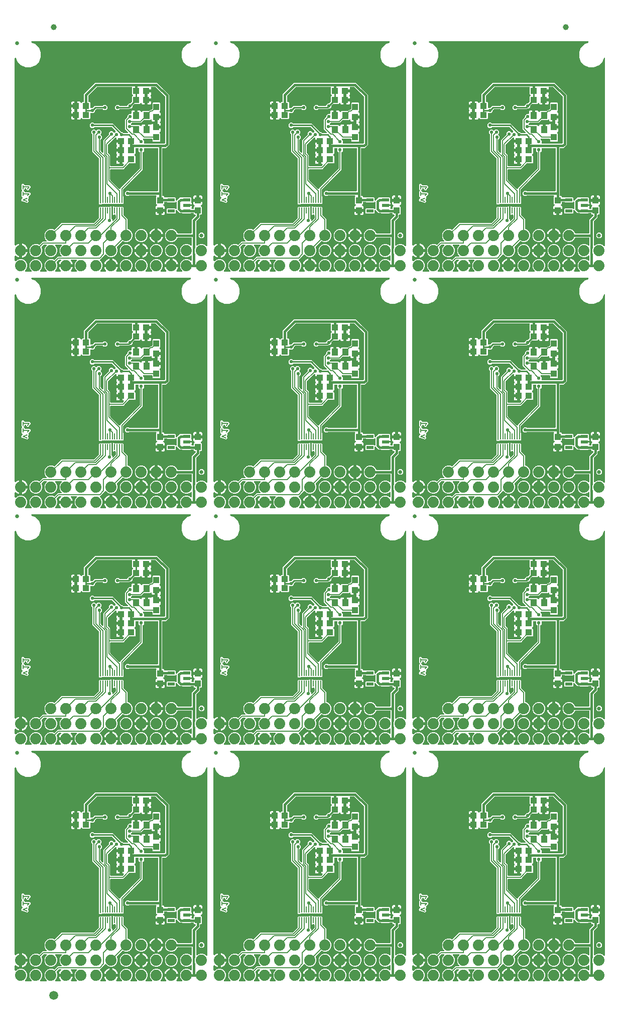
<source format=gbl>
G04 EAGLE Gerber RS-274X export*
G75*
%MOMM*%
%FSLAX34Y34*%
%LPD*%
%INBottom Copper*%
%IPPOS*%
%AMOC8*
5,1,8,0,0,1.08239X$1,22.5*%
G01*
%ADD10C,0.203200*%
%ADD11R,1.100000X1.000000*%
%ADD12R,1.100000X1.200000*%
%ADD13R,1.000000X1.100000*%
%ADD14R,1.200000X0.550000*%
%ADD15R,0.200000X1.100000*%
%ADD16R,0.200000X1.000000*%
%ADD17C,1.879600*%
%ADD18C,0.635000*%
%ADD19C,1.000000*%
%ADD20C,1.500000*%
%ADD21C,0.558800*%
%ADD22C,0.406400*%
%ADD23C,0.254000*%
%ADD24C,0.152400*%
%ADD25C,0.355600*%

G36*
X700445Y800118D02*
X700445Y800118D01*
X700584Y800131D01*
X700603Y800138D01*
X700624Y800141D01*
X700752Y800192D01*
X700884Y800239D01*
X700900Y800250D01*
X700919Y800258D01*
X701032Y800339D01*
X701147Y800417D01*
X701160Y800433D01*
X701177Y800444D01*
X701265Y800552D01*
X701357Y800656D01*
X701366Y800674D01*
X701379Y800689D01*
X701439Y800815D01*
X701502Y800939D01*
X701506Y800959D01*
X701515Y800977D01*
X701541Y801114D01*
X701571Y801249D01*
X701571Y801270D01*
X701575Y801289D01*
X701566Y801428D01*
X701562Y801567D01*
X701556Y801587D01*
X701555Y801607D01*
X701512Y801739D01*
X701473Y801873D01*
X701463Y801890D01*
X701457Y801909D01*
X701382Y802027D01*
X701312Y802147D01*
X701293Y802168D01*
X701287Y802178D01*
X701272Y802192D01*
X701205Y802267D01*
X699400Y804073D01*
X697737Y808087D01*
X697737Y812433D01*
X699400Y816447D01*
X702473Y819520D01*
X706487Y821183D01*
X710833Y821183D01*
X714847Y819520D01*
X717920Y816447D01*
X719583Y812433D01*
X719583Y808087D01*
X717920Y804073D01*
X716115Y802267D01*
X716029Y802158D01*
X715941Y802051D01*
X715932Y802032D01*
X715920Y802016D01*
X715864Y801888D01*
X715805Y801763D01*
X715801Y801743D01*
X715793Y801724D01*
X715771Y801586D01*
X715745Y801450D01*
X715747Y801430D01*
X715743Y801410D01*
X715756Y801271D01*
X715765Y801133D01*
X715771Y801114D01*
X715773Y801094D01*
X715820Y800962D01*
X715863Y800831D01*
X715874Y800813D01*
X715881Y800794D01*
X715959Y800679D01*
X716033Y800562D01*
X716048Y800548D01*
X716059Y800531D01*
X716164Y800439D01*
X716265Y800344D01*
X716283Y800334D01*
X716298Y800321D01*
X716422Y800257D01*
X716543Y800190D01*
X716563Y800185D01*
X716581Y800176D01*
X716717Y800146D01*
X716851Y800111D01*
X716879Y800109D01*
X716891Y800106D01*
X716912Y800107D01*
X717012Y800101D01*
X725708Y800101D01*
X725845Y800118D01*
X725984Y800131D01*
X726003Y800138D01*
X726024Y800141D01*
X726152Y800192D01*
X726284Y800239D01*
X726300Y800250D01*
X726319Y800258D01*
X726432Y800339D01*
X726547Y800417D01*
X726560Y800433D01*
X726577Y800444D01*
X726665Y800552D01*
X726757Y800656D01*
X726766Y800674D01*
X726779Y800689D01*
X726839Y800815D01*
X726902Y800939D01*
X726906Y800959D01*
X726915Y800977D01*
X726941Y801114D01*
X726971Y801249D01*
X726971Y801270D01*
X726975Y801289D01*
X726966Y801428D01*
X726962Y801567D01*
X726956Y801587D01*
X726955Y801607D01*
X726912Y801739D01*
X726873Y801873D01*
X726863Y801890D01*
X726857Y801909D01*
X726782Y802027D01*
X726712Y802147D01*
X726693Y802168D01*
X726687Y802178D01*
X726672Y802192D01*
X726605Y802267D01*
X724800Y804073D01*
X723137Y808087D01*
X723137Y812433D01*
X724800Y816447D01*
X727873Y819520D01*
X731887Y821183D01*
X736233Y821183D01*
X739350Y819892D01*
X739378Y819884D01*
X739404Y819870D01*
X739531Y819842D01*
X739656Y819808D01*
X739686Y819807D01*
X739715Y819801D01*
X739844Y819805D01*
X739974Y819803D01*
X740003Y819810D01*
X740033Y819810D01*
X740157Y819846D01*
X740284Y819877D01*
X740310Y819891D01*
X740338Y819899D01*
X740450Y819965D01*
X740565Y820026D01*
X740587Y820045D01*
X740612Y820060D01*
X740733Y820167D01*
X744102Y823535D01*
X745813Y825247D01*
X751362Y825247D01*
X751499Y825264D01*
X751638Y825277D01*
X751657Y825284D01*
X751678Y825287D01*
X751806Y825338D01*
X751938Y825385D01*
X751954Y825396D01*
X751973Y825404D01*
X752086Y825485D01*
X752201Y825563D01*
X752214Y825579D01*
X752231Y825590D01*
X752319Y825698D01*
X752411Y825802D01*
X752420Y825820D01*
X752433Y825835D01*
X752493Y825961D01*
X752556Y826085D01*
X752560Y826105D01*
X752569Y826123D01*
X752595Y826259D01*
X752625Y826395D01*
X752625Y826416D01*
X752629Y826435D01*
X752620Y826574D01*
X752616Y826713D01*
X752610Y826733D01*
X752609Y826753D01*
X752566Y826885D01*
X752527Y827019D01*
X752517Y827036D01*
X752511Y827055D01*
X752436Y827173D01*
X752366Y827293D01*
X752347Y827314D01*
X752341Y827324D01*
X752326Y827338D01*
X752259Y827413D01*
X750200Y829473D01*
X748537Y833487D01*
X748537Y837833D01*
X750200Y841847D01*
X752259Y843907D01*
X752345Y844016D01*
X752433Y844123D01*
X752442Y844142D01*
X752454Y844158D01*
X752510Y844286D01*
X752569Y844411D01*
X752573Y844431D01*
X752581Y844450D01*
X752603Y844588D01*
X752629Y844724D01*
X752627Y844744D01*
X752631Y844764D01*
X752618Y844903D01*
X752609Y845041D01*
X752603Y845060D01*
X752601Y845080D01*
X752554Y845212D01*
X752511Y845343D01*
X752500Y845361D01*
X752493Y845380D01*
X752415Y845495D01*
X752341Y845612D01*
X752326Y845626D01*
X752315Y845643D01*
X752210Y845735D01*
X752109Y845830D01*
X752091Y845840D01*
X752076Y845853D01*
X751952Y845917D01*
X751831Y845984D01*
X751811Y845989D01*
X751793Y845998D01*
X751657Y846028D01*
X751523Y846063D01*
X751495Y846065D01*
X751483Y846068D01*
X751462Y846067D01*
X751362Y846073D01*
X742158Y846073D01*
X742021Y846056D01*
X741882Y846043D01*
X741863Y846036D01*
X741842Y846033D01*
X741714Y845982D01*
X741582Y845935D01*
X741566Y845924D01*
X741547Y845916D01*
X741434Y845835D01*
X741319Y845757D01*
X741306Y845741D01*
X741289Y845730D01*
X741201Y845622D01*
X741109Y845518D01*
X741100Y845500D01*
X741087Y845485D01*
X741027Y845359D01*
X740964Y845235D01*
X740960Y845215D01*
X740951Y845197D01*
X740925Y845061D01*
X740895Y844925D01*
X740895Y844904D01*
X740891Y844885D01*
X740900Y844746D01*
X740904Y844607D01*
X740910Y844587D01*
X740911Y844567D01*
X740954Y844435D01*
X740993Y844301D01*
X741003Y844284D01*
X741009Y844265D01*
X741084Y844147D01*
X741154Y844027D01*
X741173Y844006D01*
X741179Y843996D01*
X741194Y843982D01*
X741261Y843907D01*
X743320Y841847D01*
X744983Y837833D01*
X744983Y833487D01*
X743320Y829473D01*
X740247Y826400D01*
X736233Y824737D01*
X731887Y824737D01*
X727873Y826400D01*
X724800Y829473D01*
X723137Y833487D01*
X723137Y837833D01*
X724800Y841847D01*
X726859Y843907D01*
X726945Y844016D01*
X727033Y844123D01*
X727042Y844142D01*
X727054Y844158D01*
X727110Y844286D01*
X727169Y844411D01*
X727173Y844431D01*
X727181Y844450D01*
X727203Y844588D01*
X727229Y844724D01*
X727227Y844744D01*
X727231Y844764D01*
X727218Y844903D01*
X727209Y845041D01*
X727203Y845060D01*
X727201Y845080D01*
X727154Y845212D01*
X727111Y845343D01*
X727100Y845361D01*
X727093Y845380D01*
X727015Y845495D01*
X726941Y845612D01*
X726926Y845626D01*
X726915Y845643D01*
X726810Y845735D01*
X726709Y845830D01*
X726691Y845840D01*
X726676Y845853D01*
X726552Y845917D01*
X726431Y845984D01*
X726411Y845989D01*
X726393Y845998D01*
X726257Y846028D01*
X726123Y846063D01*
X726095Y846065D01*
X726083Y846068D01*
X726062Y846067D01*
X725962Y846073D01*
X722833Y846073D01*
X722735Y846061D01*
X722636Y846058D01*
X722577Y846041D01*
X722517Y846033D01*
X722425Y845997D01*
X722330Y845969D01*
X722278Y845939D01*
X722222Y845916D01*
X722142Y845858D01*
X722056Y845808D01*
X721981Y845742D01*
X721964Y845730D01*
X721957Y845720D01*
X721935Y845702D01*
X718567Y842333D01*
X718549Y842309D01*
X718526Y842290D01*
X718452Y842184D01*
X718372Y842082D01*
X718360Y842054D01*
X718343Y842030D01*
X718297Y841909D01*
X718245Y841790D01*
X718241Y841761D01*
X718230Y841733D01*
X718216Y841604D01*
X718196Y841476D01*
X718198Y841446D01*
X718195Y841417D01*
X718213Y841288D01*
X718225Y841159D01*
X718235Y841131D01*
X718240Y841102D01*
X718292Y840950D01*
X719583Y837833D01*
X719583Y833487D01*
X717920Y829473D01*
X714847Y826400D01*
X710833Y824737D01*
X706487Y824737D01*
X702473Y826400D01*
X699400Y829473D01*
X697737Y833487D01*
X697737Y837833D01*
X699400Y841847D01*
X702473Y844920D01*
X706487Y846583D01*
X710833Y846583D01*
X713950Y845292D01*
X713978Y845284D01*
X714004Y845270D01*
X714131Y845242D01*
X714256Y845208D01*
X714286Y845207D01*
X714315Y845201D01*
X714444Y845205D01*
X714574Y845203D01*
X714603Y845210D01*
X714633Y845210D01*
X714757Y845246D01*
X714884Y845277D01*
X714910Y845291D01*
X714938Y845299D01*
X715050Y845365D01*
X715165Y845426D01*
X715187Y845445D01*
X715212Y845460D01*
X715333Y845567D01*
X718702Y848935D01*
X718702Y848936D01*
X720413Y850647D01*
X725962Y850647D01*
X726099Y850664D01*
X726238Y850677D01*
X726257Y850684D01*
X726278Y850687D01*
X726406Y850738D01*
X726538Y850785D01*
X726554Y850796D01*
X726573Y850804D01*
X726686Y850885D01*
X726801Y850963D01*
X726814Y850979D01*
X726831Y850990D01*
X726919Y851098D01*
X727011Y851202D01*
X727020Y851220D01*
X727033Y851235D01*
X727093Y851361D01*
X727156Y851485D01*
X727160Y851505D01*
X727169Y851523D01*
X727195Y851659D01*
X727225Y851795D01*
X727225Y851816D01*
X727229Y851835D01*
X727220Y851974D01*
X727216Y852113D01*
X727210Y852133D01*
X727209Y852153D01*
X727166Y852285D01*
X727127Y852419D01*
X727117Y852436D01*
X727111Y852455D01*
X727036Y852573D01*
X726966Y852693D01*
X726947Y852714D01*
X726941Y852724D01*
X726926Y852738D01*
X726859Y852813D01*
X724800Y854873D01*
X723137Y858887D01*
X723137Y863233D01*
X724800Y867247D01*
X727873Y870320D01*
X731887Y871983D01*
X736233Y871983D01*
X739350Y870692D01*
X739378Y870684D01*
X739404Y870670D01*
X739531Y870642D01*
X739656Y870608D01*
X739686Y870607D01*
X739715Y870601D01*
X739844Y870605D01*
X739974Y870603D01*
X740003Y870610D01*
X740033Y870610D01*
X740157Y870646D01*
X740284Y870677D01*
X740310Y870691D01*
X740338Y870699D01*
X740450Y870765D01*
X740565Y870826D01*
X740587Y870845D01*
X740612Y870860D01*
X740733Y870967D01*
X751909Y882143D01*
X806247Y882143D01*
X806345Y882155D01*
X806444Y882158D01*
X806502Y882175D01*
X806563Y882183D01*
X806655Y882219D01*
X806750Y882247D01*
X806802Y882277D01*
X806858Y882300D01*
X806938Y882358D01*
X807024Y882408D01*
X807099Y882474D01*
X807116Y882486D01*
X807123Y882496D01*
X807145Y882514D01*
X815002Y890371D01*
X815062Y890450D01*
X815130Y890522D01*
X815159Y890575D01*
X815196Y890623D01*
X815236Y890714D01*
X815284Y890800D01*
X815299Y890859D01*
X815323Y890915D01*
X815338Y891013D01*
X815363Y891108D01*
X815369Y891208D01*
X815373Y891229D01*
X815371Y891241D01*
X815373Y891269D01*
X815373Y896465D01*
X815361Y896563D01*
X815358Y896662D01*
X815341Y896720D01*
X815333Y896780D01*
X815297Y896872D01*
X815269Y896968D01*
X815239Y897020D01*
X815216Y897076D01*
X815158Y897156D01*
X815135Y897195D01*
X815135Y908492D01*
X816028Y909385D01*
X834066Y909385D01*
X834164Y909397D01*
X834263Y909400D01*
X834321Y909417D01*
X834381Y909425D01*
X834474Y909461D01*
X834569Y909489D01*
X834621Y909519D01*
X834677Y909542D01*
X834757Y909600D01*
X834843Y909650D01*
X834918Y909716D01*
X834934Y909728D01*
X834942Y909738D01*
X834963Y909757D01*
X835100Y909893D01*
X835679Y910228D01*
X836326Y910401D01*
X836391Y910401D01*
X836391Y902860D01*
X836391Y895010D01*
X836380Y894999D01*
X836347Y894976D01*
X836271Y894884D01*
X836190Y894797D01*
X836170Y894762D01*
X836145Y894731D01*
X836094Y894623D01*
X836036Y894519D01*
X836026Y894479D01*
X836009Y894443D01*
X835987Y894326D01*
X835957Y894211D01*
X835953Y894151D01*
X835949Y894131D01*
X835950Y894112D01*
X835949Y894106D01*
X835950Y894098D01*
X835947Y894050D01*
X835947Y890267D01*
X835959Y890168D01*
X835962Y890069D01*
X835979Y890011D01*
X835987Y889951D01*
X836023Y889859D01*
X836051Y889764D01*
X836081Y889712D01*
X836104Y889655D01*
X836162Y889575D01*
X836212Y889490D01*
X836278Y889415D01*
X836290Y889398D01*
X836300Y889390D01*
X836318Y889369D01*
X837439Y888249D01*
X837439Y886917D01*
X837456Y886779D01*
X837469Y886641D01*
X837476Y886621D01*
X837479Y886601D01*
X837530Y886472D01*
X837577Y886341D01*
X837588Y886324D01*
X837596Y886306D01*
X837677Y886193D01*
X837755Y886078D01*
X837771Y886065D01*
X837782Y886048D01*
X837890Y885960D01*
X837994Y885868D01*
X838012Y885858D01*
X838027Y885846D01*
X838153Y885786D01*
X838277Y885723D01*
X838297Y885719D01*
X838315Y885710D01*
X838451Y885684D01*
X838587Y885653D01*
X838608Y885654D01*
X838627Y885650D01*
X838766Y885659D01*
X838905Y885663D01*
X838925Y885669D01*
X838945Y885670D01*
X839077Y885713D01*
X839211Y885751D01*
X839228Y885762D01*
X839247Y885768D01*
X839365Y885843D01*
X839485Y885913D01*
X839506Y885932D01*
X839516Y885938D01*
X839530Y885953D01*
X839605Y886019D01*
X843002Y889415D01*
X843062Y889494D01*
X843130Y889566D01*
X843159Y889619D01*
X843196Y889667D01*
X843236Y889758D01*
X843284Y889844D01*
X843299Y889903D01*
X843323Y889959D01*
X843338Y890057D01*
X843363Y890152D01*
X843369Y890252D01*
X843373Y890273D01*
X843371Y890285D01*
X843373Y890313D01*
X843373Y895066D01*
X843358Y895184D01*
X843351Y895303D01*
X843338Y895341D01*
X843333Y895382D01*
X843290Y895492D01*
X843253Y895605D01*
X843231Y895640D01*
X843216Y895677D01*
X843147Y895773D01*
X843083Y895874D01*
X843053Y895902D01*
X843030Y895935D01*
X842938Y896011D01*
X842851Y896092D01*
X842816Y896112D01*
X842785Y896137D01*
X842677Y896188D01*
X842573Y896246D01*
X842533Y896256D01*
X842497Y896273D01*
X842380Y896295D01*
X842265Y896325D01*
X842205Y896329D01*
X842185Y896333D01*
X842164Y896331D01*
X842104Y896335D01*
X841254Y896335D01*
X841156Y896323D01*
X841057Y896320D01*
X840999Y896303D01*
X840939Y896295D01*
X840846Y896259D01*
X840751Y896231D01*
X840699Y896201D01*
X840643Y896178D01*
X840563Y896120D01*
X840477Y896070D01*
X840402Y896004D01*
X840386Y895992D01*
X840378Y895982D01*
X840357Y895963D01*
X840220Y895827D01*
X839641Y895492D01*
X838994Y895319D01*
X838929Y895319D01*
X838929Y902860D01*
X838929Y910401D01*
X838994Y910401D01*
X839641Y910228D01*
X840220Y909893D01*
X840357Y909757D01*
X840435Y909696D01*
X840507Y909628D01*
X840560Y909599D01*
X840608Y909562D01*
X840699Y909522D01*
X840785Y909474D01*
X840844Y909459D01*
X840900Y909435D01*
X840997Y909420D01*
X841093Y909395D01*
X841194Y909389D01*
X841214Y909385D01*
X841226Y909387D01*
X841254Y909385D01*
X855292Y909385D01*
X856185Y908492D01*
X856185Y897162D01*
X856145Y897071D01*
X856091Y896965D01*
X856082Y896925D01*
X856066Y896888D01*
X856048Y896770D01*
X856022Y896654D01*
X856023Y896614D01*
X856016Y896574D01*
X856028Y896455D01*
X856031Y896337D01*
X856043Y896298D01*
X856046Y896257D01*
X856087Y896145D01*
X856120Y896031D01*
X856140Y895996D01*
X856154Y895958D01*
X856221Y895859D01*
X856281Y895757D01*
X856321Y895712D01*
X856332Y895695D01*
X856348Y895682D01*
X856388Y895636D01*
X861635Y890388D01*
X863347Y888677D01*
X863347Y872784D01*
X863350Y872754D01*
X863348Y872725D01*
X863370Y872597D01*
X863387Y872468D01*
X863397Y872441D01*
X863402Y872411D01*
X863456Y872293D01*
X863504Y872172D01*
X863521Y872148D01*
X863533Y872122D01*
X863614Y872020D01*
X863690Y871915D01*
X863713Y871896D01*
X863732Y871873D01*
X863835Y871795D01*
X863935Y871712D01*
X863962Y871700D01*
X863986Y871682D01*
X864130Y871611D01*
X867247Y870320D01*
X870320Y867247D01*
X871983Y863233D01*
X871983Y858887D01*
X870320Y854873D01*
X867247Y851800D01*
X863233Y850137D01*
X858887Y850137D01*
X855770Y851428D01*
X855742Y851436D01*
X855716Y851450D01*
X855589Y851478D01*
X855464Y851512D01*
X855434Y851513D01*
X855405Y851519D01*
X855276Y851515D01*
X855146Y851517D01*
X855117Y851510D01*
X855087Y851510D01*
X854963Y851474D01*
X854836Y851443D01*
X854810Y851429D01*
X854782Y851421D01*
X854670Y851355D01*
X854555Y851294D01*
X854533Y851275D01*
X854508Y851260D01*
X854387Y851153D01*
X845567Y842333D01*
X845549Y842309D01*
X845526Y842290D01*
X845452Y842184D01*
X845372Y842082D01*
X845360Y842054D01*
X845343Y842030D01*
X845297Y841909D01*
X845245Y841790D01*
X845241Y841761D01*
X845230Y841733D01*
X845216Y841604D01*
X845196Y841476D01*
X845198Y841446D01*
X845195Y841417D01*
X845213Y841288D01*
X845225Y841159D01*
X845235Y841131D01*
X845240Y841102D01*
X845292Y840950D01*
X846583Y837833D01*
X846583Y833487D01*
X844920Y829473D01*
X841847Y826400D01*
X837833Y824737D01*
X833487Y824737D01*
X829473Y826400D01*
X827276Y828597D01*
X827182Y828670D01*
X827093Y828749D01*
X827057Y828767D01*
X827025Y828792D01*
X826915Y828839D01*
X826809Y828893D01*
X826770Y828902D01*
X826733Y828918D01*
X826615Y828937D01*
X826499Y828963D01*
X826459Y828962D01*
X826419Y828968D01*
X826300Y828957D01*
X826181Y828953D01*
X826142Y828942D01*
X826102Y828938D01*
X825990Y828898D01*
X825876Y828865D01*
X825841Y828844D01*
X825803Y828831D01*
X825704Y828764D01*
X825602Y828703D01*
X825557Y828664D01*
X825540Y828652D01*
X825526Y828637D01*
X825481Y828597D01*
X817323Y820439D01*
X817250Y820345D01*
X817171Y820256D01*
X817153Y820220D01*
X817128Y820188D01*
X817081Y820078D01*
X817027Y819972D01*
X817018Y819933D01*
X817002Y819896D01*
X816983Y819778D01*
X816957Y819662D01*
X816958Y819622D01*
X816952Y819582D01*
X816963Y819463D01*
X816967Y819344D01*
X816978Y819305D01*
X816982Y819265D01*
X817022Y819153D01*
X817055Y819039D01*
X817076Y819004D01*
X817089Y818966D01*
X817156Y818867D01*
X817217Y818765D01*
X817256Y818720D01*
X817268Y818703D01*
X817283Y818689D01*
X817323Y818644D01*
X819520Y816447D01*
X821183Y812433D01*
X821183Y808087D01*
X819520Y804073D01*
X817715Y802267D01*
X817629Y802158D01*
X817541Y802051D01*
X817532Y802032D01*
X817520Y802016D01*
X817464Y801888D01*
X817405Y801763D01*
X817401Y801743D01*
X817393Y801724D01*
X817371Y801586D01*
X817345Y801450D01*
X817347Y801430D01*
X817343Y801410D01*
X817356Y801271D01*
X817365Y801133D01*
X817371Y801114D01*
X817373Y801094D01*
X817420Y800962D01*
X817463Y800831D01*
X817474Y800813D01*
X817481Y800794D01*
X817559Y800679D01*
X817633Y800562D01*
X817648Y800548D01*
X817659Y800531D01*
X817764Y800439D01*
X817865Y800344D01*
X817883Y800334D01*
X817898Y800321D01*
X818022Y800257D01*
X818143Y800190D01*
X818163Y800185D01*
X818181Y800176D01*
X818317Y800146D01*
X818451Y800111D01*
X818479Y800109D01*
X818491Y800106D01*
X818512Y800107D01*
X818612Y800101D01*
X825871Y800101D01*
X826009Y800118D01*
X826148Y800131D01*
X826167Y800138D01*
X826187Y800141D01*
X826316Y800192D01*
X826447Y800239D01*
X826464Y800250D01*
X826482Y800258D01*
X826595Y800339D01*
X826710Y800417D01*
X826723Y800433D01*
X826740Y800444D01*
X826828Y800552D01*
X826920Y800656D01*
X826930Y800674D01*
X826943Y800689D01*
X827002Y800815D01*
X827065Y800939D01*
X827069Y800959D01*
X827078Y800977D01*
X827104Y801113D01*
X827135Y801249D01*
X827134Y801270D01*
X827138Y801289D01*
X827129Y801428D01*
X827125Y801567D01*
X827119Y801587D01*
X827118Y801607D01*
X827075Y801739D01*
X827037Y801873D01*
X827026Y801890D01*
X827020Y801909D01*
X826946Y802027D01*
X826875Y802147D01*
X826856Y802168D01*
X826850Y802178D01*
X826835Y802192D01*
X826769Y802268D01*
X826554Y802482D01*
X825449Y804003D01*
X824596Y805677D01*
X824015Y807464D01*
X823975Y807721D01*
X834390Y807721D01*
X834508Y807736D01*
X834627Y807743D01*
X834665Y807756D01*
X834705Y807761D01*
X834816Y807804D01*
X834929Y807841D01*
X834963Y807863D01*
X835001Y807878D01*
X835097Y807948D01*
X835198Y808011D01*
X835226Y808041D01*
X835258Y808064D01*
X835334Y808156D01*
X835416Y808243D01*
X835435Y808278D01*
X835461Y808309D01*
X835512Y808417D01*
X835569Y808521D01*
X835580Y808561D01*
X835597Y808597D01*
X835619Y808714D01*
X835649Y808829D01*
X835653Y808890D01*
X835657Y808910D01*
X835655Y808930D01*
X835659Y808990D01*
X835659Y810261D01*
X835661Y810261D01*
X835661Y808990D01*
X835676Y808872D01*
X835683Y808753D01*
X835696Y808715D01*
X835701Y808674D01*
X835745Y808564D01*
X835781Y808451D01*
X835803Y808416D01*
X835818Y808379D01*
X835888Y808283D01*
X835951Y808182D01*
X835981Y808154D01*
X836005Y808121D01*
X836096Y808046D01*
X836183Y807964D01*
X836218Y807944D01*
X836250Y807919D01*
X836357Y807868D01*
X836462Y807810D01*
X836501Y807800D01*
X836537Y807783D01*
X836654Y807761D01*
X836769Y807731D01*
X836830Y807727D01*
X836850Y807723D01*
X836870Y807725D01*
X836930Y807721D01*
X847345Y807721D01*
X847305Y807464D01*
X846724Y805677D01*
X845871Y804003D01*
X844766Y802482D01*
X844551Y802268D01*
X844466Y802158D01*
X844377Y802051D01*
X844369Y802032D01*
X844356Y802016D01*
X844301Y801888D01*
X844242Y801763D01*
X844238Y801743D01*
X844230Y801724D01*
X844208Y801587D01*
X844182Y801450D01*
X844183Y801430D01*
X844180Y801410D01*
X844193Y801272D01*
X844202Y801133D01*
X844208Y801114D01*
X844210Y801094D01*
X844257Y800963D01*
X844300Y800831D01*
X844311Y800813D01*
X844318Y800794D01*
X844396Y800679D01*
X844470Y800562D01*
X844485Y800548D01*
X844496Y800531D01*
X844600Y800439D01*
X844702Y800344D01*
X844719Y800334D01*
X844735Y800321D01*
X844859Y800257D01*
X844980Y800190D01*
X845000Y800185D01*
X845018Y800176D01*
X845154Y800146D01*
X845288Y800111D01*
X845316Y800109D01*
X845328Y800106D01*
X845349Y800107D01*
X845449Y800101D01*
X852708Y800101D01*
X852845Y800118D01*
X852984Y800131D01*
X853003Y800138D01*
X853024Y800141D01*
X853152Y800192D01*
X853284Y800239D01*
X853300Y800250D01*
X853319Y800258D01*
X853432Y800339D01*
X853547Y800417D01*
X853560Y800433D01*
X853577Y800444D01*
X853665Y800552D01*
X853757Y800656D01*
X853766Y800674D01*
X853779Y800689D01*
X853839Y800815D01*
X853902Y800939D01*
X853906Y800959D01*
X853915Y800977D01*
X853941Y801114D01*
X853971Y801249D01*
X853971Y801270D01*
X853975Y801289D01*
X853966Y801428D01*
X853962Y801567D01*
X853956Y801587D01*
X853955Y801607D01*
X853912Y801739D01*
X853873Y801873D01*
X853863Y801890D01*
X853857Y801909D01*
X853782Y802027D01*
X853712Y802147D01*
X853693Y802168D01*
X853687Y802178D01*
X853672Y802192D01*
X853605Y802267D01*
X851800Y804073D01*
X850137Y808087D01*
X850137Y812433D01*
X851800Y816447D01*
X854873Y819520D01*
X858887Y821183D01*
X863233Y821183D01*
X867247Y819520D01*
X870320Y816447D01*
X871983Y812433D01*
X871983Y808087D01*
X870320Y804073D01*
X868515Y802267D01*
X868429Y802158D01*
X868341Y802051D01*
X868332Y802032D01*
X868320Y802016D01*
X868264Y801888D01*
X868205Y801763D01*
X868201Y801743D01*
X868193Y801724D01*
X868171Y801586D01*
X868145Y801450D01*
X868147Y801430D01*
X868143Y801410D01*
X868156Y801271D01*
X868165Y801133D01*
X868171Y801114D01*
X868173Y801094D01*
X868220Y800962D01*
X868263Y800831D01*
X868274Y800813D01*
X868281Y800794D01*
X868359Y800679D01*
X868433Y800562D01*
X868448Y800548D01*
X868459Y800531D01*
X868564Y800439D01*
X868665Y800344D01*
X868683Y800334D01*
X868698Y800321D01*
X868822Y800257D01*
X868943Y800190D01*
X868963Y800185D01*
X868981Y800176D01*
X869117Y800146D01*
X869251Y800111D01*
X869279Y800109D01*
X869291Y800106D01*
X869312Y800107D01*
X869412Y800101D01*
X878108Y800101D01*
X878245Y800118D01*
X878384Y800131D01*
X878403Y800138D01*
X878424Y800141D01*
X878552Y800192D01*
X878684Y800239D01*
X878700Y800250D01*
X878719Y800258D01*
X878832Y800339D01*
X878947Y800417D01*
X878960Y800433D01*
X878977Y800444D01*
X879065Y800552D01*
X879157Y800656D01*
X879166Y800674D01*
X879179Y800689D01*
X879239Y800815D01*
X879302Y800939D01*
X879306Y800959D01*
X879315Y800977D01*
X879341Y801114D01*
X879371Y801249D01*
X879371Y801270D01*
X879375Y801289D01*
X879366Y801428D01*
X879362Y801567D01*
X879356Y801587D01*
X879355Y801607D01*
X879312Y801739D01*
X879273Y801873D01*
X879263Y801890D01*
X879257Y801909D01*
X879182Y802027D01*
X879112Y802147D01*
X879093Y802168D01*
X879087Y802178D01*
X879072Y802192D01*
X879005Y802267D01*
X877200Y804073D01*
X875537Y808087D01*
X875537Y812433D01*
X877200Y816447D01*
X880273Y819520D01*
X884287Y821183D01*
X888633Y821183D01*
X892647Y819520D01*
X895720Y816447D01*
X897383Y812433D01*
X897383Y808087D01*
X895720Y804073D01*
X893915Y802267D01*
X893829Y802158D01*
X893741Y802051D01*
X893732Y802032D01*
X893720Y802016D01*
X893664Y801888D01*
X893605Y801763D01*
X893601Y801743D01*
X893593Y801724D01*
X893571Y801586D01*
X893545Y801450D01*
X893547Y801430D01*
X893543Y801410D01*
X893556Y801271D01*
X893565Y801133D01*
X893571Y801114D01*
X893573Y801094D01*
X893620Y800962D01*
X893663Y800831D01*
X893674Y800813D01*
X893681Y800794D01*
X893759Y800679D01*
X893833Y800562D01*
X893848Y800548D01*
X893859Y800531D01*
X893964Y800439D01*
X894065Y800344D01*
X894083Y800334D01*
X894098Y800321D01*
X894222Y800257D01*
X894343Y800190D01*
X894363Y800185D01*
X894381Y800176D01*
X894517Y800146D01*
X894651Y800111D01*
X894679Y800109D01*
X894691Y800106D01*
X894712Y800107D01*
X894812Y800101D01*
X903508Y800101D01*
X903645Y800118D01*
X903784Y800131D01*
X903803Y800138D01*
X903824Y800141D01*
X903952Y800192D01*
X904084Y800239D01*
X904100Y800250D01*
X904119Y800258D01*
X904232Y800339D01*
X904347Y800417D01*
X904360Y800433D01*
X904377Y800444D01*
X904465Y800552D01*
X904557Y800656D01*
X904566Y800674D01*
X904579Y800689D01*
X904639Y800815D01*
X904702Y800939D01*
X904706Y800959D01*
X904715Y800977D01*
X904741Y801114D01*
X904771Y801249D01*
X904771Y801270D01*
X904775Y801289D01*
X904766Y801428D01*
X904762Y801567D01*
X904756Y801587D01*
X904755Y801607D01*
X904712Y801739D01*
X904673Y801873D01*
X904663Y801890D01*
X904657Y801909D01*
X904582Y802027D01*
X904512Y802147D01*
X904493Y802168D01*
X904487Y802178D01*
X904472Y802192D01*
X904405Y802267D01*
X902600Y804073D01*
X900937Y808087D01*
X900937Y812433D01*
X902600Y816447D01*
X905673Y819520D01*
X909687Y821183D01*
X914033Y821183D01*
X918047Y819520D01*
X921120Y816447D01*
X922783Y812433D01*
X922783Y808087D01*
X921120Y804073D01*
X919315Y802267D01*
X919229Y802158D01*
X919141Y802051D01*
X919132Y802032D01*
X919120Y802016D01*
X919064Y801888D01*
X919005Y801763D01*
X919001Y801743D01*
X918993Y801724D01*
X918971Y801586D01*
X918945Y801450D01*
X918947Y801430D01*
X918943Y801410D01*
X918956Y801271D01*
X918965Y801133D01*
X918971Y801114D01*
X918973Y801094D01*
X919020Y800962D01*
X919063Y800831D01*
X919074Y800813D01*
X919081Y800794D01*
X919159Y800679D01*
X919233Y800562D01*
X919248Y800548D01*
X919259Y800531D01*
X919364Y800439D01*
X919465Y800344D01*
X919483Y800334D01*
X919498Y800321D01*
X919622Y800257D01*
X919743Y800190D01*
X919763Y800185D01*
X919781Y800176D01*
X919917Y800146D01*
X920051Y800111D01*
X920079Y800109D01*
X920091Y800106D01*
X920112Y800107D01*
X920212Y800101D01*
X927471Y800101D01*
X927609Y800118D01*
X927748Y800131D01*
X927767Y800138D01*
X927787Y800141D01*
X927916Y800192D01*
X928047Y800239D01*
X928064Y800250D01*
X928082Y800258D01*
X928195Y800339D01*
X928310Y800417D01*
X928323Y800433D01*
X928340Y800444D01*
X928428Y800552D01*
X928520Y800656D01*
X928530Y800674D01*
X928543Y800689D01*
X928602Y800815D01*
X928665Y800939D01*
X928669Y800959D01*
X928678Y800977D01*
X928704Y801113D01*
X928735Y801249D01*
X928734Y801270D01*
X928738Y801289D01*
X928729Y801428D01*
X928725Y801567D01*
X928719Y801587D01*
X928718Y801607D01*
X928675Y801739D01*
X928637Y801873D01*
X928626Y801890D01*
X928620Y801909D01*
X928546Y802027D01*
X928475Y802147D01*
X928456Y802168D01*
X928450Y802178D01*
X928435Y802192D01*
X928369Y802268D01*
X928154Y802482D01*
X927049Y804003D01*
X926196Y805677D01*
X925615Y807464D01*
X925575Y807721D01*
X935990Y807721D01*
X936108Y807736D01*
X936227Y807743D01*
X936265Y807756D01*
X936305Y807761D01*
X936416Y807804D01*
X936529Y807841D01*
X936563Y807863D01*
X936601Y807878D01*
X936697Y807948D01*
X936798Y808011D01*
X936826Y808041D01*
X936858Y808064D01*
X936934Y808156D01*
X937016Y808243D01*
X937035Y808278D01*
X937061Y808309D01*
X937112Y808417D01*
X937169Y808521D01*
X937180Y808561D01*
X937197Y808597D01*
X937219Y808714D01*
X937249Y808829D01*
X937253Y808890D01*
X937257Y808910D01*
X937255Y808930D01*
X937259Y808990D01*
X937259Y810261D01*
X937261Y810261D01*
X937261Y808990D01*
X937276Y808872D01*
X937283Y808753D01*
X937296Y808715D01*
X937301Y808674D01*
X937345Y808564D01*
X937381Y808451D01*
X937403Y808416D01*
X937418Y808379D01*
X937488Y808283D01*
X937551Y808182D01*
X937581Y808154D01*
X937605Y808121D01*
X937696Y808046D01*
X937783Y807964D01*
X937818Y807944D01*
X937850Y807919D01*
X937957Y807868D01*
X938062Y807810D01*
X938101Y807800D01*
X938137Y807783D01*
X938254Y807761D01*
X938369Y807731D01*
X938430Y807727D01*
X938450Y807723D01*
X938470Y807725D01*
X938530Y807721D01*
X948945Y807721D01*
X948905Y807464D01*
X948324Y805677D01*
X947471Y804003D01*
X946366Y802482D01*
X946151Y802268D01*
X946066Y802158D01*
X945977Y802051D01*
X945969Y802032D01*
X945956Y802016D01*
X945901Y801888D01*
X945842Y801763D01*
X945838Y801743D01*
X945830Y801724D01*
X945808Y801587D01*
X945782Y801450D01*
X945783Y801430D01*
X945780Y801410D01*
X945793Y801272D01*
X945802Y801133D01*
X945808Y801114D01*
X945810Y801094D01*
X945857Y800963D01*
X945900Y800831D01*
X945911Y800813D01*
X945918Y800794D01*
X945996Y800679D01*
X946070Y800562D01*
X946085Y800548D01*
X946096Y800531D01*
X946200Y800439D01*
X946302Y800344D01*
X946319Y800334D01*
X946335Y800321D01*
X946459Y800257D01*
X946580Y800190D01*
X946600Y800185D01*
X946618Y800176D01*
X946754Y800146D01*
X946888Y800111D01*
X946916Y800109D01*
X946928Y800106D01*
X946949Y800107D01*
X947049Y800101D01*
X954308Y800101D01*
X954445Y800118D01*
X954584Y800131D01*
X954603Y800138D01*
X954624Y800141D01*
X954752Y800192D01*
X954884Y800239D01*
X954900Y800250D01*
X954919Y800258D01*
X955032Y800339D01*
X955147Y800417D01*
X955160Y800433D01*
X955177Y800444D01*
X955265Y800552D01*
X955357Y800656D01*
X955366Y800674D01*
X955379Y800689D01*
X955439Y800815D01*
X955502Y800939D01*
X955506Y800959D01*
X955515Y800977D01*
X955541Y801114D01*
X955571Y801249D01*
X955571Y801270D01*
X955575Y801289D01*
X955566Y801428D01*
X955562Y801567D01*
X955556Y801587D01*
X955555Y801607D01*
X955512Y801739D01*
X955473Y801873D01*
X955463Y801890D01*
X955457Y801909D01*
X955382Y802027D01*
X955312Y802147D01*
X955293Y802168D01*
X955287Y802178D01*
X955272Y802192D01*
X955205Y802267D01*
X953400Y804073D01*
X951737Y808087D01*
X951737Y812433D01*
X953400Y816447D01*
X956473Y819520D01*
X960487Y821183D01*
X964833Y821183D01*
X968847Y819520D01*
X969637Y818731D01*
X969746Y818646D01*
X969853Y818557D01*
X969872Y818548D01*
X969888Y818536D01*
X970015Y818480D01*
X970141Y818421D01*
X970161Y818417D01*
X970180Y818409D01*
X970318Y818387D01*
X970454Y818361D01*
X970474Y818363D01*
X970494Y818359D01*
X970633Y818372D01*
X970771Y818381D01*
X970790Y818387D01*
X970810Y818389D01*
X970942Y818436D01*
X971073Y818479D01*
X971091Y818490D01*
X971110Y818497D01*
X971225Y818575D01*
X971342Y818649D01*
X971356Y818664D01*
X971373Y818675D01*
X971465Y818779D01*
X971560Y818881D01*
X971570Y818899D01*
X971583Y818914D01*
X971646Y819038D01*
X971714Y819159D01*
X971719Y819179D01*
X971728Y819197D01*
X971758Y819333D01*
X971793Y819467D01*
X971795Y819495D01*
X971798Y819507D01*
X971797Y819528D01*
X971803Y819628D01*
X971803Y826292D01*
X971786Y826430D01*
X971773Y826568D01*
X971766Y826587D01*
X971763Y826608D01*
X971712Y826737D01*
X971665Y826868D01*
X971654Y826884D01*
X971646Y826903D01*
X971565Y827015D01*
X971487Y827131D01*
X971471Y827144D01*
X971460Y827161D01*
X971352Y827249D01*
X971248Y827341D01*
X971230Y827350D01*
X971215Y827363D01*
X971089Y827423D01*
X970965Y827486D01*
X970945Y827490D01*
X970927Y827499D01*
X970790Y827525D01*
X970655Y827555D01*
X970634Y827555D01*
X970615Y827559D01*
X970476Y827550D01*
X970337Y827546D01*
X970317Y827540D01*
X970297Y827539D01*
X970165Y827496D01*
X970031Y827457D01*
X970014Y827447D01*
X969995Y827441D01*
X969877Y827367D01*
X969757Y827296D01*
X969736Y827277D01*
X969726Y827271D01*
X969712Y827256D01*
X969637Y827189D01*
X968847Y826400D01*
X964833Y824737D01*
X960487Y824737D01*
X956473Y826400D01*
X953400Y829473D01*
X951737Y833487D01*
X951737Y837833D01*
X953400Y841847D01*
X956473Y844920D01*
X960487Y846583D01*
X964833Y846583D01*
X968847Y844920D01*
X969637Y844131D01*
X969746Y844046D01*
X969853Y843957D01*
X969872Y843948D01*
X969888Y843936D01*
X970015Y843880D01*
X970141Y843821D01*
X970161Y843817D01*
X970180Y843809D01*
X970318Y843787D01*
X970454Y843761D01*
X970474Y843763D01*
X970494Y843759D01*
X970633Y843772D01*
X970771Y843781D01*
X970790Y843787D01*
X970810Y843789D01*
X970942Y843836D01*
X971073Y843879D01*
X971091Y843890D01*
X971110Y843897D01*
X971225Y843975D01*
X971342Y844049D01*
X971356Y844064D01*
X971373Y844075D01*
X971465Y844179D01*
X971560Y844281D01*
X971570Y844299D01*
X971583Y844314D01*
X971646Y844438D01*
X971714Y844559D01*
X971719Y844579D01*
X971728Y844597D01*
X971758Y844733D01*
X971793Y844867D01*
X971795Y844895D01*
X971798Y844907D01*
X971797Y844928D01*
X971803Y845028D01*
X971803Y856234D01*
X971788Y856352D01*
X971781Y856471D01*
X971768Y856509D01*
X971763Y856550D01*
X971720Y856660D01*
X971683Y856773D01*
X971661Y856808D01*
X971646Y856845D01*
X971577Y856941D01*
X971513Y857042D01*
X971483Y857070D01*
X971460Y857103D01*
X971368Y857179D01*
X971281Y857260D01*
X971246Y857280D01*
X971215Y857305D01*
X971107Y857356D01*
X971003Y857414D01*
X970963Y857424D01*
X970927Y857441D01*
X970810Y857463D01*
X970695Y857493D01*
X970635Y857497D01*
X970615Y857501D01*
X970594Y857499D01*
X970534Y857503D01*
X948458Y857503D01*
X948428Y857500D01*
X948399Y857502D01*
X948271Y857480D01*
X948142Y857463D01*
X948115Y857453D01*
X948085Y857448D01*
X947967Y857394D01*
X947846Y857346D01*
X947822Y857329D01*
X947795Y857317D01*
X947694Y857236D01*
X947589Y857160D01*
X947570Y857137D01*
X947547Y857118D01*
X947469Y857015D01*
X947386Y856915D01*
X947374Y856888D01*
X947356Y856864D01*
X947285Y856720D01*
X946520Y854873D01*
X943447Y851800D01*
X939433Y850137D01*
X935087Y850137D01*
X931073Y851800D01*
X928000Y854873D01*
X926337Y858887D01*
X926337Y863233D01*
X928000Y867247D01*
X931073Y870320D01*
X935087Y871983D01*
X939433Y871983D01*
X943447Y870320D01*
X946520Y867247D01*
X947285Y865400D01*
X947300Y865375D01*
X947309Y865347D01*
X947378Y865237D01*
X947442Y865124D01*
X947463Y865103D01*
X947479Y865078D01*
X947573Y864989D01*
X947664Y864896D01*
X947689Y864880D01*
X947710Y864860D01*
X947824Y864797D01*
X947935Y864729D01*
X947963Y864721D01*
X947989Y864706D01*
X948115Y864674D01*
X948239Y864636D01*
X948268Y864634D01*
X948297Y864627D01*
X948458Y864617D01*
X970534Y864617D01*
X970652Y864632D01*
X970771Y864639D01*
X970809Y864652D01*
X970850Y864657D01*
X970960Y864700D01*
X971073Y864737D01*
X971108Y864759D01*
X971145Y864774D01*
X971241Y864843D01*
X971342Y864907D01*
X971370Y864937D01*
X971403Y864960D01*
X971479Y865052D01*
X971560Y865139D01*
X971580Y865174D01*
X971605Y865205D01*
X971656Y865313D01*
X971714Y865417D01*
X971724Y865457D01*
X971741Y865493D01*
X971763Y865610D01*
X971793Y865725D01*
X971797Y865785D01*
X971801Y865805D01*
X971799Y865826D01*
X971803Y865886D01*
X971803Y887933D01*
X977782Y893911D01*
X977842Y893990D01*
X977910Y894062D01*
X977939Y894115D01*
X977976Y894163D01*
X978016Y894254D01*
X978064Y894340D01*
X978079Y894399D01*
X978103Y894455D01*
X978118Y894553D01*
X978143Y894648D01*
X978149Y894748D01*
X978153Y894769D01*
X978151Y894781D01*
X978153Y894809D01*
X978153Y895066D01*
X978138Y895184D01*
X978131Y895303D01*
X978118Y895341D01*
X978113Y895382D01*
X978070Y895492D01*
X978033Y895605D01*
X978011Y895640D01*
X977996Y895677D01*
X977927Y895773D01*
X977863Y895874D01*
X977833Y895902D01*
X977810Y895935D01*
X977718Y896011D01*
X977631Y896092D01*
X977596Y896112D01*
X977565Y896137D01*
X977457Y896188D01*
X977353Y896246D01*
X977313Y896256D01*
X977277Y896273D01*
X977160Y896295D01*
X977045Y896325D01*
X976985Y896329D01*
X976965Y896333D01*
X976944Y896331D01*
X976884Y896335D01*
X976078Y896335D01*
X975185Y897228D01*
X975185Y897534D01*
X975170Y897652D01*
X975163Y897771D01*
X975150Y897809D01*
X975145Y897850D01*
X975102Y897960D01*
X975065Y898073D01*
X975043Y898108D01*
X975028Y898145D01*
X974959Y898241D01*
X974895Y898342D01*
X974865Y898370D01*
X974842Y898403D01*
X974750Y898479D01*
X974663Y898560D01*
X974628Y898580D01*
X974597Y898605D01*
X974489Y898656D01*
X974385Y898714D01*
X974345Y898724D01*
X974309Y898741D01*
X974192Y898763D01*
X974077Y898793D01*
X974017Y898797D01*
X973997Y898801D01*
X973976Y898799D01*
X973916Y898803D01*
X970836Y898803D01*
X970738Y898791D01*
X970639Y898788D01*
X970581Y898771D01*
X970521Y898763D01*
X970429Y898727D01*
X970334Y898699D01*
X970281Y898669D01*
X970225Y898646D01*
X970145Y898588D01*
X970060Y898538D01*
X969984Y898472D01*
X969968Y898460D01*
X969960Y898450D01*
X969939Y898432D01*
X969593Y898085D01*
X956329Y898085D01*
X955983Y898431D01*
X955905Y898492D01*
X955833Y898560D01*
X955780Y898589D01*
X955732Y898626D01*
X955641Y898666D01*
X955554Y898714D01*
X955496Y898729D01*
X955440Y898753D01*
X955342Y898768D01*
X955246Y898793D01*
X955146Y898799D01*
X955126Y898803D01*
X955114Y898801D01*
X955086Y898803D01*
X951637Y898803D01*
X946650Y903790D01*
X946541Y903875D01*
X946434Y903963D01*
X946415Y903972D01*
X946399Y903985D01*
X946271Y904040D01*
X946146Y904099D01*
X946126Y904103D01*
X946107Y904111D01*
X945969Y904133D01*
X945833Y904159D01*
X945813Y904158D01*
X945793Y904161D01*
X945654Y904148D01*
X945516Y904139D01*
X945497Y904133D01*
X945477Y904131D01*
X945345Y904084D01*
X945214Y904041D01*
X945196Y904030D01*
X945177Y904023D01*
X945062Y903945D01*
X944945Y903871D01*
X944931Y903856D01*
X944914Y903845D01*
X944822Y903740D01*
X944727Y903639D01*
X944717Y903622D01*
X944704Y903606D01*
X944640Y903482D01*
X944573Y903361D01*
X944568Y903341D01*
X944559Y903323D01*
X944529Y903187D01*
X944494Y903053D01*
X944492Y903025D01*
X944489Y903013D01*
X944490Y902992D01*
X944484Y902892D01*
X944484Y898978D01*
X943591Y898085D01*
X930327Y898085D01*
X929434Y898978D01*
X929434Y905742D01*
X930327Y906635D01*
X943591Y906635D01*
X944237Y905989D01*
X944346Y905904D01*
X944453Y905815D01*
X944472Y905806D01*
X944488Y905794D01*
X944615Y905739D01*
X944741Y905679D01*
X944761Y905676D01*
X944780Y905667D01*
X944918Y905646D01*
X945054Y905620D01*
X945074Y905621D01*
X945094Y905618D01*
X945233Y905631D01*
X945371Y905639D01*
X945390Y905646D01*
X945410Y905647D01*
X945542Y905695D01*
X945673Y905737D01*
X945691Y905748D01*
X945710Y905755D01*
X945825Y905833D01*
X945942Y905908D01*
X945956Y905922D01*
X945973Y905934D01*
X946065Y906038D01*
X946160Y906139D01*
X946170Y906157D01*
X946183Y906172D01*
X946246Y906296D01*
X946314Y906418D01*
X946319Y906437D01*
X946328Y906455D01*
X946358Y906591D01*
X946393Y906726D01*
X946395Y906754D01*
X946398Y906766D01*
X946397Y906786D01*
X946403Y906886D01*
X946403Y916834D01*
X946386Y916972D01*
X946373Y917110D01*
X946366Y917129D01*
X946363Y917149D01*
X946312Y917278D01*
X946265Y917409D01*
X946254Y917426D01*
X946246Y917445D01*
X946165Y917557D01*
X946087Y917673D01*
X946071Y917686D01*
X946060Y917702D01*
X945952Y917791D01*
X945848Y917883D01*
X945830Y917892D01*
X945815Y917905D01*
X945689Y917964D01*
X945565Y918028D01*
X945545Y918032D01*
X945527Y918041D01*
X945390Y918067D01*
X945255Y918097D01*
X945234Y918097D01*
X945215Y918100D01*
X945076Y918092D01*
X944937Y918088D01*
X944917Y918082D01*
X944897Y918081D01*
X944765Y918038D01*
X944631Y917999D01*
X944614Y917989D01*
X944595Y917983D01*
X944477Y917908D01*
X944357Y917838D01*
X944336Y917819D01*
X944326Y917812D01*
X944312Y917798D01*
X944237Y917731D01*
X943591Y917085D01*
X930327Y917085D01*
X929981Y917432D01*
X929903Y917492D01*
X929831Y917560D01*
X929778Y917589D01*
X929730Y917626D01*
X929639Y917666D01*
X929552Y917714D01*
X929494Y917729D01*
X929438Y917753D01*
X929340Y917768D01*
X929244Y917793D01*
X929144Y917799D01*
X929124Y917803D01*
X929112Y917801D01*
X929084Y917803D01*
X926004Y917803D01*
X925886Y917788D01*
X925767Y917781D01*
X925729Y917768D01*
X925688Y917763D01*
X925578Y917720D01*
X925465Y917683D01*
X925430Y917661D01*
X925393Y917646D01*
X925297Y917577D01*
X925196Y917513D01*
X925168Y917483D01*
X925135Y917460D01*
X925059Y917368D01*
X924978Y917281D01*
X924958Y917246D01*
X924933Y917215D01*
X924882Y917107D01*
X924824Y917003D01*
X924814Y916963D01*
X924797Y916927D01*
X924775Y916810D01*
X924745Y916695D01*
X924741Y916635D01*
X924737Y916615D01*
X924739Y916594D01*
X924735Y916534D01*
X924735Y914228D01*
X923803Y913296D01*
X923726Y913197D01*
X923644Y913102D01*
X923629Y913072D01*
X923608Y913045D01*
X923558Y912930D01*
X923502Y912817D01*
X923495Y912784D01*
X923481Y912753D01*
X923462Y912629D01*
X923436Y912506D01*
X923437Y912473D01*
X923432Y912439D01*
X923443Y912314D01*
X923449Y912188D01*
X923458Y912156D01*
X923461Y912123D01*
X923504Y912004D01*
X923540Y911884D01*
X923558Y911855D01*
X923569Y911823D01*
X923640Y911719D01*
X923705Y911612D01*
X923729Y911588D01*
X923748Y911560D01*
X923842Y911477D01*
X923932Y911389D01*
X923972Y911362D01*
X923986Y911350D01*
X924005Y911340D01*
X924066Y911300D01*
X924770Y910893D01*
X925243Y910420D01*
X925578Y909841D01*
X925751Y909194D01*
X925751Y905859D01*
X919440Y905859D01*
X919322Y905844D01*
X919203Y905837D01*
X919165Y905824D01*
X919125Y905819D01*
X919014Y905776D01*
X918901Y905739D01*
X918867Y905717D01*
X918829Y905702D01*
X918733Y905633D01*
X918632Y905569D01*
X918604Y905539D01*
X918572Y905516D01*
X918496Y905424D01*
X918414Y905337D01*
X918395Y905302D01*
X918369Y905271D01*
X918318Y905163D01*
X918261Y905059D01*
X918251Y905019D01*
X918233Y904983D01*
X918213Y904876D01*
X918209Y904906D01*
X918165Y905016D01*
X918129Y905129D01*
X918107Y905164D01*
X918092Y905201D01*
X918022Y905297D01*
X917959Y905398D01*
X917929Y905426D01*
X917905Y905459D01*
X917814Y905535D01*
X917727Y905616D01*
X917692Y905636D01*
X917660Y905661D01*
X917553Y905712D01*
X917448Y905770D01*
X917409Y905780D01*
X917373Y905797D01*
X917256Y905819D01*
X917140Y905849D01*
X917080Y905853D01*
X917060Y905857D01*
X917040Y905855D01*
X916980Y905859D01*
X910669Y905859D01*
X910669Y909194D01*
X910842Y909841D01*
X911177Y910420D01*
X911650Y910893D01*
X912354Y911300D01*
X912454Y911376D01*
X912558Y911446D01*
X912581Y911472D01*
X912608Y911492D01*
X912686Y911591D01*
X912769Y911685D01*
X912784Y911715D01*
X912805Y911741D01*
X912856Y911856D01*
X912914Y911968D01*
X912921Y912001D01*
X912935Y912032D01*
X912956Y912156D01*
X912983Y912278D01*
X912982Y912312D01*
X912988Y912345D01*
X912977Y912471D01*
X912974Y912596D01*
X912964Y912629D01*
X912961Y912662D01*
X912920Y912781D01*
X912885Y912902D01*
X912868Y912931D01*
X912857Y912963D01*
X912788Y913067D01*
X912724Y913176D01*
X912691Y913212D01*
X912681Y913228D01*
X912665Y913242D01*
X912617Y913296D01*
X911685Y914228D01*
X911685Y926502D01*
X911736Y926566D01*
X911824Y926673D01*
X911833Y926692D01*
X911845Y926708D01*
X911901Y926836D01*
X911960Y926961D01*
X911963Y926981D01*
X911971Y927000D01*
X911993Y927137D01*
X912019Y927274D01*
X912018Y927294D01*
X912021Y927314D01*
X912008Y927452D01*
X912000Y927591D01*
X911993Y927610D01*
X911992Y927630D01*
X911944Y927761D01*
X911902Y927893D01*
X911891Y927911D01*
X911884Y927930D01*
X911806Y928045D01*
X911731Y928162D01*
X911717Y928176D01*
X911705Y928193D01*
X911601Y928285D01*
X911500Y928380D01*
X911482Y928390D01*
X911467Y928403D01*
X911343Y928467D01*
X911221Y928534D01*
X911202Y928539D01*
X911184Y928548D01*
X911048Y928578D01*
X910913Y928613D01*
X910885Y928615D01*
X910873Y928618D01*
X910853Y928617D01*
X910753Y928623D01*
X866677Y928623D01*
X866578Y928611D01*
X866479Y928608D01*
X866421Y928591D01*
X866361Y928583D01*
X866269Y928547D01*
X866174Y928519D01*
X866122Y928489D01*
X866065Y928466D01*
X865985Y928408D01*
X865900Y928358D01*
X865825Y928292D01*
X865808Y928280D01*
X865800Y928270D01*
X865779Y928251D01*
X865389Y927861D01*
X861811Y927861D01*
X859281Y930391D01*
X859281Y933969D01*
X861811Y936499D01*
X865389Y936499D01*
X865779Y936109D01*
X865857Y936048D01*
X865929Y935980D01*
X865983Y935951D01*
X866030Y935914D01*
X866121Y935874D01*
X866208Y935826D01*
X866267Y935811D01*
X866322Y935787D01*
X866420Y935772D01*
X866516Y935747D01*
X866616Y935741D01*
X866636Y935737D01*
X866649Y935739D01*
X866677Y935737D01*
X913384Y935737D01*
X913502Y935752D01*
X913621Y935759D01*
X913659Y935772D01*
X913700Y935777D01*
X913810Y935820D01*
X913923Y935857D01*
X913958Y935879D01*
X913995Y935894D01*
X914091Y935963D01*
X914192Y936027D01*
X914220Y936057D01*
X914253Y936080D01*
X914329Y936172D01*
X914410Y936259D01*
X914430Y936294D01*
X914455Y936325D01*
X914506Y936433D01*
X914564Y936537D01*
X914574Y936577D01*
X914591Y936613D01*
X914613Y936730D01*
X914643Y936845D01*
X914647Y936905D01*
X914651Y936925D01*
X914649Y936946D01*
X914653Y937006D01*
X914653Y1007364D01*
X914638Y1007482D01*
X914631Y1007601D01*
X914618Y1007639D01*
X914613Y1007680D01*
X914570Y1007790D01*
X914533Y1007903D01*
X914511Y1007938D01*
X914496Y1007975D01*
X914427Y1008071D01*
X914363Y1008172D01*
X914333Y1008200D01*
X914310Y1008233D01*
X914218Y1008309D01*
X914131Y1008390D01*
X914096Y1008410D01*
X914065Y1008435D01*
X913957Y1008486D01*
X913853Y1008544D01*
X913813Y1008554D01*
X913777Y1008571D01*
X913660Y1008593D01*
X913545Y1008623D01*
X913485Y1008627D01*
X913465Y1008631D01*
X913444Y1008629D01*
X913384Y1008633D01*
X892048Y1008633D01*
X891930Y1008618D01*
X891811Y1008611D01*
X891773Y1008598D01*
X891732Y1008593D01*
X891622Y1008550D01*
X891509Y1008513D01*
X891474Y1008491D01*
X891437Y1008476D01*
X891341Y1008407D01*
X891240Y1008343D01*
X891212Y1008313D01*
X891179Y1008290D01*
X891103Y1008198D01*
X891022Y1008111D01*
X891002Y1008076D01*
X890977Y1008045D01*
X890926Y1007937D01*
X890868Y1007833D01*
X890858Y1007793D01*
X890841Y1007757D01*
X890819Y1007640D01*
X890789Y1007525D01*
X890785Y1007465D01*
X890781Y1007445D01*
X890783Y1007424D01*
X890779Y1007364D01*
X890779Y1003543D01*
X889118Y1001883D01*
X889058Y1001805D01*
X888990Y1001732D01*
X888961Y1001679D01*
X888924Y1001632D01*
X888884Y1001541D01*
X888836Y1001454D01*
X888821Y1001395D01*
X888797Y1001340D01*
X888782Y1001242D01*
X888757Y1001146D01*
X888751Y1001046D01*
X888747Y1001026D01*
X888749Y1001013D01*
X888747Y1000985D01*
X888747Y971873D01*
X856318Y939445D01*
X856258Y939366D01*
X856190Y939294D01*
X856161Y939241D01*
X856124Y939193D01*
X856084Y939102D01*
X856036Y939016D01*
X856021Y938957D01*
X855997Y938901D01*
X855982Y938803D01*
X855957Y938708D01*
X855951Y938608D01*
X855947Y938587D01*
X855949Y938575D01*
X855947Y938547D01*
X855947Y927255D01*
X855959Y927157D01*
X855962Y927058D01*
X855979Y927000D01*
X855987Y926940D01*
X856023Y926848D01*
X856051Y926753D01*
X856081Y926700D01*
X856104Y926644D01*
X856162Y926564D01*
X856185Y926525D01*
X856185Y915228D01*
X855292Y914335D01*
X820817Y914335D01*
X820719Y914323D01*
X820620Y914320D01*
X820562Y914303D01*
X820502Y914295D01*
X820410Y914259D01*
X820315Y914231D01*
X820262Y914201D01*
X820206Y914178D01*
X820126Y914120D01*
X820041Y914070D01*
X819965Y914004D01*
X819949Y913992D01*
X819948Y913990D01*
X819947Y913990D01*
X819940Y913981D01*
X819920Y913964D01*
X819292Y913335D01*
X816028Y913335D01*
X815135Y914228D01*
X815135Y926518D01*
X815159Y926561D01*
X815196Y926609D01*
X815236Y926700D01*
X815284Y926787D01*
X815299Y926845D01*
X815323Y926901D01*
X815338Y926999D01*
X815363Y927095D01*
X815369Y927195D01*
X815373Y927215D01*
X815371Y927227D01*
X815373Y927255D01*
X815373Y990512D01*
X815361Y990610D01*
X815358Y990709D01*
X815341Y990767D01*
X815333Y990827D01*
X815297Y990920D01*
X815269Y991015D01*
X815239Y991067D01*
X815216Y991123D01*
X815158Y991203D01*
X815108Y991289D01*
X815042Y991364D01*
X815030Y991380D01*
X815020Y991388D01*
X815002Y991409D01*
X804163Y1002248D01*
X804163Y1030703D01*
X804151Y1030802D01*
X804148Y1030901D01*
X804131Y1030959D01*
X804123Y1031019D01*
X804087Y1031111D01*
X804059Y1031206D01*
X804029Y1031258D01*
X804006Y1031315D01*
X803948Y1031395D01*
X803898Y1031480D01*
X803832Y1031555D01*
X803820Y1031572D01*
X803810Y1031580D01*
X803792Y1031601D01*
X802131Y1033261D01*
X802131Y1036839D01*
X804661Y1039369D01*
X808239Y1039369D01*
X809616Y1037991D01*
X809711Y1037918D01*
X809800Y1037839D01*
X809836Y1037821D01*
X809868Y1037796D01*
X809977Y1037749D01*
X810083Y1037695D01*
X810122Y1037686D01*
X810160Y1037670D01*
X810277Y1037651D01*
X810393Y1037625D01*
X810434Y1037626D01*
X810474Y1037620D01*
X810592Y1037631D01*
X810711Y1037635D01*
X810750Y1037646D01*
X810790Y1037650D01*
X810903Y1037690D01*
X811017Y1037723D01*
X811051Y1037744D01*
X811090Y1037757D01*
X811188Y1037824D01*
X811291Y1037885D01*
X811336Y1037925D01*
X811353Y1037936D01*
X811366Y1037951D01*
X811411Y1037991D01*
X812789Y1039369D01*
X816367Y1039369D01*
X818897Y1036839D01*
X818897Y1033261D01*
X818041Y1032406D01*
X817968Y1032312D01*
X817890Y1032223D01*
X817871Y1032187D01*
X817847Y1032155D01*
X817799Y1032045D01*
X817745Y1031939D01*
X817736Y1031900D01*
X817720Y1031863D01*
X817701Y1031745D01*
X817675Y1031629D01*
X817677Y1031589D01*
X817670Y1031549D01*
X817681Y1031430D01*
X817685Y1031311D01*
X817696Y1031272D01*
X817700Y1031232D01*
X817740Y1031120D01*
X817774Y1031006D01*
X817794Y1030971D01*
X817808Y1030933D01*
X817875Y1030834D01*
X817935Y1030732D01*
X817975Y1030686D01*
X817986Y1030670D01*
X818002Y1030656D01*
X818041Y1030611D01*
X819941Y1028711D01*
X819941Y1025133D01*
X818281Y1023473D01*
X818220Y1023395D01*
X818153Y1023322D01*
X818123Y1023269D01*
X818086Y1023222D01*
X818047Y1023131D01*
X817999Y1023044D01*
X817984Y1022985D01*
X817960Y1022930D01*
X817944Y1022832D01*
X817920Y1022736D01*
X817913Y1022636D01*
X817910Y1022616D01*
X817911Y1022603D01*
X817909Y1022575D01*
X817909Y1004116D01*
X817922Y1004018D01*
X817925Y1003919D01*
X817942Y1003861D01*
X817949Y1003801D01*
X817986Y1003709D01*
X818013Y1003614D01*
X818044Y1003561D01*
X818066Y1003505D01*
X818124Y1003425D01*
X818175Y1003340D01*
X818241Y1003264D01*
X818253Y1003248D01*
X818263Y1003240D01*
X818281Y1003219D01*
X820539Y1000961D01*
X820636Y1000886D01*
X820636Y1000885D01*
X820637Y1000885D01*
X820648Y1000876D01*
X820755Y1000788D01*
X820774Y1000779D01*
X820790Y1000766D01*
X820918Y1000711D01*
X821043Y1000652D01*
X821063Y1000648D01*
X821082Y1000640D01*
X821220Y1000618D01*
X821356Y1000592D01*
X821376Y1000593D01*
X821396Y1000590D01*
X821535Y1000603D01*
X821673Y1000612D01*
X821692Y1000618D01*
X821712Y1000620D01*
X821844Y1000667D01*
X821975Y1000710D01*
X821993Y1000721D01*
X822012Y1000728D01*
X822127Y1000806D01*
X822244Y1000880D01*
X822258Y1000895D01*
X822275Y1000906D01*
X822367Y1001011D01*
X822462Y1001112D01*
X822472Y1001129D01*
X822485Y1001145D01*
X822549Y1001269D01*
X822616Y1001390D01*
X822621Y1001410D01*
X822630Y1001428D01*
X822660Y1001564D01*
X822695Y1001698D01*
X822697Y1001726D01*
X822700Y1001738D01*
X822699Y1001759D01*
X822705Y1001859D01*
X822705Y1021803D01*
X831732Y1030829D01*
X831792Y1030908D01*
X831860Y1030980D01*
X831889Y1031033D01*
X831926Y1031081D01*
X831966Y1031172D01*
X832014Y1031258D01*
X832029Y1031317D01*
X832053Y1031373D01*
X832068Y1031471D01*
X832093Y1031566D01*
X832099Y1031666D01*
X832103Y1031687D01*
X832101Y1031699D01*
X832103Y1031727D01*
X832103Y1034075D01*
X834633Y1036605D01*
X838211Y1036605D01*
X840112Y1034704D01*
X840206Y1034631D01*
X840295Y1034552D01*
X840331Y1034534D01*
X840363Y1034509D01*
X840472Y1034462D01*
X840578Y1034408D01*
X840617Y1034399D01*
X840655Y1034383D01*
X840772Y1034364D01*
X840888Y1034338D01*
X840929Y1034339D01*
X840969Y1034333D01*
X841087Y1034344D01*
X841206Y1034348D01*
X841245Y1034359D01*
X841285Y1034363D01*
X841398Y1034403D01*
X841512Y1034436D01*
X841547Y1034457D01*
X841585Y1034470D01*
X841683Y1034537D01*
X841786Y1034598D01*
X841831Y1034638D01*
X841848Y1034649D01*
X841861Y1034664D01*
X841907Y1034704D01*
X842933Y1035731D01*
X843006Y1035825D01*
X843085Y1035914D01*
X843103Y1035950D01*
X843128Y1035982D01*
X843175Y1036091D01*
X843229Y1036197D01*
X843238Y1036237D01*
X843254Y1036274D01*
X843273Y1036392D01*
X843299Y1036508D01*
X843298Y1036548D01*
X843304Y1036588D01*
X843293Y1036707D01*
X843289Y1036825D01*
X843278Y1036864D01*
X843274Y1036905D01*
X843234Y1037017D01*
X843201Y1037131D01*
X843181Y1037166D01*
X843167Y1037204D01*
X843100Y1037302D01*
X843039Y1037405D01*
X843000Y1037450D01*
X842988Y1037467D01*
X842973Y1037480D01*
X842933Y1037526D01*
X836865Y1043594D01*
X836787Y1043654D01*
X836715Y1043722D01*
X836662Y1043751D01*
X836614Y1043788D01*
X836523Y1043828D01*
X836436Y1043876D01*
X836378Y1043891D01*
X836322Y1043915D01*
X836224Y1043930D01*
X836128Y1043955D01*
X836028Y1043961D01*
X836008Y1043965D01*
X835996Y1043963D01*
X835968Y1043965D01*
X808003Y1043965D01*
X807904Y1043953D01*
X807805Y1043950D01*
X807747Y1043933D01*
X807687Y1043925D01*
X807595Y1043889D01*
X807500Y1043861D01*
X807448Y1043831D01*
X807391Y1043808D01*
X807311Y1043750D01*
X807226Y1043700D01*
X807151Y1043634D01*
X807134Y1043622D01*
X807126Y1043612D01*
X807105Y1043594D01*
X805953Y1042441D01*
X802375Y1042441D01*
X799845Y1044971D01*
X799845Y1048549D01*
X802375Y1051079D01*
X805953Y1051079D01*
X807105Y1049926D01*
X807183Y1049866D01*
X807255Y1049798D01*
X807309Y1049769D01*
X807356Y1049732D01*
X807447Y1049692D01*
X807534Y1049644D01*
X807593Y1049629D01*
X807648Y1049605D01*
X807746Y1049590D01*
X807842Y1049565D01*
X807942Y1049559D01*
X807962Y1049555D01*
X807975Y1049557D01*
X808003Y1049555D01*
X838809Y1049555D01*
X852941Y1035422D01*
X853019Y1035362D01*
X853091Y1035294D01*
X853144Y1035265D01*
X853192Y1035228D01*
X853283Y1035188D01*
X853370Y1035140D01*
X853428Y1035125D01*
X853484Y1035101D01*
X853582Y1035086D01*
X853678Y1035061D01*
X853778Y1035055D01*
X853798Y1035051D01*
X853810Y1035053D01*
X853838Y1035051D01*
X854949Y1035051D01*
X856101Y1033898D01*
X856179Y1033838D01*
X856251Y1033770D01*
X856305Y1033741D01*
X856352Y1033704D01*
X856443Y1033664D01*
X856530Y1033616D01*
X856589Y1033601D01*
X856644Y1033577D01*
X856742Y1033562D01*
X856838Y1033537D01*
X856938Y1033531D01*
X856958Y1033527D01*
X856971Y1033529D01*
X856999Y1033527D01*
X862962Y1033527D01*
X863100Y1033544D01*
X863239Y1033557D01*
X863258Y1033564D01*
X863278Y1033567D01*
X863407Y1033618D01*
X863538Y1033665D01*
X863555Y1033676D01*
X863573Y1033684D01*
X863686Y1033765D01*
X863801Y1033843D01*
X863814Y1033859D01*
X863831Y1033870D01*
X863920Y1033978D01*
X864011Y1034082D01*
X864021Y1034100D01*
X864034Y1034115D01*
X864093Y1034241D01*
X864156Y1034365D01*
X864161Y1034385D01*
X864169Y1034403D01*
X864195Y1034539D01*
X864226Y1034675D01*
X864225Y1034696D01*
X864229Y1034715D01*
X864220Y1034854D01*
X864216Y1034993D01*
X864210Y1035013D01*
X864209Y1035033D01*
X864166Y1035165D01*
X864128Y1035299D01*
X864117Y1035316D01*
X864111Y1035335D01*
X864037Y1035453D01*
X863966Y1035573D01*
X863948Y1035594D01*
X863941Y1035604D01*
X863926Y1035618D01*
X863860Y1035693D01*
X860739Y1038815D01*
X860738Y1038815D01*
X859027Y1040526D01*
X859027Y1056600D01*
X862694Y1060266D01*
X862754Y1060344D01*
X862822Y1060417D01*
X862851Y1060470D01*
X862888Y1060517D01*
X862928Y1060608D01*
X862976Y1060695D01*
X862991Y1060754D01*
X863015Y1060809D01*
X863030Y1060907D01*
X863055Y1061003D01*
X863061Y1061103D01*
X863065Y1061123D01*
X863063Y1061136D01*
X863065Y1061164D01*
X863065Y1063509D01*
X865595Y1066039D01*
X868400Y1066039D01*
X868518Y1066054D01*
X868637Y1066061D01*
X868675Y1066074D01*
X868716Y1066079D01*
X868826Y1066122D01*
X868939Y1066159D01*
X868974Y1066181D01*
X869011Y1066196D01*
X869107Y1066265D01*
X869208Y1066329D01*
X869236Y1066359D01*
X869269Y1066382D01*
X869345Y1066474D01*
X869426Y1066561D01*
X869446Y1066596D01*
X869471Y1066627D01*
X869522Y1066735D01*
X869580Y1066839D01*
X869590Y1066879D01*
X869607Y1066915D01*
X869629Y1067032D01*
X869659Y1067147D01*
X869663Y1067207D01*
X869667Y1067227D01*
X869665Y1067248D01*
X869669Y1067308D01*
X869669Y1069644D01*
X869842Y1070291D01*
X870177Y1070870D01*
X870650Y1071343D01*
X871229Y1071678D01*
X871876Y1071851D01*
X875171Y1071851D01*
X875171Y1064580D01*
X875186Y1064462D01*
X875193Y1064343D01*
X875206Y1064305D01*
X875211Y1064265D01*
X875254Y1064154D01*
X875291Y1064041D01*
X875313Y1064006D01*
X875328Y1063969D01*
X875398Y1063873D01*
X875461Y1063772D01*
X875491Y1063744D01*
X875515Y1063712D01*
X875606Y1063636D01*
X875693Y1063554D01*
X875728Y1063535D01*
X875759Y1063509D01*
X875867Y1063458D01*
X875971Y1063401D01*
X876011Y1063390D01*
X876047Y1063373D01*
X876164Y1063351D01*
X876279Y1063321D01*
X876340Y1063317D01*
X876360Y1063313D01*
X876380Y1063315D01*
X876440Y1063311D01*
X878980Y1063311D01*
X879098Y1063326D01*
X879217Y1063333D01*
X879255Y1063346D01*
X879295Y1063351D01*
X879406Y1063395D01*
X879519Y1063431D01*
X879554Y1063453D01*
X879591Y1063468D01*
X879687Y1063538D01*
X879788Y1063601D01*
X879816Y1063631D01*
X879848Y1063655D01*
X879924Y1063746D01*
X880006Y1063833D01*
X880025Y1063868D01*
X880051Y1063900D01*
X880102Y1064007D01*
X880159Y1064111D01*
X880170Y1064151D01*
X880187Y1064187D01*
X880209Y1064304D01*
X880239Y1064419D01*
X880243Y1064480D01*
X880247Y1064500D01*
X880245Y1064520D01*
X880249Y1064580D01*
X880249Y1071851D01*
X883544Y1071851D01*
X884191Y1071678D01*
X884770Y1071343D01*
X885243Y1070870D01*
X885578Y1070291D01*
X885690Y1069871D01*
X885748Y1069729D01*
X885804Y1069588D01*
X885808Y1069583D01*
X885810Y1069577D01*
X885902Y1069452D01*
X885990Y1069331D01*
X885996Y1069327D01*
X886000Y1069321D01*
X886118Y1069226D01*
X886235Y1069128D01*
X886242Y1069125D01*
X886247Y1069121D01*
X886386Y1069057D01*
X886523Y1068993D01*
X886530Y1068991D01*
X886536Y1068989D01*
X886687Y1068961D01*
X886836Y1068933D01*
X886842Y1068933D01*
X886849Y1068932D01*
X887001Y1068943D01*
X887153Y1068953D01*
X887159Y1068955D01*
X887166Y1068955D01*
X887312Y1069004D01*
X887455Y1069051D01*
X887461Y1069054D01*
X887468Y1069056D01*
X887596Y1069140D01*
X887724Y1069221D01*
X887729Y1069226D01*
X887734Y1069229D01*
X887838Y1069341D01*
X887942Y1069452D01*
X887945Y1069458D01*
X887950Y1069463D01*
X888023Y1069598D01*
X888096Y1069731D01*
X888097Y1069737D01*
X888100Y1069743D01*
X888137Y1069892D01*
X888138Y1069894D01*
X889078Y1070835D01*
X898975Y1070835D01*
X899073Y1070847D01*
X899172Y1070850D01*
X899230Y1070867D01*
X899291Y1070875D01*
X899383Y1070911D01*
X899478Y1070939D01*
X899530Y1070969D01*
X899586Y1070992D01*
X899666Y1071050D01*
X899752Y1071100D01*
X899827Y1071166D01*
X899844Y1071178D01*
X899851Y1071188D01*
X899873Y1071206D01*
X901563Y1072897D01*
X903157Y1072897D01*
X903255Y1072909D01*
X903354Y1072912D01*
X903412Y1072929D01*
X903473Y1072937D01*
X903565Y1072973D01*
X903660Y1073001D01*
X903712Y1073031D01*
X903768Y1073054D01*
X903848Y1073112D01*
X903934Y1073162D01*
X904009Y1073228D01*
X904026Y1073240D01*
X904033Y1073250D01*
X904055Y1073268D01*
X904964Y1074177D01*
X905024Y1074256D01*
X905092Y1074328D01*
X905121Y1074381D01*
X905158Y1074429D01*
X905198Y1074520D01*
X905246Y1074606D01*
X905261Y1074665D01*
X905285Y1074721D01*
X905300Y1074819D01*
X905325Y1074914D01*
X905331Y1075014D01*
X905335Y1075035D01*
X905333Y1075047D01*
X905335Y1075075D01*
X905335Y1083397D01*
X905316Y1083548D01*
X905299Y1083700D01*
X905296Y1083706D01*
X905295Y1083713D01*
X905239Y1083854D01*
X905233Y1083870D01*
X906228Y1084865D01*
X917492Y1084865D01*
X918385Y1083972D01*
X918385Y1071708D01*
X917453Y1070776D01*
X917376Y1070677D01*
X917293Y1070582D01*
X917278Y1070552D01*
X917258Y1070525D01*
X917208Y1070410D01*
X917152Y1070297D01*
X917145Y1070264D01*
X917131Y1070233D01*
X917112Y1070109D01*
X917086Y1069986D01*
X917087Y1069953D01*
X917082Y1069919D01*
X917093Y1069794D01*
X917099Y1069668D01*
X917108Y1069636D01*
X917111Y1069603D01*
X917154Y1069484D01*
X917190Y1069364D01*
X917208Y1069335D01*
X917219Y1069303D01*
X917290Y1069199D01*
X917355Y1069092D01*
X917379Y1069068D01*
X917398Y1069040D01*
X917492Y1068957D01*
X917582Y1068869D01*
X917622Y1068842D01*
X917636Y1068830D01*
X917655Y1068820D01*
X917716Y1068780D01*
X918420Y1068373D01*
X918893Y1067900D01*
X919228Y1067321D01*
X919401Y1066674D01*
X919401Y1063339D01*
X913090Y1063339D01*
X912972Y1063324D01*
X912853Y1063317D01*
X912815Y1063304D01*
X912775Y1063299D01*
X912664Y1063256D01*
X912551Y1063219D01*
X912517Y1063197D01*
X912479Y1063182D01*
X912383Y1063113D01*
X912282Y1063049D01*
X912254Y1063019D01*
X912222Y1062996D01*
X912146Y1062904D01*
X912064Y1062817D01*
X912045Y1062782D01*
X912019Y1062751D01*
X911968Y1062643D01*
X911911Y1062539D01*
X911901Y1062499D01*
X911883Y1062463D01*
X911861Y1062346D01*
X911831Y1062231D01*
X911827Y1062171D01*
X911824Y1062151D01*
X911825Y1062130D01*
X911821Y1062070D01*
X911821Y1060879D01*
X910630Y1060879D01*
X910512Y1060864D01*
X910393Y1060857D01*
X910355Y1060844D01*
X910314Y1060839D01*
X910204Y1060795D01*
X910091Y1060759D01*
X910056Y1060737D01*
X910019Y1060722D01*
X909922Y1060652D01*
X909822Y1060589D01*
X909794Y1060559D01*
X909761Y1060535D01*
X909685Y1060444D01*
X909604Y1060357D01*
X909584Y1060322D01*
X909559Y1060290D01*
X909508Y1060183D01*
X909450Y1060078D01*
X909440Y1060039D01*
X909423Y1060003D01*
X909401Y1059886D01*
X909371Y1059770D01*
X909367Y1059710D01*
X909363Y1059690D01*
X909365Y1059670D01*
X909361Y1059610D01*
X909361Y1044780D01*
X909376Y1044662D01*
X909383Y1044543D01*
X909395Y1044505D01*
X909401Y1044465D01*
X909444Y1044354D01*
X909481Y1044241D01*
X909503Y1044207D01*
X909518Y1044169D01*
X909587Y1044073D01*
X909651Y1043972D01*
X909681Y1043944D01*
X909704Y1043912D01*
X909796Y1043836D01*
X909883Y1043754D01*
X909918Y1043735D01*
X909949Y1043709D01*
X910057Y1043658D01*
X910161Y1043601D01*
X910201Y1043591D01*
X910237Y1043573D01*
X910354Y1043551D01*
X910469Y1043521D01*
X910529Y1043517D01*
X910549Y1043514D01*
X910570Y1043515D01*
X910630Y1043511D01*
X911821Y1043511D01*
X911821Y1042320D01*
X911836Y1042202D01*
X911843Y1042083D01*
X911856Y1042045D01*
X911861Y1042004D01*
X911905Y1041894D01*
X911941Y1041781D01*
X911963Y1041746D01*
X911978Y1041709D01*
X912048Y1041612D01*
X912111Y1041512D01*
X912141Y1041484D01*
X912165Y1041451D01*
X912256Y1041375D01*
X912343Y1041294D01*
X912378Y1041274D01*
X912410Y1041249D01*
X912517Y1041198D01*
X912622Y1041140D01*
X912661Y1041130D01*
X912697Y1041113D01*
X912814Y1041091D01*
X912930Y1041061D01*
X912990Y1041057D01*
X913010Y1041053D01*
X913030Y1041055D01*
X913090Y1041051D01*
X919401Y1041051D01*
X919401Y1037716D01*
X919228Y1037069D01*
X918893Y1036490D01*
X918420Y1036017D01*
X917716Y1035610D01*
X917616Y1035534D01*
X917512Y1035464D01*
X917489Y1035438D01*
X917462Y1035418D01*
X917384Y1035319D01*
X917301Y1035225D01*
X917286Y1035195D01*
X917265Y1035169D01*
X917214Y1035054D01*
X917156Y1034942D01*
X917149Y1034909D01*
X917135Y1034878D01*
X917114Y1034754D01*
X917087Y1034632D01*
X917088Y1034598D01*
X917082Y1034565D01*
X917093Y1034439D01*
X917096Y1034314D01*
X917106Y1034281D01*
X917109Y1034248D01*
X917150Y1034129D01*
X917185Y1034008D01*
X917202Y1033979D01*
X917213Y1033947D01*
X917282Y1033843D01*
X917346Y1033734D01*
X917379Y1033698D01*
X917389Y1033682D01*
X917405Y1033668D01*
X917453Y1033614D01*
X918385Y1032682D01*
X918385Y1020418D01*
X917492Y1019525D01*
X906228Y1019525D01*
X905335Y1020418D01*
X905335Y1022994D01*
X905320Y1023112D01*
X905313Y1023231D01*
X905300Y1023269D01*
X905295Y1023310D01*
X905252Y1023420D01*
X905215Y1023533D01*
X905193Y1023568D01*
X905178Y1023605D01*
X905109Y1023701D01*
X905045Y1023802D01*
X905015Y1023830D01*
X904992Y1023863D01*
X904900Y1023939D01*
X904813Y1024020D01*
X904778Y1024040D01*
X904747Y1024065D01*
X904639Y1024116D01*
X904535Y1024174D01*
X904495Y1024184D01*
X904459Y1024201D01*
X904342Y1024223D01*
X904227Y1024253D01*
X904167Y1024257D01*
X904147Y1024261D01*
X904126Y1024259D01*
X904066Y1024263D01*
X890417Y1024263D01*
X890279Y1024246D01*
X890140Y1024233D01*
X890121Y1024226D01*
X890101Y1024223D01*
X889972Y1024172D01*
X889841Y1024125D01*
X889824Y1024114D01*
X889805Y1024106D01*
X889693Y1024025D01*
X889578Y1023947D01*
X889564Y1023931D01*
X889548Y1023920D01*
X889459Y1023812D01*
X889367Y1023708D01*
X889358Y1023690D01*
X889345Y1023675D01*
X889286Y1023549D01*
X889223Y1023425D01*
X889218Y1023405D01*
X889210Y1023387D01*
X889184Y1023250D01*
X889153Y1023115D01*
X889154Y1023094D01*
X889150Y1023075D01*
X889159Y1022936D01*
X889163Y1022797D01*
X889168Y1022777D01*
X889170Y1022757D01*
X889212Y1022625D01*
X889251Y1022491D01*
X889261Y1022474D01*
X889268Y1022455D01*
X889342Y1022337D01*
X889413Y1022217D01*
X889431Y1022196D01*
X889438Y1022186D01*
X889453Y1022172D01*
X889519Y1022097D01*
X890779Y1020837D01*
X890779Y1017016D01*
X890794Y1016898D01*
X890801Y1016779D01*
X890814Y1016741D01*
X890819Y1016700D01*
X890862Y1016590D01*
X890899Y1016477D01*
X890921Y1016442D01*
X890936Y1016405D01*
X891005Y1016309D01*
X891069Y1016208D01*
X891099Y1016180D01*
X891122Y1016147D01*
X891214Y1016071D01*
X891301Y1015990D01*
X891336Y1015970D01*
X891367Y1015945D01*
X891475Y1015894D01*
X891579Y1015836D01*
X891619Y1015826D01*
X891655Y1015809D01*
X891772Y1015787D01*
X891887Y1015757D01*
X891947Y1015753D01*
X891967Y1015749D01*
X891988Y1015751D01*
X892048Y1015747D01*
X925101Y1015747D01*
X925199Y1015759D01*
X925298Y1015762D01*
X925356Y1015779D01*
X925417Y1015787D01*
X925509Y1015823D01*
X925604Y1015851D01*
X925656Y1015881D01*
X925712Y1015904D01*
X925792Y1015962D01*
X925878Y1016012D01*
X925953Y1016078D01*
X925970Y1016090D01*
X925977Y1016100D01*
X925999Y1016118D01*
X926220Y1016339D01*
X926280Y1016418D01*
X926348Y1016490D01*
X926377Y1016543D01*
X926414Y1016591D01*
X926454Y1016682D01*
X926502Y1016768D01*
X926517Y1016827D01*
X926541Y1016883D01*
X926556Y1016981D01*
X926581Y1017076D01*
X926587Y1017176D01*
X926591Y1017197D01*
X926589Y1017209D01*
X926591Y1017237D01*
X926591Y1094773D01*
X926579Y1094871D01*
X926576Y1094970D01*
X926559Y1095028D01*
X926551Y1095089D01*
X926515Y1095181D01*
X926487Y1095276D01*
X926457Y1095328D01*
X926434Y1095384D01*
X926376Y1095464D01*
X926326Y1095550D01*
X926260Y1095625D01*
X926248Y1095642D01*
X926238Y1095649D01*
X926220Y1095671D01*
X910759Y1111132D01*
X910680Y1111192D01*
X910608Y1111260D01*
X910555Y1111289D01*
X910507Y1111326D01*
X910416Y1111366D01*
X910330Y1111414D01*
X910271Y1111429D01*
X910215Y1111453D01*
X910117Y1111468D01*
X910022Y1111493D01*
X909922Y1111499D01*
X909901Y1111503D01*
X909889Y1111501D01*
X909861Y1111503D01*
X904270Y1111503D01*
X904152Y1111488D01*
X904033Y1111481D01*
X903995Y1111468D01*
X903954Y1111463D01*
X903844Y1111420D01*
X903731Y1111383D01*
X903696Y1111361D01*
X903659Y1111346D01*
X903563Y1111277D01*
X903462Y1111213D01*
X903434Y1111183D01*
X903401Y1111160D01*
X903325Y1111068D01*
X903244Y1110981D01*
X903224Y1110946D01*
X903199Y1110915D01*
X903148Y1110807D01*
X903090Y1110703D01*
X903080Y1110663D01*
X903063Y1110627D01*
X903041Y1110510D01*
X903011Y1110395D01*
X903007Y1110335D01*
X903003Y1110315D01*
X903005Y1110294D01*
X903001Y1110234D01*
X903001Y1107399D01*
X896190Y1107399D01*
X896072Y1107384D01*
X895953Y1107377D01*
X895915Y1107364D01*
X895875Y1107359D01*
X895764Y1107316D01*
X895651Y1107279D01*
X895617Y1107257D01*
X895579Y1107242D01*
X895483Y1107173D01*
X895382Y1107109D01*
X895354Y1107079D01*
X895322Y1107056D01*
X895246Y1106964D01*
X895164Y1106877D01*
X895145Y1106842D01*
X895119Y1106811D01*
X895068Y1106703D01*
X895011Y1106599D01*
X895001Y1106559D01*
X894983Y1106523D01*
X894961Y1106406D01*
X894931Y1106291D01*
X894927Y1106231D01*
X894924Y1106211D01*
X894925Y1106190D01*
X894921Y1106130D01*
X894921Y1104939D01*
X893730Y1104939D01*
X893612Y1104924D01*
X893493Y1104917D01*
X893455Y1104904D01*
X893414Y1104899D01*
X893304Y1104855D01*
X893191Y1104819D01*
X893156Y1104797D01*
X893119Y1104782D01*
X893022Y1104712D01*
X892922Y1104649D01*
X892894Y1104619D01*
X892861Y1104595D01*
X892785Y1104504D01*
X892704Y1104417D01*
X892684Y1104382D01*
X892659Y1104350D01*
X892608Y1104243D01*
X892550Y1104138D01*
X892540Y1104099D01*
X892523Y1104063D01*
X892501Y1103946D01*
X892471Y1103830D01*
X892467Y1103770D01*
X892463Y1103750D01*
X892465Y1103730D01*
X892461Y1103670D01*
X892461Y1090890D01*
X892476Y1090772D01*
X892483Y1090653D01*
X892495Y1090615D01*
X892501Y1090575D01*
X892544Y1090464D01*
X892581Y1090351D01*
X892603Y1090317D01*
X892618Y1090279D01*
X892687Y1090183D01*
X892751Y1090082D01*
X892781Y1090054D01*
X892804Y1090022D01*
X892896Y1089946D01*
X892983Y1089864D01*
X893018Y1089845D01*
X893049Y1089819D01*
X893157Y1089768D01*
X893261Y1089711D01*
X893301Y1089701D01*
X893337Y1089683D01*
X893444Y1089663D01*
X893414Y1089659D01*
X893304Y1089615D01*
X893191Y1089579D01*
X893156Y1089557D01*
X893119Y1089542D01*
X893022Y1089472D01*
X892922Y1089409D01*
X892894Y1089379D01*
X892861Y1089355D01*
X892785Y1089264D01*
X892704Y1089177D01*
X892684Y1089142D01*
X892659Y1089110D01*
X892608Y1089003D01*
X892550Y1088898D01*
X892540Y1088859D01*
X892523Y1088823D01*
X892501Y1088706D01*
X892471Y1088590D01*
X892467Y1088530D01*
X892463Y1088510D01*
X892465Y1088490D01*
X892461Y1088430D01*
X892461Y1082119D01*
X889126Y1082119D01*
X888479Y1082292D01*
X887900Y1082627D01*
X887427Y1083100D01*
X887020Y1083804D01*
X886947Y1083900D01*
X886915Y1083952D01*
X886908Y1083959D01*
X886874Y1084008D01*
X886848Y1084031D01*
X886828Y1084058D01*
X886729Y1084136D01*
X886635Y1084219D01*
X886605Y1084234D01*
X886579Y1084255D01*
X886464Y1084306D01*
X886352Y1084364D01*
X886319Y1084371D01*
X886288Y1084385D01*
X886164Y1084406D01*
X886042Y1084433D01*
X886008Y1084432D01*
X885975Y1084438D01*
X885849Y1084427D01*
X885724Y1084424D01*
X885691Y1084414D01*
X885658Y1084411D01*
X885539Y1084370D01*
X885418Y1084335D01*
X885389Y1084318D01*
X885357Y1084307D01*
X885253Y1084238D01*
X885144Y1084174D01*
X885108Y1084141D01*
X885092Y1084131D01*
X885078Y1084115D01*
X885024Y1084067D01*
X884092Y1083135D01*
X875523Y1083135D01*
X875425Y1083123D01*
X875326Y1083120D01*
X875268Y1083103D01*
X875208Y1083095D01*
X875116Y1083059D01*
X875021Y1083031D01*
X874968Y1083001D01*
X874912Y1082978D01*
X874832Y1082920D01*
X874747Y1082870D01*
X874671Y1082804D01*
X874655Y1082792D01*
X874647Y1082782D01*
X874626Y1082764D01*
X872100Y1080238D01*
X872040Y1080160D01*
X871972Y1080088D01*
X871944Y1080038D01*
X871927Y1080016D01*
X871924Y1080010D01*
X871906Y1079987D01*
X871866Y1079896D01*
X871818Y1079809D01*
X871805Y1079759D01*
X871791Y1079729D01*
X871789Y1079718D01*
X871779Y1079695D01*
X871764Y1079597D01*
X871739Y1079501D01*
X871735Y1079434D01*
X871731Y1079416D01*
X871732Y1079400D01*
X871729Y1079381D01*
X871731Y1079369D01*
X871729Y1079341D01*
X871729Y1077711D01*
X869199Y1075181D01*
X867569Y1075181D01*
X867471Y1075169D01*
X867372Y1075166D01*
X867314Y1075149D01*
X867254Y1075141D01*
X867162Y1075105D01*
X867067Y1075077D01*
X867014Y1075047D01*
X866958Y1075024D01*
X866878Y1074966D01*
X866793Y1074916D01*
X866717Y1074850D01*
X866701Y1074838D01*
X866693Y1074828D01*
X866672Y1074809D01*
X865774Y1073911D01*
X850421Y1073911D01*
X850322Y1073899D01*
X850223Y1073896D01*
X850165Y1073879D01*
X850105Y1073871D01*
X850013Y1073835D01*
X849918Y1073807D01*
X849866Y1073777D01*
X849809Y1073754D01*
X849729Y1073696D01*
X849644Y1073646D01*
X849569Y1073580D01*
X849552Y1073568D01*
X849544Y1073558D01*
X849523Y1073540D01*
X848371Y1072387D01*
X844793Y1072387D01*
X842263Y1074917D01*
X842263Y1078495D01*
X844793Y1081025D01*
X848371Y1081025D01*
X849523Y1079872D01*
X849601Y1079812D01*
X849674Y1079744D01*
X849727Y1079715D01*
X849774Y1079678D01*
X849865Y1079638D01*
X849952Y1079590D01*
X850011Y1079575D01*
X850066Y1079551D01*
X850164Y1079536D01*
X850260Y1079511D01*
X850360Y1079505D01*
X850380Y1079501D01*
X850393Y1079503D01*
X850421Y1079501D01*
X861822Y1079501D01*
X861940Y1079516D01*
X862059Y1079523D01*
X862097Y1079536D01*
X862138Y1079541D01*
X862248Y1079584D01*
X862361Y1079621D01*
X862396Y1079643D01*
X862433Y1079658D01*
X862529Y1079727D01*
X862630Y1079791D01*
X862658Y1079821D01*
X862691Y1079844D01*
X862767Y1079936D01*
X862848Y1080023D01*
X862868Y1080058D01*
X862893Y1080089D01*
X862944Y1080197D01*
X863002Y1080301D01*
X863012Y1080341D01*
X863029Y1080377D01*
X863051Y1080494D01*
X863081Y1080609D01*
X863085Y1080669D01*
X863089Y1080689D01*
X863087Y1080710D01*
X863091Y1080770D01*
X863091Y1081289D01*
X865621Y1083819D01*
X867251Y1083819D01*
X867349Y1083831D01*
X867448Y1083834D01*
X867506Y1083851D01*
X867566Y1083859D01*
X867658Y1083895D01*
X867753Y1083923D01*
X867806Y1083953D01*
X867862Y1083976D01*
X867942Y1084034D01*
X868027Y1084084D01*
X868103Y1084150D01*
X868119Y1084162D01*
X868127Y1084172D01*
X868148Y1084190D01*
X870564Y1086606D01*
X870624Y1086684D01*
X870692Y1086756D01*
X870721Y1086809D01*
X870758Y1086857D01*
X870798Y1086948D01*
X870846Y1087035D01*
X870861Y1087093D01*
X870885Y1087149D01*
X870900Y1087247D01*
X870925Y1087343D01*
X870931Y1087443D01*
X870935Y1087463D01*
X870933Y1087475D01*
X870935Y1087503D01*
X870935Y1095292D01*
X872026Y1096382D01*
X872099Y1096477D01*
X872178Y1096566D01*
X872196Y1096602D01*
X872221Y1096634D01*
X872268Y1096743D01*
X872323Y1096849D01*
X872331Y1096888D01*
X872347Y1096926D01*
X872366Y1097043D01*
X872392Y1097159D01*
X872391Y1097200D01*
X872397Y1097240D01*
X872386Y1097358D01*
X872383Y1097477D01*
X872371Y1097516D01*
X872368Y1097556D01*
X872327Y1097669D01*
X872294Y1097783D01*
X872274Y1097817D01*
X872260Y1097856D01*
X872193Y1097954D01*
X872133Y1098057D01*
X872093Y1098102D01*
X872081Y1098119D01*
X872066Y1098132D01*
X872026Y1098177D01*
X870935Y1099268D01*
X870935Y1110234D01*
X870920Y1110352D01*
X870913Y1110471D01*
X870900Y1110509D01*
X870895Y1110550D01*
X870852Y1110660D01*
X870815Y1110773D01*
X870793Y1110808D01*
X870778Y1110845D01*
X870709Y1110941D01*
X870645Y1111042D01*
X870615Y1111070D01*
X870592Y1111103D01*
X870500Y1111179D01*
X870413Y1111260D01*
X870378Y1111280D01*
X870347Y1111305D01*
X870239Y1111356D01*
X870135Y1111414D01*
X870095Y1111424D01*
X870059Y1111441D01*
X869942Y1111463D01*
X869827Y1111493D01*
X869767Y1111497D01*
X869747Y1111501D01*
X869726Y1111499D01*
X869666Y1111503D01*
X812259Y1111503D01*
X812161Y1111491D01*
X812062Y1111488D01*
X812004Y1111471D01*
X811943Y1111463D01*
X811851Y1111427D01*
X811756Y1111399D01*
X811704Y1111369D01*
X811648Y1111346D01*
X811568Y1111288D01*
X811482Y1111238D01*
X811407Y1111172D01*
X811390Y1111160D01*
X811383Y1111150D01*
X811361Y1111132D01*
X797288Y1097059D01*
X797228Y1096980D01*
X797160Y1096908D01*
X797131Y1096855D01*
X797094Y1096807D01*
X797054Y1096716D01*
X797006Y1096630D01*
X796991Y1096571D01*
X796967Y1096515D01*
X796952Y1096417D01*
X796927Y1096322D01*
X796921Y1096222D01*
X796917Y1096201D01*
X796919Y1096189D01*
X796917Y1096161D01*
X796917Y1087294D01*
X796932Y1087176D01*
X796939Y1087057D01*
X796952Y1087019D01*
X796957Y1086978D01*
X797000Y1086868D01*
X797037Y1086755D01*
X797059Y1086720D01*
X797074Y1086683D01*
X797143Y1086587D01*
X797207Y1086486D01*
X797237Y1086458D01*
X797260Y1086425D01*
X797352Y1086349D01*
X797439Y1086268D01*
X797474Y1086248D01*
X797505Y1086223D01*
X797613Y1086172D01*
X797717Y1086114D01*
X797757Y1086104D01*
X797793Y1086087D01*
X797910Y1086065D01*
X798025Y1086035D01*
X798085Y1086031D01*
X798105Y1086027D01*
X798126Y1086029D01*
X798186Y1086025D01*
X799492Y1086025D01*
X800385Y1085132D01*
X800385Y1077153D01*
X800402Y1077015D01*
X800415Y1076876D01*
X800422Y1076857D01*
X800425Y1076837D01*
X800476Y1076708D01*
X800523Y1076577D01*
X800534Y1076560D01*
X800542Y1076541D01*
X800623Y1076429D01*
X800701Y1076314D01*
X800717Y1076300D01*
X800728Y1076284D01*
X800836Y1076195D01*
X800940Y1076103D01*
X800958Y1076094D01*
X800973Y1076081D01*
X801099Y1076022D01*
X801223Y1075959D01*
X801243Y1075954D01*
X801261Y1075946D01*
X801398Y1075920D01*
X801533Y1075889D01*
X801554Y1075890D01*
X801573Y1075886D01*
X801712Y1075895D01*
X801851Y1075899D01*
X801871Y1075904D01*
X801891Y1075906D01*
X802023Y1075948D01*
X802157Y1075987D01*
X802174Y1075997D01*
X802193Y1076004D01*
X802311Y1076078D01*
X802312Y1076079D01*
X804005Y1076079D01*
X804103Y1076091D01*
X804202Y1076094D01*
X804260Y1076111D01*
X804320Y1076119D01*
X804412Y1076155D01*
X804507Y1076183D01*
X804560Y1076213D01*
X804616Y1076236D01*
X804696Y1076294D01*
X804781Y1076344D01*
X804857Y1076410D01*
X804873Y1076422D01*
X804881Y1076432D01*
X804902Y1076450D01*
X808006Y1079555D01*
X820899Y1079555D01*
X820998Y1079567D01*
X821097Y1079570D01*
X821155Y1079587D01*
X821215Y1079595D01*
X821307Y1079631D01*
X821402Y1079659D01*
X821454Y1079689D01*
X821511Y1079712D01*
X821591Y1079770D01*
X821676Y1079820D01*
X821751Y1079886D01*
X821768Y1079898D01*
X821776Y1079908D01*
X821797Y1079926D01*
X822949Y1081079D01*
X826527Y1081079D01*
X829057Y1078549D01*
X829057Y1074971D01*
X826527Y1072441D01*
X822949Y1072441D01*
X821797Y1073594D01*
X821719Y1073654D01*
X821647Y1073722D01*
X821593Y1073751D01*
X821546Y1073788D01*
X821455Y1073828D01*
X821368Y1073876D01*
X821309Y1073891D01*
X821254Y1073915D01*
X821156Y1073930D01*
X821060Y1073955D01*
X820960Y1073961D01*
X820940Y1073965D01*
X820927Y1073963D01*
X820899Y1073965D01*
X810847Y1073965D01*
X810749Y1073953D01*
X810650Y1073950D01*
X810592Y1073933D01*
X810532Y1073925D01*
X810440Y1073889D01*
X810345Y1073861D01*
X810292Y1073831D01*
X810236Y1073808D01*
X810156Y1073750D01*
X810071Y1073700D01*
X809995Y1073634D01*
X809979Y1073622D01*
X809971Y1073612D01*
X809950Y1073594D01*
X808854Y1072498D01*
X808794Y1072420D01*
X808726Y1072348D01*
X808697Y1072295D01*
X808660Y1072247D01*
X808620Y1072156D01*
X808572Y1072069D01*
X808557Y1072011D01*
X808533Y1071955D01*
X808518Y1071857D01*
X808493Y1071761D01*
X808487Y1071661D01*
X808483Y1071641D01*
X808485Y1071629D01*
X808483Y1071601D01*
X808483Y1069971D01*
X805953Y1067441D01*
X802329Y1067441D01*
X802316Y1067447D01*
X802300Y1067460D01*
X802172Y1067515D01*
X802047Y1067574D01*
X802027Y1067578D01*
X802008Y1067586D01*
X801871Y1067608D01*
X801734Y1067634D01*
X801714Y1067633D01*
X801694Y1067636D01*
X801556Y1067623D01*
X801417Y1067614D01*
X801398Y1067608D01*
X801378Y1067606D01*
X801247Y1067559D01*
X801115Y1067516D01*
X801097Y1067505D01*
X801078Y1067499D01*
X800964Y1067421D01*
X800846Y1067346D01*
X800832Y1067331D01*
X800815Y1067320D01*
X800723Y1067216D01*
X800628Y1067115D01*
X800618Y1067097D01*
X800605Y1067082D01*
X800541Y1066958D01*
X800474Y1066836D01*
X800469Y1066817D01*
X800460Y1066798D01*
X800429Y1066662D01*
X800395Y1066528D01*
X800393Y1066500D01*
X800390Y1066488D01*
X800391Y1066468D01*
X800385Y1066367D01*
X800385Y1058628D01*
X799492Y1057735D01*
X787228Y1057735D01*
X786296Y1058667D01*
X786214Y1058731D01*
X786157Y1058785D01*
X786139Y1058795D01*
X786102Y1058826D01*
X786072Y1058841D01*
X786045Y1058862D01*
X785930Y1058912D01*
X785890Y1058932D01*
X785879Y1058938D01*
X785876Y1058939D01*
X785817Y1058968D01*
X785784Y1058975D01*
X785753Y1058989D01*
X785629Y1059008D01*
X785506Y1059034D01*
X785473Y1059033D01*
X785439Y1059038D01*
X785314Y1059027D01*
X785188Y1059021D01*
X785156Y1059012D01*
X785123Y1059009D01*
X785004Y1058966D01*
X784884Y1058930D01*
X784855Y1058912D01*
X784823Y1058901D01*
X784719Y1058830D01*
X784612Y1058765D01*
X784588Y1058741D01*
X784560Y1058722D01*
X784531Y1058689D01*
X784524Y1058684D01*
X784487Y1058639D01*
X784477Y1058628D01*
X784389Y1058538D01*
X784362Y1058498D01*
X784350Y1058484D01*
X784340Y1058465D01*
X784330Y1058450D01*
X784321Y1058439D01*
X784317Y1058430D01*
X784300Y1058404D01*
X783893Y1057700D01*
X783420Y1057227D01*
X782841Y1056892D01*
X782194Y1056719D01*
X778859Y1056719D01*
X778859Y1063030D01*
X778844Y1063148D01*
X778837Y1063267D01*
X778824Y1063305D01*
X778819Y1063345D01*
X778776Y1063456D01*
X778739Y1063569D01*
X778717Y1063603D01*
X778702Y1063641D01*
X778633Y1063737D01*
X778569Y1063838D01*
X778539Y1063866D01*
X778516Y1063898D01*
X778424Y1063974D01*
X778337Y1064056D01*
X778302Y1064075D01*
X778271Y1064101D01*
X778163Y1064152D01*
X778059Y1064209D01*
X778019Y1064219D01*
X777983Y1064237D01*
X777876Y1064257D01*
X777906Y1064261D01*
X778016Y1064305D01*
X778129Y1064341D01*
X778164Y1064363D01*
X778201Y1064378D01*
X778297Y1064448D01*
X778398Y1064511D01*
X778426Y1064541D01*
X778459Y1064565D01*
X778535Y1064656D01*
X778616Y1064743D01*
X778636Y1064778D01*
X778661Y1064810D01*
X778712Y1064917D01*
X778770Y1065022D01*
X778780Y1065061D01*
X778797Y1065097D01*
X778819Y1065214D01*
X778849Y1065330D01*
X778853Y1065390D01*
X778857Y1065410D01*
X778855Y1065430D01*
X778859Y1065490D01*
X778859Y1078270D01*
X778844Y1078388D01*
X778837Y1078507D01*
X778824Y1078545D01*
X778819Y1078585D01*
X778776Y1078696D01*
X778739Y1078809D01*
X778717Y1078843D01*
X778702Y1078881D01*
X778633Y1078977D01*
X778569Y1079078D01*
X778539Y1079106D01*
X778516Y1079138D01*
X778424Y1079214D01*
X778337Y1079296D01*
X778302Y1079315D01*
X778271Y1079341D01*
X778163Y1079392D01*
X778059Y1079449D01*
X778019Y1079459D01*
X777983Y1079477D01*
X777876Y1079497D01*
X777906Y1079501D01*
X778016Y1079545D01*
X778129Y1079581D01*
X778164Y1079603D01*
X778201Y1079618D01*
X778297Y1079688D01*
X778398Y1079751D01*
X778426Y1079781D01*
X778459Y1079805D01*
X778535Y1079896D01*
X778616Y1079983D01*
X778636Y1080018D01*
X778661Y1080050D01*
X778712Y1080157D01*
X778770Y1080262D01*
X778780Y1080301D01*
X778797Y1080337D01*
X778819Y1080454D01*
X778849Y1080570D01*
X778853Y1080630D01*
X778857Y1080650D01*
X778855Y1080670D01*
X778859Y1080730D01*
X778859Y1087041D01*
X782194Y1087041D01*
X782841Y1086868D01*
X783420Y1086533D01*
X783893Y1086060D01*
X784300Y1085356D01*
X784376Y1085256D01*
X784446Y1085152D01*
X784472Y1085129D01*
X784492Y1085102D01*
X784591Y1085024D01*
X784685Y1084941D01*
X784715Y1084926D01*
X784741Y1084905D01*
X784856Y1084854D01*
X784968Y1084796D01*
X785001Y1084789D01*
X785032Y1084775D01*
X785156Y1084754D01*
X785278Y1084727D01*
X785312Y1084728D01*
X785345Y1084722D01*
X785471Y1084733D01*
X785596Y1084736D01*
X785629Y1084746D01*
X785662Y1084749D01*
X785781Y1084790D01*
X785902Y1084825D01*
X785931Y1084842D01*
X785963Y1084853D01*
X786067Y1084922D01*
X786176Y1084986D01*
X786212Y1085019D01*
X786228Y1085029D01*
X786242Y1085045D01*
X786296Y1085093D01*
X787228Y1086025D01*
X788534Y1086025D01*
X788652Y1086040D01*
X788771Y1086047D01*
X788809Y1086060D01*
X788850Y1086065D01*
X788960Y1086108D01*
X789073Y1086145D01*
X789108Y1086167D01*
X789145Y1086182D01*
X789241Y1086251D01*
X789342Y1086315D01*
X789370Y1086345D01*
X789403Y1086368D01*
X789479Y1086460D01*
X789560Y1086547D01*
X789580Y1086582D01*
X789605Y1086613D01*
X789656Y1086721D01*
X789714Y1086825D01*
X789724Y1086865D01*
X789741Y1086901D01*
X789763Y1087018D01*
X789793Y1087133D01*
X789797Y1087193D01*
X789801Y1087213D01*
X789799Y1087234D01*
X789803Y1087294D01*
X789803Y1099633D01*
X806332Y1116161D01*
X806332Y1116162D01*
X808787Y1118617D01*
X913333Y1118617D01*
X915788Y1116162D01*
X915788Y1116161D01*
X933705Y1098245D01*
X933705Y1013765D01*
X928573Y1008633D01*
X923036Y1008633D01*
X922918Y1008618D01*
X922799Y1008611D01*
X922761Y1008598D01*
X922720Y1008593D01*
X922610Y1008550D01*
X922497Y1008513D01*
X922462Y1008491D01*
X922425Y1008476D01*
X922329Y1008407D01*
X922228Y1008343D01*
X922200Y1008313D01*
X922167Y1008290D01*
X922091Y1008198D01*
X922010Y1008111D01*
X921990Y1008076D01*
X921965Y1008045D01*
X921914Y1007937D01*
X921856Y1007833D01*
X921846Y1007793D01*
X921829Y1007757D01*
X921807Y1007640D01*
X921777Y1007525D01*
X921773Y1007465D01*
X921769Y1007445D01*
X921771Y1007424D01*
X921767Y1007364D01*
X921767Y928654D01*
X921782Y928536D01*
X921789Y928417D01*
X921802Y928379D01*
X921807Y928338D01*
X921850Y928228D01*
X921887Y928115D01*
X921909Y928080D01*
X921924Y928043D01*
X921993Y927947D01*
X922057Y927846D01*
X922087Y927818D01*
X922110Y927785D01*
X922202Y927709D01*
X922289Y927628D01*
X922324Y927608D01*
X922355Y927583D01*
X922463Y927532D01*
X922567Y927474D01*
X922607Y927464D01*
X922643Y927447D01*
X922760Y927425D01*
X922875Y927395D01*
X922935Y927391D01*
X922955Y927387D01*
X922976Y927389D01*
X923036Y927385D01*
X923842Y927385D01*
X924735Y926492D01*
X924735Y926186D01*
X924750Y926068D01*
X924757Y925949D01*
X924770Y925911D01*
X924775Y925870D01*
X924818Y925760D01*
X924855Y925647D01*
X924877Y925612D01*
X924892Y925575D01*
X924961Y925479D01*
X925025Y925378D01*
X925055Y925350D01*
X925078Y925317D01*
X925170Y925241D01*
X925257Y925160D01*
X925292Y925140D01*
X925323Y925115D01*
X925431Y925064D01*
X925535Y925006D01*
X925575Y924996D01*
X925611Y924979D01*
X925728Y924957D01*
X925843Y924927D01*
X925903Y924923D01*
X925923Y924919D01*
X925944Y924921D01*
X926004Y924917D01*
X929084Y924917D01*
X929182Y924929D01*
X929281Y924932D01*
X929339Y924949D01*
X929399Y924957D01*
X929491Y924993D01*
X929586Y925021D01*
X929639Y925051D01*
X929695Y925074D01*
X929775Y925132D01*
X929860Y925182D01*
X929936Y925248D01*
X929952Y925260D01*
X929960Y925270D01*
X929981Y925288D01*
X930327Y925635D01*
X943591Y925635D01*
X944484Y924742D01*
X944484Y920828D01*
X944501Y920690D01*
X944514Y920552D01*
X944521Y920532D01*
X944524Y920512D01*
X944575Y920383D01*
X944622Y920252D01*
X944633Y920235D01*
X944641Y920217D01*
X944722Y920104D01*
X944800Y919989D01*
X944816Y919976D01*
X944827Y919959D01*
X944935Y919871D01*
X945039Y919779D01*
X945057Y919769D01*
X945072Y919757D01*
X945198Y919697D01*
X945322Y919634D01*
X945342Y919630D01*
X945360Y919621D01*
X945496Y919595D01*
X945632Y919564D01*
X945653Y919565D01*
X945672Y919561D01*
X945811Y919570D01*
X945950Y919574D01*
X945970Y919580D01*
X945990Y919581D01*
X946122Y919624D01*
X946256Y919662D01*
X946273Y919673D01*
X946292Y919679D01*
X946410Y919754D01*
X946530Y919824D01*
X946551Y919843D01*
X946561Y919849D01*
X946575Y919864D01*
X946650Y919930D01*
X948859Y922138D01*
X951637Y924917D01*
X955086Y924917D01*
X955184Y924929D01*
X955283Y924932D01*
X955341Y924949D01*
X955401Y924957D01*
X955493Y924993D01*
X955588Y925021D01*
X955641Y925051D01*
X955697Y925074D01*
X955777Y925132D01*
X955862Y925182D01*
X955938Y925248D01*
X955954Y925260D01*
X955962Y925270D01*
X955983Y925289D01*
X956329Y925635D01*
X969593Y925635D01*
X970486Y924742D01*
X970486Y917855D01*
X970437Y917759D01*
X970428Y917720D01*
X970412Y917683D01*
X970393Y917565D01*
X970367Y917449D01*
X970368Y917409D01*
X970362Y917369D01*
X970373Y917250D01*
X970377Y917131D01*
X970388Y917092D01*
X970392Y917052D01*
X970432Y916940D01*
X970465Y916826D01*
X970486Y916791D01*
X970499Y916753D01*
X970566Y916654D01*
X970627Y916552D01*
X970667Y916507D01*
X970678Y916490D01*
X970693Y916476D01*
X970733Y916431D01*
X970994Y916170D01*
X971329Y915591D01*
X971502Y914944D01*
X971502Y913234D01*
X963066Y913234D01*
X962948Y913219D01*
X962829Y913212D01*
X962791Y913199D01*
X962751Y913194D01*
X962640Y913151D01*
X962527Y913114D01*
X962493Y913092D01*
X962455Y913077D01*
X962359Y913008D01*
X962258Y912944D01*
X962230Y912914D01*
X962198Y912891D01*
X962122Y912799D01*
X962040Y912712D01*
X962021Y912677D01*
X961995Y912646D01*
X961944Y912538D01*
X961887Y912434D01*
X961877Y912394D01*
X961859Y912358D01*
X961837Y912241D01*
X961807Y912126D01*
X961803Y912066D01*
X961800Y912046D01*
X961801Y912025D01*
X961797Y911965D01*
X961797Y911755D01*
X961812Y911637D01*
X961819Y911518D01*
X961832Y911480D01*
X961837Y911439D01*
X961881Y911329D01*
X961917Y911216D01*
X961939Y911181D01*
X961954Y911144D01*
X962024Y911047D01*
X962087Y910947D01*
X962117Y910919D01*
X962141Y910886D01*
X962232Y910810D01*
X962319Y910729D01*
X962354Y910709D01*
X962386Y910684D01*
X962493Y910633D01*
X962598Y910575D01*
X962637Y910565D01*
X962673Y910548D01*
X962790Y910526D01*
X962906Y910496D01*
X962966Y910492D01*
X962986Y910488D01*
X963006Y910490D01*
X963066Y910486D01*
X971502Y910486D01*
X971502Y908776D01*
X971329Y908129D01*
X971150Y907821D01*
X971099Y907699D01*
X971043Y907579D01*
X971038Y907552D01*
X971027Y907528D01*
X971008Y907396D01*
X970983Y907266D01*
X970984Y907240D01*
X970981Y907213D01*
X970994Y907081D01*
X971003Y906949D01*
X971011Y906923D01*
X971014Y906897D01*
X971060Y906772D01*
X971101Y906647D01*
X971115Y906624D01*
X971124Y906598D01*
X971200Y906490D01*
X971271Y906378D01*
X971290Y906359D01*
X971306Y906337D01*
X971406Y906251D01*
X971502Y906160D01*
X971526Y906147D01*
X971546Y906129D01*
X971665Y906070D01*
X971781Y906006D01*
X971807Y906000D01*
X971831Y905988D01*
X971961Y905960D01*
X972089Y905927D01*
X972127Y905925D01*
X972142Y905921D01*
X972164Y905922D01*
X972250Y905917D01*
X973916Y905917D01*
X974034Y905932D01*
X974153Y905939D01*
X974191Y905952D01*
X974232Y905957D01*
X974342Y906000D01*
X974455Y906037D01*
X974490Y906059D01*
X974527Y906074D01*
X974623Y906143D01*
X974724Y906207D01*
X974752Y906237D01*
X974785Y906260D01*
X974861Y906352D01*
X974942Y906439D01*
X974962Y906474D01*
X974987Y906505D01*
X975038Y906613D01*
X975096Y906717D01*
X975106Y906757D01*
X975123Y906793D01*
X975145Y906910D01*
X975175Y907025D01*
X975179Y907085D01*
X975183Y907105D01*
X975181Y907126D01*
X975185Y907186D01*
X975185Y909492D01*
X976117Y910424D01*
X976194Y910523D01*
X976276Y910618D01*
X976291Y910648D01*
X976312Y910675D01*
X976362Y910790D01*
X976418Y910903D01*
X976425Y910936D01*
X976439Y910967D01*
X976458Y911091D01*
X976484Y911214D01*
X976483Y911247D01*
X976488Y911281D01*
X976477Y911406D01*
X976471Y911532D01*
X976462Y911564D01*
X976459Y911597D01*
X976416Y911716D01*
X976380Y911836D01*
X976362Y911865D01*
X976351Y911897D01*
X976280Y912001D01*
X976215Y912108D01*
X976191Y912132D01*
X976172Y912160D01*
X976078Y912243D01*
X975988Y912331D01*
X975948Y912358D01*
X975934Y912370D01*
X975915Y912380D01*
X975854Y912420D01*
X975150Y912827D01*
X974677Y913300D01*
X974342Y913879D01*
X974169Y914526D01*
X974169Y917861D01*
X980480Y917861D01*
X980598Y917876D01*
X980717Y917883D01*
X980755Y917895D01*
X980795Y917901D01*
X980906Y917944D01*
X981019Y917981D01*
X981053Y918003D01*
X981091Y918018D01*
X981187Y918087D01*
X981288Y918151D01*
X981316Y918181D01*
X981348Y918204D01*
X981424Y918296D01*
X981506Y918383D01*
X981525Y918418D01*
X981551Y918449D01*
X981602Y918557D01*
X981659Y918661D01*
X981669Y918700D01*
X981687Y918737D01*
X981707Y918844D01*
X981711Y918814D01*
X981755Y918704D01*
X981791Y918591D01*
X981813Y918556D01*
X981828Y918519D01*
X981898Y918422D01*
X981961Y918322D01*
X981991Y918294D01*
X982015Y918261D01*
X982106Y918185D01*
X982193Y918104D01*
X982228Y918084D01*
X982260Y918059D01*
X982367Y918008D01*
X982472Y917950D01*
X982511Y917940D01*
X982547Y917923D01*
X982664Y917901D01*
X982780Y917871D01*
X982840Y917867D01*
X982860Y917863D01*
X982880Y917865D01*
X982940Y917861D01*
X989251Y917861D01*
X989251Y914526D01*
X989078Y913879D01*
X988743Y913300D01*
X988270Y912827D01*
X987566Y912420D01*
X987466Y912344D01*
X987362Y912274D01*
X987339Y912248D01*
X987312Y912228D01*
X987234Y912129D01*
X987151Y912035D01*
X987136Y912005D01*
X987115Y911979D01*
X987064Y911864D01*
X987006Y911752D01*
X986999Y911719D01*
X986985Y911688D01*
X986964Y911564D01*
X986937Y911442D01*
X986938Y911408D01*
X986932Y911375D01*
X986943Y911249D01*
X986946Y911124D01*
X986956Y911091D01*
X986959Y911058D01*
X987000Y910939D01*
X987035Y910818D01*
X987052Y910789D01*
X987063Y910757D01*
X987132Y910653D01*
X987196Y910544D01*
X987229Y910508D01*
X987239Y910492D01*
X987255Y910478D01*
X987303Y910424D01*
X988235Y909492D01*
X988235Y897228D01*
X987342Y896335D01*
X986536Y896335D01*
X986418Y896320D01*
X986299Y896313D01*
X986261Y896300D01*
X986220Y896295D01*
X986110Y896252D01*
X985997Y896215D01*
X985962Y896193D01*
X985925Y896178D01*
X985829Y896109D01*
X985728Y896045D01*
X985700Y896015D01*
X985667Y895992D01*
X985591Y895900D01*
X985510Y895813D01*
X985490Y895778D01*
X985465Y895747D01*
X985414Y895639D01*
X985356Y895535D01*
X985346Y895495D01*
X985329Y895459D01*
X985307Y895342D01*
X985277Y895227D01*
X985273Y895167D01*
X985269Y895147D01*
X985271Y895126D01*
X985267Y895066D01*
X985267Y891337D01*
X979288Y885359D01*
X979228Y885280D01*
X979160Y885208D01*
X979131Y885155D01*
X979094Y885107D01*
X979054Y885016D01*
X979006Y884930D01*
X978991Y884871D01*
X978967Y884815D01*
X978952Y884717D01*
X978927Y884622D01*
X978921Y884522D01*
X978917Y884501D01*
X978919Y884489D01*
X978917Y884461D01*
X978917Y845028D01*
X978934Y844890D01*
X978947Y844752D01*
X978954Y844733D01*
X978957Y844712D01*
X979008Y844583D01*
X979055Y844452D01*
X979066Y844436D01*
X979074Y844417D01*
X979155Y844305D01*
X979233Y844189D01*
X979249Y844176D01*
X979260Y844159D01*
X979368Y844071D01*
X979472Y843979D01*
X979490Y843970D01*
X979505Y843957D01*
X979631Y843897D01*
X979755Y843834D01*
X979775Y843830D01*
X979793Y843821D01*
X979930Y843795D01*
X980065Y843765D01*
X980086Y843765D01*
X980105Y843761D01*
X980244Y843770D01*
X980383Y843774D01*
X980403Y843780D01*
X980423Y843781D01*
X980555Y843824D01*
X980689Y843863D01*
X980706Y843873D01*
X980725Y843879D01*
X980843Y843953D01*
X980963Y844024D01*
X980984Y844043D01*
X980994Y844049D01*
X981008Y844064D01*
X981083Y844131D01*
X981873Y844920D01*
X985887Y846583D01*
X990233Y846583D01*
X994247Y844920D01*
X996053Y843115D01*
X996162Y843029D01*
X996269Y842941D01*
X996288Y842932D01*
X996304Y842920D01*
X996432Y842864D01*
X996557Y842805D01*
X996577Y842801D01*
X996596Y842793D01*
X996734Y842771D01*
X996870Y842745D01*
X996890Y842747D01*
X996910Y842743D01*
X997049Y842756D01*
X997187Y842765D01*
X997206Y842771D01*
X997226Y842773D01*
X997358Y842820D01*
X997489Y842863D01*
X997507Y842874D01*
X997526Y842881D01*
X997641Y842959D01*
X997758Y843033D01*
X997772Y843048D01*
X997789Y843059D01*
X997881Y843164D01*
X997976Y843265D01*
X997986Y843283D01*
X997999Y843298D01*
X998063Y843422D01*
X998130Y843543D01*
X998135Y843563D01*
X998144Y843581D01*
X998174Y843717D01*
X998209Y843851D01*
X998211Y843879D01*
X998214Y843891D01*
X998213Y843912D01*
X998219Y844012D01*
X998219Y1159574D01*
X998211Y1159644D01*
X998212Y1159713D01*
X998191Y1159801D01*
X998179Y1159890D01*
X998154Y1159955D01*
X998137Y1160023D01*
X998095Y1160102D01*
X998062Y1160186D01*
X998021Y1160242D01*
X997989Y1160304D01*
X997928Y1160370D01*
X997876Y1160443D01*
X997822Y1160487D01*
X997775Y1160539D01*
X997700Y1160588D01*
X997631Y1160646D01*
X997567Y1160675D01*
X997509Y1160714D01*
X997424Y1160743D01*
X997343Y1160781D01*
X997274Y1160794D01*
X997208Y1160817D01*
X997119Y1160824D01*
X997031Y1160841D01*
X996961Y1160837D01*
X996891Y1160842D01*
X996803Y1160827D01*
X996713Y1160821D01*
X996647Y1160800D01*
X996578Y1160788D01*
X996496Y1160751D01*
X996411Y1160723D01*
X996352Y1160686D01*
X996288Y1160657D01*
X996218Y1160601D01*
X996142Y1160553D01*
X996094Y1160502D01*
X996040Y1160459D01*
X995985Y1160387D01*
X995924Y1160322D01*
X995890Y1160260D01*
X995848Y1160205D01*
X995777Y1160060D01*
X993233Y1153918D01*
X987302Y1147987D01*
X979554Y1144777D01*
X971166Y1144777D01*
X963418Y1147987D01*
X957487Y1153918D01*
X954277Y1161666D01*
X954277Y1170054D01*
X957487Y1177802D01*
X963418Y1183733D01*
X969560Y1186277D01*
X969621Y1186312D01*
X969686Y1186338D01*
X969758Y1186390D01*
X969836Y1186435D01*
X969887Y1186484D01*
X969943Y1186524D01*
X970000Y1186594D01*
X970065Y1186656D01*
X970101Y1186716D01*
X970146Y1186769D01*
X970184Y1186851D01*
X970231Y1186927D01*
X970252Y1186994D01*
X970281Y1187057D01*
X970298Y1187145D01*
X970325Y1187231D01*
X970328Y1187301D01*
X970341Y1187370D01*
X970335Y1187459D01*
X970340Y1187549D01*
X970326Y1187617D01*
X970321Y1187687D01*
X970294Y1187772D01*
X970275Y1187860D01*
X970245Y1187923D01*
X970223Y1187989D01*
X970175Y1188065D01*
X970136Y1188146D01*
X970090Y1188199D01*
X970053Y1188258D01*
X969988Y1188320D01*
X969929Y1188388D01*
X969872Y1188428D01*
X969822Y1188476D01*
X969743Y1188519D01*
X969669Y1188571D01*
X969604Y1188596D01*
X969543Y1188630D01*
X969456Y1188652D01*
X969372Y1188684D01*
X969303Y1188692D01*
X969235Y1188709D01*
X969074Y1188719D01*
X702246Y1188719D01*
X702176Y1188711D01*
X702107Y1188712D01*
X702019Y1188691D01*
X701930Y1188679D01*
X701865Y1188654D01*
X701797Y1188637D01*
X701718Y1188595D01*
X701634Y1188562D01*
X701578Y1188521D01*
X701516Y1188489D01*
X701450Y1188428D01*
X701377Y1188376D01*
X701333Y1188322D01*
X701281Y1188275D01*
X701232Y1188200D01*
X701174Y1188131D01*
X701145Y1188067D01*
X701106Y1188009D01*
X701077Y1187924D01*
X701039Y1187843D01*
X701026Y1187774D01*
X701003Y1187708D01*
X700996Y1187619D01*
X700979Y1187531D01*
X700983Y1187461D01*
X700978Y1187391D01*
X700993Y1187302D01*
X700999Y1187213D01*
X701020Y1187147D01*
X701032Y1187078D01*
X701069Y1186996D01*
X701097Y1186911D01*
X701134Y1186852D01*
X701163Y1186788D01*
X701219Y1186718D01*
X701267Y1186642D01*
X701318Y1186594D01*
X701361Y1186540D01*
X701433Y1186485D01*
X701498Y1186424D01*
X701560Y1186390D01*
X701615Y1186348D01*
X701760Y1186277D01*
X707902Y1183733D01*
X713833Y1177802D01*
X717043Y1170054D01*
X717043Y1161666D01*
X713833Y1153918D01*
X707902Y1147987D01*
X700154Y1144777D01*
X691766Y1144777D01*
X684018Y1147987D01*
X678087Y1153918D01*
X675543Y1160060D01*
X675508Y1160121D01*
X675482Y1160186D01*
X675430Y1160258D01*
X675385Y1160336D01*
X675336Y1160387D01*
X675296Y1160443D01*
X675226Y1160500D01*
X675164Y1160565D01*
X675104Y1160601D01*
X675051Y1160646D01*
X674969Y1160684D01*
X674893Y1160731D01*
X674826Y1160752D01*
X674763Y1160781D01*
X674675Y1160798D01*
X674589Y1160825D01*
X674519Y1160828D01*
X674450Y1160841D01*
X674361Y1160835D01*
X674271Y1160840D01*
X674203Y1160826D01*
X674133Y1160821D01*
X674048Y1160794D01*
X673960Y1160775D01*
X673897Y1160745D01*
X673831Y1160723D01*
X673755Y1160675D01*
X673674Y1160636D01*
X673621Y1160590D01*
X673562Y1160553D01*
X673500Y1160488D01*
X673432Y1160429D01*
X673392Y1160372D01*
X673344Y1160322D01*
X673301Y1160243D01*
X673249Y1160169D01*
X673224Y1160104D01*
X673190Y1160043D01*
X673168Y1159956D01*
X673136Y1159872D01*
X673128Y1159803D01*
X673111Y1159735D01*
X673101Y1159574D01*
X673101Y845449D01*
X673118Y845311D01*
X673131Y845172D01*
X673138Y845153D01*
X673141Y845133D01*
X673192Y845004D01*
X673239Y844873D01*
X673250Y844856D01*
X673258Y844838D01*
X673339Y844725D01*
X673417Y844610D01*
X673433Y844597D01*
X673444Y844580D01*
X673552Y844492D01*
X673656Y844400D01*
X673674Y844390D01*
X673689Y844377D01*
X673815Y844318D01*
X673939Y844255D01*
X673959Y844251D01*
X673977Y844242D01*
X674113Y844216D01*
X674249Y844185D01*
X674270Y844186D01*
X674289Y844182D01*
X674428Y844191D01*
X674567Y844195D01*
X674587Y844201D01*
X674607Y844202D01*
X674739Y844245D01*
X674873Y844283D01*
X674890Y844294D01*
X674909Y844300D01*
X675027Y844374D01*
X675147Y844445D01*
X675168Y844464D01*
X675178Y844470D01*
X675192Y844485D01*
X675268Y844551D01*
X675482Y844766D01*
X677003Y845871D01*
X678677Y846724D01*
X680464Y847305D01*
X680721Y847345D01*
X680721Y836930D01*
X680736Y836812D01*
X680743Y836693D01*
X680756Y836655D01*
X680761Y836615D01*
X680804Y836504D01*
X680841Y836391D01*
X680863Y836357D01*
X680878Y836319D01*
X680948Y836223D01*
X681011Y836122D01*
X681041Y836094D01*
X681064Y836062D01*
X681156Y835986D01*
X681243Y835904D01*
X681278Y835885D01*
X681309Y835859D01*
X681417Y835808D01*
X681521Y835751D01*
X681561Y835740D01*
X681597Y835723D01*
X681714Y835701D01*
X681829Y835671D01*
X681890Y835667D01*
X681910Y835663D01*
X681930Y835665D01*
X681990Y835661D01*
X683261Y835661D01*
X683261Y835659D01*
X681990Y835659D01*
X681872Y835644D01*
X681753Y835637D01*
X681715Y835624D01*
X681674Y835619D01*
X681564Y835575D01*
X681451Y835539D01*
X681416Y835517D01*
X681379Y835502D01*
X681283Y835432D01*
X681182Y835369D01*
X681154Y835339D01*
X681121Y835315D01*
X681046Y835224D01*
X680964Y835137D01*
X680944Y835102D01*
X680919Y835070D01*
X680868Y834963D01*
X680810Y834858D01*
X680800Y834819D01*
X680783Y834783D01*
X680761Y834666D01*
X680731Y834551D01*
X680727Y834490D01*
X680723Y834470D01*
X680724Y834456D01*
X680723Y834451D01*
X680724Y834440D01*
X680721Y834390D01*
X680721Y823975D01*
X680464Y824015D01*
X678677Y824596D01*
X677003Y825449D01*
X675482Y826554D01*
X675268Y826769D01*
X675158Y826854D01*
X675051Y826943D01*
X675032Y826951D01*
X675016Y826964D01*
X674888Y827019D01*
X674763Y827078D01*
X674743Y827082D01*
X674724Y827090D01*
X674587Y827112D01*
X674450Y827138D01*
X674430Y827137D01*
X674410Y827140D01*
X674272Y827127D01*
X674133Y827118D01*
X674114Y827112D01*
X674094Y827110D01*
X673963Y827063D01*
X673831Y827020D01*
X673813Y827009D01*
X673794Y827002D01*
X673679Y826924D01*
X673562Y826850D01*
X673548Y826835D01*
X673531Y826824D01*
X673439Y826720D01*
X673344Y826618D01*
X673334Y826601D01*
X673321Y826585D01*
X673257Y826461D01*
X673190Y826340D01*
X673185Y826320D01*
X673176Y826302D01*
X673146Y826166D01*
X673111Y826032D01*
X673109Y826004D01*
X673106Y825992D01*
X673107Y825971D01*
X673101Y825871D01*
X673101Y818612D01*
X673118Y818475D01*
X673131Y818336D01*
X673138Y818317D01*
X673141Y818296D01*
X673192Y818168D01*
X673239Y818036D01*
X673250Y818020D01*
X673258Y818001D01*
X673339Y817888D01*
X673417Y817773D01*
X673433Y817760D01*
X673444Y817743D01*
X673552Y817655D01*
X673656Y817563D01*
X673674Y817554D01*
X673689Y817541D01*
X673815Y817481D01*
X673939Y817418D01*
X673959Y817414D01*
X673977Y817405D01*
X674114Y817379D01*
X674249Y817349D01*
X674270Y817349D01*
X674289Y817345D01*
X674428Y817354D01*
X674567Y817358D01*
X674587Y817364D01*
X674607Y817365D01*
X674739Y817408D01*
X674873Y817447D01*
X674890Y817457D01*
X674909Y817463D01*
X675027Y817538D01*
X675147Y817608D01*
X675168Y817627D01*
X675178Y817633D01*
X675192Y817648D01*
X675267Y817715D01*
X677073Y819520D01*
X681087Y821183D01*
X685433Y821183D01*
X689447Y819520D01*
X692520Y816447D01*
X694183Y812433D01*
X694183Y808087D01*
X692520Y804073D01*
X690715Y802267D01*
X690629Y802158D01*
X690541Y802051D01*
X690532Y802032D01*
X690520Y802016D01*
X690464Y801888D01*
X690405Y801763D01*
X690401Y801743D01*
X690393Y801724D01*
X690371Y801586D01*
X690345Y801450D01*
X690347Y801430D01*
X690343Y801410D01*
X690356Y801271D01*
X690365Y801133D01*
X690371Y801114D01*
X690373Y801094D01*
X690420Y800962D01*
X690463Y800831D01*
X690474Y800813D01*
X690481Y800794D01*
X690559Y800679D01*
X690633Y800562D01*
X690648Y800548D01*
X690659Y800531D01*
X690764Y800439D01*
X690865Y800344D01*
X690883Y800334D01*
X690898Y800321D01*
X691022Y800257D01*
X691143Y800190D01*
X691163Y800185D01*
X691181Y800176D01*
X691317Y800146D01*
X691451Y800111D01*
X691479Y800109D01*
X691491Y800106D01*
X691512Y800107D01*
X691612Y800101D01*
X700308Y800101D01*
X700445Y800118D01*
G37*
G36*
X365165Y1198898D02*
X365165Y1198898D01*
X365304Y1198911D01*
X365323Y1198918D01*
X365344Y1198921D01*
X365472Y1198972D01*
X365604Y1199019D01*
X365620Y1199030D01*
X365639Y1199038D01*
X365752Y1199119D01*
X365867Y1199197D01*
X365880Y1199213D01*
X365897Y1199224D01*
X365985Y1199332D01*
X366077Y1199436D01*
X366086Y1199454D01*
X366099Y1199469D01*
X366159Y1199595D01*
X366222Y1199719D01*
X366226Y1199739D01*
X366235Y1199757D01*
X366261Y1199894D01*
X366291Y1200029D01*
X366291Y1200050D01*
X366295Y1200069D01*
X366286Y1200208D01*
X366282Y1200347D01*
X366276Y1200367D01*
X366275Y1200387D01*
X366232Y1200519D01*
X366193Y1200653D01*
X366183Y1200670D01*
X366177Y1200689D01*
X366102Y1200807D01*
X366032Y1200927D01*
X366013Y1200948D01*
X366007Y1200958D01*
X365992Y1200972D01*
X365925Y1201047D01*
X364120Y1202853D01*
X362457Y1206867D01*
X362457Y1211213D01*
X364120Y1215227D01*
X367193Y1218300D01*
X371207Y1219963D01*
X375553Y1219963D01*
X379567Y1218300D01*
X382640Y1215227D01*
X384303Y1211213D01*
X384303Y1206867D01*
X382640Y1202853D01*
X380835Y1201047D01*
X380749Y1200938D01*
X380661Y1200831D01*
X380652Y1200812D01*
X380640Y1200796D01*
X380584Y1200668D01*
X380525Y1200543D01*
X380521Y1200523D01*
X380513Y1200504D01*
X380491Y1200366D01*
X380465Y1200230D01*
X380467Y1200210D01*
X380463Y1200190D01*
X380476Y1200051D01*
X380485Y1199913D01*
X380491Y1199894D01*
X380493Y1199874D01*
X380540Y1199742D01*
X380583Y1199611D01*
X380594Y1199593D01*
X380601Y1199574D01*
X380679Y1199459D01*
X380753Y1199342D01*
X380768Y1199328D01*
X380779Y1199311D01*
X380884Y1199219D01*
X380985Y1199124D01*
X381003Y1199114D01*
X381018Y1199101D01*
X381142Y1199037D01*
X381263Y1198970D01*
X381283Y1198965D01*
X381301Y1198956D01*
X381437Y1198926D01*
X381571Y1198891D01*
X381599Y1198889D01*
X381611Y1198886D01*
X381632Y1198887D01*
X381732Y1198881D01*
X390428Y1198881D01*
X390565Y1198898D01*
X390704Y1198911D01*
X390723Y1198918D01*
X390744Y1198921D01*
X390872Y1198972D01*
X391004Y1199019D01*
X391020Y1199030D01*
X391039Y1199038D01*
X391152Y1199119D01*
X391267Y1199197D01*
X391280Y1199213D01*
X391297Y1199224D01*
X391385Y1199332D01*
X391477Y1199436D01*
X391486Y1199454D01*
X391499Y1199469D01*
X391559Y1199595D01*
X391622Y1199719D01*
X391626Y1199739D01*
X391635Y1199757D01*
X391661Y1199894D01*
X391691Y1200029D01*
X391691Y1200050D01*
X391695Y1200069D01*
X391686Y1200208D01*
X391682Y1200347D01*
X391676Y1200367D01*
X391675Y1200387D01*
X391632Y1200519D01*
X391593Y1200653D01*
X391583Y1200670D01*
X391577Y1200689D01*
X391502Y1200807D01*
X391432Y1200927D01*
X391413Y1200948D01*
X391407Y1200958D01*
X391392Y1200972D01*
X391325Y1201047D01*
X389520Y1202853D01*
X387857Y1206867D01*
X387857Y1211213D01*
X389520Y1215227D01*
X392593Y1218300D01*
X396607Y1219963D01*
X400953Y1219963D01*
X404070Y1218672D01*
X404098Y1218664D01*
X404124Y1218650D01*
X404251Y1218622D01*
X404376Y1218588D01*
X404406Y1218587D01*
X404435Y1218581D01*
X404564Y1218585D01*
X404694Y1218583D01*
X404723Y1218590D01*
X404753Y1218590D01*
X404877Y1218626D01*
X405004Y1218657D01*
X405030Y1218671D01*
X405058Y1218679D01*
X405170Y1218745D01*
X405285Y1218806D01*
X405307Y1218825D01*
X405332Y1218840D01*
X405453Y1218947D01*
X408822Y1222315D01*
X410533Y1224027D01*
X416082Y1224027D01*
X416219Y1224044D01*
X416358Y1224057D01*
X416377Y1224064D01*
X416398Y1224067D01*
X416526Y1224118D01*
X416658Y1224165D01*
X416674Y1224176D01*
X416693Y1224184D01*
X416806Y1224265D01*
X416921Y1224343D01*
X416934Y1224359D01*
X416951Y1224370D01*
X417039Y1224478D01*
X417131Y1224582D01*
X417140Y1224600D01*
X417153Y1224615D01*
X417213Y1224741D01*
X417276Y1224865D01*
X417280Y1224885D01*
X417289Y1224903D01*
X417315Y1225039D01*
X417345Y1225175D01*
X417345Y1225196D01*
X417349Y1225215D01*
X417340Y1225354D01*
X417336Y1225493D01*
X417330Y1225513D01*
X417329Y1225533D01*
X417286Y1225665D01*
X417247Y1225799D01*
X417237Y1225816D01*
X417231Y1225835D01*
X417156Y1225953D01*
X417086Y1226073D01*
X417067Y1226094D01*
X417061Y1226104D01*
X417046Y1226118D01*
X416979Y1226193D01*
X414920Y1228253D01*
X413257Y1232267D01*
X413257Y1236613D01*
X414920Y1240627D01*
X416979Y1242687D01*
X417065Y1242796D01*
X417153Y1242903D01*
X417162Y1242922D01*
X417174Y1242938D01*
X417230Y1243066D01*
X417289Y1243191D01*
X417293Y1243211D01*
X417301Y1243230D01*
X417323Y1243368D01*
X417349Y1243504D01*
X417347Y1243524D01*
X417351Y1243544D01*
X417338Y1243683D01*
X417329Y1243821D01*
X417323Y1243840D01*
X417321Y1243860D01*
X417274Y1243992D01*
X417231Y1244123D01*
X417220Y1244141D01*
X417213Y1244160D01*
X417135Y1244275D01*
X417061Y1244392D01*
X417046Y1244406D01*
X417035Y1244423D01*
X416930Y1244515D01*
X416829Y1244610D01*
X416811Y1244620D01*
X416796Y1244633D01*
X416672Y1244697D01*
X416551Y1244764D01*
X416531Y1244769D01*
X416513Y1244778D01*
X416377Y1244808D01*
X416243Y1244843D01*
X416215Y1244845D01*
X416203Y1244848D01*
X416182Y1244847D01*
X416082Y1244853D01*
X406878Y1244853D01*
X406741Y1244836D01*
X406602Y1244823D01*
X406583Y1244816D01*
X406562Y1244813D01*
X406434Y1244762D01*
X406302Y1244715D01*
X406286Y1244704D01*
X406267Y1244696D01*
X406154Y1244615D01*
X406039Y1244537D01*
X406026Y1244521D01*
X406009Y1244510D01*
X405921Y1244402D01*
X405829Y1244298D01*
X405820Y1244280D01*
X405807Y1244265D01*
X405747Y1244139D01*
X405684Y1244015D01*
X405680Y1243995D01*
X405671Y1243977D01*
X405645Y1243841D01*
X405615Y1243705D01*
X405615Y1243684D01*
X405611Y1243665D01*
X405620Y1243526D01*
X405624Y1243387D01*
X405630Y1243367D01*
X405631Y1243347D01*
X405674Y1243215D01*
X405713Y1243081D01*
X405723Y1243064D01*
X405729Y1243045D01*
X405804Y1242927D01*
X405874Y1242807D01*
X405893Y1242786D01*
X405899Y1242776D01*
X405914Y1242762D01*
X405981Y1242687D01*
X408040Y1240627D01*
X409703Y1236613D01*
X409703Y1232267D01*
X408040Y1228253D01*
X404967Y1225180D01*
X400953Y1223517D01*
X396607Y1223517D01*
X392593Y1225180D01*
X389520Y1228253D01*
X387857Y1232267D01*
X387857Y1236613D01*
X389520Y1240627D01*
X391579Y1242687D01*
X391665Y1242796D01*
X391753Y1242903D01*
X391762Y1242922D01*
X391774Y1242938D01*
X391830Y1243066D01*
X391889Y1243191D01*
X391893Y1243211D01*
X391901Y1243230D01*
X391923Y1243368D01*
X391949Y1243504D01*
X391947Y1243524D01*
X391951Y1243544D01*
X391938Y1243683D01*
X391929Y1243821D01*
X391923Y1243840D01*
X391921Y1243860D01*
X391874Y1243992D01*
X391831Y1244123D01*
X391820Y1244141D01*
X391813Y1244160D01*
X391735Y1244275D01*
X391661Y1244392D01*
X391646Y1244406D01*
X391635Y1244423D01*
X391530Y1244515D01*
X391429Y1244610D01*
X391411Y1244620D01*
X391396Y1244633D01*
X391272Y1244697D01*
X391151Y1244764D01*
X391131Y1244769D01*
X391113Y1244778D01*
X390977Y1244808D01*
X390843Y1244843D01*
X390815Y1244845D01*
X390803Y1244848D01*
X390782Y1244847D01*
X390682Y1244853D01*
X387553Y1244853D01*
X387455Y1244841D01*
X387356Y1244838D01*
X387298Y1244821D01*
X387237Y1244813D01*
X387145Y1244777D01*
X387050Y1244749D01*
X386998Y1244719D01*
X386942Y1244696D01*
X386862Y1244638D01*
X386776Y1244588D01*
X386701Y1244522D01*
X386684Y1244510D01*
X386677Y1244500D01*
X386655Y1244482D01*
X383287Y1241113D01*
X383269Y1241089D01*
X383246Y1241070D01*
X383172Y1240964D01*
X383092Y1240862D01*
X383080Y1240834D01*
X383063Y1240810D01*
X383017Y1240689D01*
X382965Y1240570D01*
X382961Y1240541D01*
X382950Y1240513D01*
X382936Y1240384D01*
X382916Y1240256D01*
X382918Y1240226D01*
X382915Y1240197D01*
X382933Y1240068D01*
X382945Y1239939D01*
X382955Y1239911D01*
X382960Y1239882D01*
X383012Y1239730D01*
X384303Y1236613D01*
X384303Y1232267D01*
X382640Y1228253D01*
X379567Y1225180D01*
X375553Y1223517D01*
X371207Y1223517D01*
X367193Y1225180D01*
X364120Y1228253D01*
X362457Y1232267D01*
X362457Y1236613D01*
X364120Y1240627D01*
X367193Y1243700D01*
X371207Y1245363D01*
X375553Y1245363D01*
X378670Y1244072D01*
X378698Y1244064D01*
X378724Y1244050D01*
X378851Y1244022D01*
X378976Y1243988D01*
X379006Y1243987D01*
X379035Y1243981D01*
X379164Y1243985D01*
X379294Y1243983D01*
X379323Y1243990D01*
X379353Y1243990D01*
X379477Y1244026D01*
X379604Y1244057D01*
X379630Y1244071D01*
X379658Y1244079D01*
X379770Y1244145D01*
X379885Y1244206D01*
X379907Y1244225D01*
X379932Y1244240D01*
X380053Y1244347D01*
X383422Y1247715D01*
X385133Y1249427D01*
X390682Y1249427D01*
X390819Y1249444D01*
X390958Y1249457D01*
X390977Y1249464D01*
X390998Y1249467D01*
X391126Y1249518D01*
X391258Y1249565D01*
X391274Y1249576D01*
X391293Y1249584D01*
X391406Y1249665D01*
X391521Y1249743D01*
X391534Y1249759D01*
X391551Y1249770D01*
X391639Y1249878D01*
X391731Y1249982D01*
X391740Y1250000D01*
X391753Y1250015D01*
X391813Y1250141D01*
X391876Y1250265D01*
X391880Y1250285D01*
X391889Y1250303D01*
X391915Y1250439D01*
X391945Y1250575D01*
X391945Y1250596D01*
X391949Y1250615D01*
X391940Y1250754D01*
X391936Y1250893D01*
X391930Y1250913D01*
X391929Y1250933D01*
X391886Y1251065D01*
X391847Y1251199D01*
X391837Y1251216D01*
X391831Y1251235D01*
X391756Y1251353D01*
X391686Y1251473D01*
X391667Y1251494D01*
X391661Y1251504D01*
X391646Y1251518D01*
X391579Y1251593D01*
X389520Y1253653D01*
X387857Y1257667D01*
X387857Y1262013D01*
X389520Y1266027D01*
X392593Y1269100D01*
X396607Y1270763D01*
X400953Y1270763D01*
X404070Y1269472D01*
X404098Y1269464D01*
X404124Y1269450D01*
X404251Y1269422D01*
X404376Y1269388D01*
X404406Y1269387D01*
X404435Y1269381D01*
X404564Y1269385D01*
X404694Y1269383D01*
X404723Y1269390D01*
X404753Y1269390D01*
X404877Y1269426D01*
X405004Y1269457D01*
X405030Y1269471D01*
X405058Y1269479D01*
X405170Y1269545D01*
X405285Y1269606D01*
X405307Y1269625D01*
X405332Y1269640D01*
X405453Y1269747D01*
X416629Y1280923D01*
X470967Y1280923D01*
X471065Y1280935D01*
X471164Y1280938D01*
X471222Y1280955D01*
X471283Y1280963D01*
X471375Y1280999D01*
X471470Y1281027D01*
X471522Y1281057D01*
X471578Y1281080D01*
X471658Y1281138D01*
X471744Y1281188D01*
X471819Y1281254D01*
X471836Y1281266D01*
X471843Y1281276D01*
X471865Y1281294D01*
X479722Y1289151D01*
X479782Y1289230D01*
X479850Y1289302D01*
X479879Y1289355D01*
X479916Y1289403D01*
X479956Y1289494D01*
X480004Y1289580D01*
X480019Y1289639D01*
X480043Y1289695D01*
X480058Y1289793D01*
X480083Y1289888D01*
X480089Y1289988D01*
X480093Y1290009D01*
X480091Y1290021D01*
X480093Y1290049D01*
X480093Y1295245D01*
X480081Y1295343D01*
X480078Y1295442D01*
X480061Y1295500D01*
X480053Y1295560D01*
X480017Y1295652D01*
X479989Y1295747D01*
X479959Y1295800D01*
X479936Y1295856D01*
X479878Y1295936D01*
X479855Y1295975D01*
X479855Y1307272D01*
X480748Y1308165D01*
X498786Y1308165D01*
X498884Y1308177D01*
X498983Y1308180D01*
X499041Y1308197D01*
X499101Y1308205D01*
X499193Y1308241D01*
X499289Y1308269D01*
X499341Y1308299D01*
X499397Y1308322D01*
X499477Y1308380D01*
X499563Y1308430D01*
X499638Y1308496D01*
X499654Y1308508D01*
X499662Y1308518D01*
X499683Y1308536D01*
X499820Y1308673D01*
X500399Y1309008D01*
X501046Y1309181D01*
X501111Y1309181D01*
X501111Y1301640D01*
X501111Y1293790D01*
X501100Y1293779D01*
X501067Y1293756D01*
X500991Y1293664D01*
X500910Y1293577D01*
X500890Y1293542D01*
X500865Y1293511D01*
X500814Y1293403D01*
X500756Y1293299D01*
X500746Y1293259D01*
X500729Y1293223D01*
X500707Y1293106D01*
X500677Y1292991D01*
X500673Y1292931D01*
X500669Y1292911D01*
X500670Y1292892D01*
X500669Y1292886D01*
X500670Y1292878D01*
X500667Y1292830D01*
X500667Y1289047D01*
X500679Y1288948D01*
X500682Y1288849D01*
X500699Y1288791D01*
X500707Y1288731D01*
X500743Y1288639D01*
X500771Y1288544D01*
X500801Y1288492D01*
X500824Y1288435D01*
X500882Y1288355D01*
X500932Y1288270D01*
X500998Y1288195D01*
X501010Y1288178D01*
X501020Y1288170D01*
X501038Y1288149D01*
X502159Y1287029D01*
X502159Y1285697D01*
X502176Y1285559D01*
X502189Y1285421D01*
X502196Y1285401D01*
X502199Y1285381D01*
X502250Y1285252D01*
X502297Y1285121D01*
X502308Y1285104D01*
X502316Y1285086D01*
X502397Y1284973D01*
X502475Y1284858D01*
X502491Y1284845D01*
X502502Y1284828D01*
X502610Y1284740D01*
X502714Y1284648D01*
X502732Y1284638D01*
X502747Y1284626D01*
X502873Y1284566D01*
X502997Y1284503D01*
X503017Y1284499D01*
X503035Y1284490D01*
X503171Y1284464D01*
X503307Y1284433D01*
X503328Y1284434D01*
X503347Y1284430D01*
X503486Y1284439D01*
X503625Y1284443D01*
X503645Y1284449D01*
X503665Y1284450D01*
X503797Y1284493D01*
X503931Y1284531D01*
X503948Y1284542D01*
X503967Y1284548D01*
X504085Y1284623D01*
X504205Y1284693D01*
X504226Y1284712D01*
X504236Y1284718D01*
X504250Y1284733D01*
X504325Y1284799D01*
X507722Y1288195D01*
X507782Y1288274D01*
X507850Y1288346D01*
X507879Y1288399D01*
X507916Y1288447D01*
X507956Y1288538D01*
X508004Y1288624D01*
X508019Y1288683D01*
X508043Y1288739D01*
X508058Y1288837D01*
X508083Y1288932D01*
X508089Y1289032D01*
X508093Y1289053D01*
X508091Y1289065D01*
X508093Y1289093D01*
X508093Y1293846D01*
X508078Y1293964D01*
X508071Y1294083D01*
X508058Y1294121D01*
X508053Y1294162D01*
X508010Y1294272D01*
X507973Y1294385D01*
X507951Y1294420D01*
X507936Y1294457D01*
X507867Y1294553D01*
X507803Y1294654D01*
X507773Y1294682D01*
X507750Y1294715D01*
X507658Y1294791D01*
X507571Y1294872D01*
X507536Y1294892D01*
X507505Y1294917D01*
X507397Y1294968D01*
X507293Y1295026D01*
X507253Y1295036D01*
X507217Y1295053D01*
X507100Y1295075D01*
X506985Y1295105D01*
X506925Y1295109D01*
X506905Y1295113D01*
X506884Y1295111D01*
X506824Y1295115D01*
X505974Y1295115D01*
X505876Y1295103D01*
X505777Y1295100D01*
X505719Y1295083D01*
X505659Y1295075D01*
X505567Y1295039D01*
X505471Y1295011D01*
X505419Y1294981D01*
X505363Y1294958D01*
X505283Y1294900D01*
X505197Y1294850D01*
X505122Y1294784D01*
X505106Y1294772D01*
X505098Y1294762D01*
X505077Y1294744D01*
X504940Y1294607D01*
X504361Y1294272D01*
X503714Y1294099D01*
X503649Y1294099D01*
X503649Y1301640D01*
X503649Y1309181D01*
X503714Y1309181D01*
X504361Y1309008D01*
X504940Y1308673D01*
X505077Y1308536D01*
X505155Y1308476D01*
X505227Y1308408D01*
X505280Y1308379D01*
X505328Y1308342D01*
X505419Y1308302D01*
X505506Y1308254D01*
X505564Y1308239D01*
X505620Y1308215D01*
X505718Y1308200D01*
X505813Y1308175D01*
X505913Y1308169D01*
X505934Y1308165D01*
X505946Y1308167D01*
X505974Y1308165D01*
X520012Y1308165D01*
X520905Y1307272D01*
X520905Y1295942D01*
X520865Y1295851D01*
X520811Y1295745D01*
X520802Y1295705D01*
X520786Y1295668D01*
X520768Y1295550D01*
X520742Y1295434D01*
X520743Y1295394D01*
X520736Y1295354D01*
X520748Y1295235D01*
X520751Y1295117D01*
X520763Y1295078D01*
X520766Y1295037D01*
X520807Y1294925D01*
X520840Y1294811D01*
X520860Y1294776D01*
X520874Y1294738D01*
X520941Y1294639D01*
X521001Y1294537D01*
X521041Y1294492D01*
X521052Y1294475D01*
X521068Y1294462D01*
X521108Y1294416D01*
X526355Y1289168D01*
X528067Y1287457D01*
X528067Y1271564D01*
X528070Y1271534D01*
X528068Y1271505D01*
X528090Y1271377D01*
X528107Y1271248D01*
X528117Y1271221D01*
X528122Y1271191D01*
X528176Y1271073D01*
X528224Y1270952D01*
X528241Y1270928D01*
X528253Y1270902D01*
X528334Y1270800D01*
X528410Y1270695D01*
X528433Y1270676D01*
X528452Y1270653D01*
X528555Y1270575D01*
X528655Y1270492D01*
X528682Y1270480D01*
X528706Y1270462D01*
X528850Y1270391D01*
X531967Y1269100D01*
X535040Y1266027D01*
X536703Y1262013D01*
X536703Y1257667D01*
X535040Y1253653D01*
X531967Y1250580D01*
X527953Y1248917D01*
X523607Y1248917D01*
X520490Y1250208D01*
X520462Y1250216D01*
X520436Y1250230D01*
X520309Y1250258D01*
X520184Y1250292D01*
X520154Y1250293D01*
X520125Y1250299D01*
X519996Y1250295D01*
X519866Y1250297D01*
X519837Y1250290D01*
X519807Y1250290D01*
X519683Y1250254D01*
X519556Y1250223D01*
X519530Y1250209D01*
X519502Y1250201D01*
X519390Y1250135D01*
X519275Y1250074D01*
X519253Y1250055D01*
X519228Y1250040D01*
X519107Y1249933D01*
X510287Y1241113D01*
X510269Y1241089D01*
X510246Y1241070D01*
X510172Y1240964D01*
X510092Y1240862D01*
X510080Y1240834D01*
X510063Y1240810D01*
X510017Y1240689D01*
X509965Y1240570D01*
X509961Y1240541D01*
X509950Y1240513D01*
X509936Y1240384D01*
X509916Y1240256D01*
X509918Y1240226D01*
X509915Y1240197D01*
X509933Y1240068D01*
X509945Y1239939D01*
X509955Y1239911D01*
X509960Y1239882D01*
X510012Y1239730D01*
X511303Y1236613D01*
X511303Y1232267D01*
X509640Y1228253D01*
X506567Y1225180D01*
X502553Y1223517D01*
X498207Y1223517D01*
X494193Y1225180D01*
X491996Y1227377D01*
X491902Y1227450D01*
X491813Y1227529D01*
X491777Y1227547D01*
X491745Y1227572D01*
X491635Y1227619D01*
X491529Y1227673D01*
X491490Y1227682D01*
X491453Y1227698D01*
X491335Y1227717D01*
X491219Y1227743D01*
X491179Y1227742D01*
X491139Y1227748D01*
X491020Y1227737D01*
X490901Y1227733D01*
X490862Y1227722D01*
X490822Y1227718D01*
X490710Y1227678D01*
X490596Y1227645D01*
X490561Y1227624D01*
X490523Y1227611D01*
X490424Y1227544D01*
X490322Y1227483D01*
X490277Y1227444D01*
X490260Y1227432D01*
X490246Y1227417D01*
X490201Y1227377D01*
X488256Y1225432D01*
X488255Y1225432D01*
X482043Y1219219D01*
X481970Y1219125D01*
X481891Y1219036D01*
X481873Y1219000D01*
X481848Y1218968D01*
X481801Y1218858D01*
X481747Y1218753D01*
X481738Y1218713D01*
X481722Y1218676D01*
X481703Y1218558D01*
X481677Y1218442D01*
X481678Y1218402D01*
X481672Y1218362D01*
X481683Y1218243D01*
X481687Y1218124D01*
X481698Y1218086D01*
X481702Y1218045D01*
X481742Y1217933D01*
X481775Y1217819D01*
X481796Y1217784D01*
X481809Y1217746D01*
X481876Y1217647D01*
X481937Y1217545D01*
X481976Y1217500D01*
X481988Y1217483D01*
X482003Y1217469D01*
X482043Y1217424D01*
X484240Y1215227D01*
X485903Y1211213D01*
X485903Y1206867D01*
X484240Y1202853D01*
X482435Y1201047D01*
X482349Y1200938D01*
X482261Y1200831D01*
X482252Y1200812D01*
X482240Y1200796D01*
X482184Y1200668D01*
X482125Y1200543D01*
X482121Y1200523D01*
X482113Y1200504D01*
X482091Y1200366D01*
X482065Y1200230D01*
X482067Y1200210D01*
X482063Y1200190D01*
X482076Y1200051D01*
X482085Y1199913D01*
X482091Y1199894D01*
X482093Y1199874D01*
X482140Y1199742D01*
X482183Y1199611D01*
X482194Y1199593D01*
X482201Y1199574D01*
X482279Y1199459D01*
X482353Y1199342D01*
X482368Y1199328D01*
X482379Y1199311D01*
X482484Y1199219D01*
X482585Y1199124D01*
X482603Y1199114D01*
X482618Y1199101D01*
X482742Y1199037D01*
X482863Y1198970D01*
X482883Y1198965D01*
X482901Y1198956D01*
X483037Y1198926D01*
X483171Y1198891D01*
X483199Y1198889D01*
X483211Y1198886D01*
X483232Y1198887D01*
X483332Y1198881D01*
X490591Y1198881D01*
X490729Y1198898D01*
X490868Y1198911D01*
X490887Y1198918D01*
X490907Y1198921D01*
X491036Y1198972D01*
X491167Y1199019D01*
X491184Y1199030D01*
X491202Y1199038D01*
X491315Y1199119D01*
X491430Y1199197D01*
X491443Y1199213D01*
X491460Y1199224D01*
X491548Y1199332D01*
X491640Y1199436D01*
X491650Y1199454D01*
X491663Y1199469D01*
X491722Y1199595D01*
X491785Y1199719D01*
X491789Y1199739D01*
X491798Y1199757D01*
X491824Y1199893D01*
X491855Y1200029D01*
X491854Y1200050D01*
X491858Y1200069D01*
X491849Y1200208D01*
X491845Y1200347D01*
X491839Y1200367D01*
X491838Y1200387D01*
X491795Y1200519D01*
X491757Y1200653D01*
X491746Y1200670D01*
X491740Y1200689D01*
X491666Y1200807D01*
X491595Y1200927D01*
X491576Y1200948D01*
X491570Y1200958D01*
X491555Y1200972D01*
X491489Y1201048D01*
X491274Y1201262D01*
X490169Y1202783D01*
X489316Y1204457D01*
X488735Y1206244D01*
X488695Y1206501D01*
X499110Y1206501D01*
X499228Y1206516D01*
X499347Y1206523D01*
X499385Y1206536D01*
X499425Y1206541D01*
X499536Y1206584D01*
X499649Y1206621D01*
X499683Y1206643D01*
X499721Y1206658D01*
X499817Y1206728D01*
X499918Y1206791D01*
X499946Y1206821D01*
X499978Y1206844D01*
X500054Y1206936D01*
X500136Y1207023D01*
X500155Y1207058D01*
X500181Y1207089D01*
X500232Y1207197D01*
X500289Y1207301D01*
X500300Y1207341D01*
X500317Y1207377D01*
X500339Y1207494D01*
X500369Y1207609D01*
X500373Y1207670D01*
X500377Y1207690D01*
X500375Y1207710D01*
X500379Y1207770D01*
X500379Y1209041D01*
X500381Y1209041D01*
X500381Y1207770D01*
X500396Y1207652D01*
X500403Y1207533D01*
X500416Y1207495D01*
X500421Y1207454D01*
X500465Y1207344D01*
X500501Y1207231D01*
X500523Y1207196D01*
X500538Y1207159D01*
X500608Y1207063D01*
X500671Y1206962D01*
X500701Y1206934D01*
X500725Y1206901D01*
X500816Y1206826D01*
X500903Y1206744D01*
X500938Y1206724D01*
X500970Y1206699D01*
X501077Y1206648D01*
X501182Y1206590D01*
X501221Y1206580D01*
X501257Y1206563D01*
X501374Y1206541D01*
X501489Y1206511D01*
X501550Y1206507D01*
X501570Y1206503D01*
X501590Y1206505D01*
X501650Y1206501D01*
X512065Y1206501D01*
X512025Y1206244D01*
X511444Y1204457D01*
X510591Y1202783D01*
X509486Y1201262D01*
X509271Y1201048D01*
X509186Y1200938D01*
X509097Y1200831D01*
X509089Y1200812D01*
X509076Y1200796D01*
X509021Y1200668D01*
X508962Y1200543D01*
X508958Y1200523D01*
X508950Y1200504D01*
X508928Y1200367D01*
X508902Y1200230D01*
X508903Y1200210D01*
X508900Y1200190D01*
X508913Y1200052D01*
X508922Y1199913D01*
X508928Y1199894D01*
X508930Y1199874D01*
X508977Y1199743D01*
X509020Y1199611D01*
X509031Y1199593D01*
X509038Y1199574D01*
X509116Y1199459D01*
X509190Y1199342D01*
X509205Y1199328D01*
X509216Y1199311D01*
X509320Y1199219D01*
X509422Y1199124D01*
X509439Y1199114D01*
X509455Y1199101D01*
X509579Y1199037D01*
X509700Y1198970D01*
X509720Y1198965D01*
X509738Y1198956D01*
X509874Y1198926D01*
X510008Y1198891D01*
X510036Y1198889D01*
X510048Y1198886D01*
X510069Y1198887D01*
X510169Y1198881D01*
X517428Y1198881D01*
X517565Y1198898D01*
X517704Y1198911D01*
X517723Y1198918D01*
X517744Y1198921D01*
X517872Y1198972D01*
X518004Y1199019D01*
X518020Y1199030D01*
X518039Y1199038D01*
X518152Y1199119D01*
X518267Y1199197D01*
X518280Y1199213D01*
X518297Y1199224D01*
X518385Y1199332D01*
X518477Y1199436D01*
X518486Y1199454D01*
X518499Y1199469D01*
X518559Y1199595D01*
X518622Y1199719D01*
X518626Y1199739D01*
X518635Y1199757D01*
X518661Y1199894D01*
X518691Y1200029D01*
X518691Y1200050D01*
X518695Y1200069D01*
X518686Y1200208D01*
X518682Y1200347D01*
X518676Y1200367D01*
X518675Y1200387D01*
X518632Y1200519D01*
X518593Y1200653D01*
X518583Y1200670D01*
X518577Y1200689D01*
X518502Y1200807D01*
X518432Y1200927D01*
X518413Y1200948D01*
X518407Y1200958D01*
X518392Y1200972D01*
X518325Y1201047D01*
X516520Y1202853D01*
X514857Y1206867D01*
X514857Y1211213D01*
X516520Y1215227D01*
X519593Y1218300D01*
X523607Y1219963D01*
X527953Y1219963D01*
X531967Y1218300D01*
X535040Y1215227D01*
X536703Y1211213D01*
X536703Y1206867D01*
X535040Y1202853D01*
X533235Y1201047D01*
X533149Y1200938D01*
X533061Y1200831D01*
X533052Y1200812D01*
X533040Y1200796D01*
X532984Y1200668D01*
X532925Y1200543D01*
X532921Y1200523D01*
X532913Y1200504D01*
X532891Y1200366D01*
X532865Y1200230D01*
X532867Y1200210D01*
X532863Y1200190D01*
X532876Y1200051D01*
X532885Y1199913D01*
X532891Y1199894D01*
X532893Y1199874D01*
X532940Y1199742D01*
X532983Y1199611D01*
X532994Y1199593D01*
X533001Y1199574D01*
X533079Y1199459D01*
X533153Y1199342D01*
X533168Y1199328D01*
X533179Y1199311D01*
X533284Y1199219D01*
X533385Y1199124D01*
X533403Y1199114D01*
X533418Y1199101D01*
X533542Y1199037D01*
X533663Y1198970D01*
X533683Y1198965D01*
X533701Y1198956D01*
X533837Y1198926D01*
X533971Y1198891D01*
X533999Y1198889D01*
X534011Y1198886D01*
X534032Y1198887D01*
X534132Y1198881D01*
X542828Y1198881D01*
X542965Y1198898D01*
X543104Y1198911D01*
X543123Y1198918D01*
X543144Y1198921D01*
X543272Y1198972D01*
X543404Y1199019D01*
X543420Y1199030D01*
X543439Y1199038D01*
X543552Y1199119D01*
X543667Y1199197D01*
X543680Y1199213D01*
X543697Y1199224D01*
X543785Y1199332D01*
X543877Y1199436D01*
X543886Y1199454D01*
X543899Y1199469D01*
X543959Y1199595D01*
X544022Y1199719D01*
X544026Y1199739D01*
X544035Y1199757D01*
X544061Y1199894D01*
X544091Y1200029D01*
X544091Y1200050D01*
X544095Y1200069D01*
X544086Y1200208D01*
X544082Y1200347D01*
X544076Y1200367D01*
X544075Y1200387D01*
X544032Y1200519D01*
X543993Y1200653D01*
X543983Y1200670D01*
X543977Y1200689D01*
X543902Y1200807D01*
X543832Y1200927D01*
X543813Y1200948D01*
X543807Y1200958D01*
X543792Y1200972D01*
X543725Y1201047D01*
X541920Y1202853D01*
X540257Y1206867D01*
X540257Y1211213D01*
X541920Y1215227D01*
X544993Y1218300D01*
X549007Y1219963D01*
X553353Y1219963D01*
X557367Y1218300D01*
X560440Y1215227D01*
X562103Y1211213D01*
X562103Y1206867D01*
X560440Y1202853D01*
X558635Y1201047D01*
X558549Y1200938D01*
X558461Y1200831D01*
X558452Y1200812D01*
X558440Y1200796D01*
X558384Y1200668D01*
X558325Y1200543D01*
X558321Y1200523D01*
X558313Y1200504D01*
X558291Y1200366D01*
X558265Y1200230D01*
X558267Y1200210D01*
X558263Y1200190D01*
X558276Y1200051D01*
X558285Y1199913D01*
X558291Y1199894D01*
X558293Y1199874D01*
X558340Y1199742D01*
X558383Y1199611D01*
X558394Y1199593D01*
X558401Y1199574D01*
X558479Y1199459D01*
X558553Y1199342D01*
X558568Y1199328D01*
X558579Y1199311D01*
X558684Y1199219D01*
X558785Y1199124D01*
X558803Y1199114D01*
X558818Y1199101D01*
X558942Y1199037D01*
X559063Y1198970D01*
X559083Y1198965D01*
X559101Y1198956D01*
X559237Y1198926D01*
X559371Y1198891D01*
X559399Y1198889D01*
X559411Y1198886D01*
X559432Y1198887D01*
X559532Y1198881D01*
X568228Y1198881D01*
X568365Y1198898D01*
X568504Y1198911D01*
X568523Y1198918D01*
X568544Y1198921D01*
X568672Y1198972D01*
X568804Y1199019D01*
X568820Y1199030D01*
X568839Y1199038D01*
X568952Y1199119D01*
X569067Y1199197D01*
X569080Y1199213D01*
X569097Y1199224D01*
X569185Y1199332D01*
X569277Y1199436D01*
X569286Y1199454D01*
X569299Y1199469D01*
X569359Y1199595D01*
X569422Y1199719D01*
X569426Y1199739D01*
X569435Y1199757D01*
X569461Y1199894D01*
X569491Y1200029D01*
X569491Y1200050D01*
X569495Y1200069D01*
X569486Y1200208D01*
X569482Y1200347D01*
X569476Y1200367D01*
X569475Y1200387D01*
X569432Y1200519D01*
X569393Y1200653D01*
X569383Y1200670D01*
X569377Y1200689D01*
X569302Y1200807D01*
X569232Y1200927D01*
X569213Y1200948D01*
X569207Y1200958D01*
X569192Y1200972D01*
X569125Y1201047D01*
X567320Y1202853D01*
X565657Y1206867D01*
X565657Y1211213D01*
X567320Y1215227D01*
X570393Y1218300D01*
X574407Y1219963D01*
X578753Y1219963D01*
X582767Y1218300D01*
X585840Y1215227D01*
X587503Y1211213D01*
X587503Y1206867D01*
X585840Y1202853D01*
X584035Y1201047D01*
X583949Y1200938D01*
X583861Y1200831D01*
X583852Y1200812D01*
X583840Y1200796D01*
X583784Y1200668D01*
X583725Y1200543D01*
X583721Y1200523D01*
X583713Y1200504D01*
X583691Y1200366D01*
X583665Y1200230D01*
X583667Y1200210D01*
X583663Y1200190D01*
X583676Y1200051D01*
X583685Y1199913D01*
X583691Y1199894D01*
X583693Y1199874D01*
X583740Y1199742D01*
X583783Y1199611D01*
X583794Y1199593D01*
X583801Y1199574D01*
X583879Y1199459D01*
X583953Y1199342D01*
X583968Y1199328D01*
X583979Y1199311D01*
X584084Y1199219D01*
X584185Y1199124D01*
X584203Y1199114D01*
X584218Y1199101D01*
X584342Y1199037D01*
X584463Y1198970D01*
X584483Y1198965D01*
X584501Y1198956D01*
X584637Y1198926D01*
X584771Y1198891D01*
X584799Y1198889D01*
X584811Y1198886D01*
X584832Y1198887D01*
X584932Y1198881D01*
X592191Y1198881D01*
X592329Y1198898D01*
X592468Y1198911D01*
X592487Y1198918D01*
X592507Y1198921D01*
X592636Y1198972D01*
X592767Y1199019D01*
X592784Y1199030D01*
X592802Y1199038D01*
X592915Y1199119D01*
X593030Y1199197D01*
X593043Y1199213D01*
X593060Y1199224D01*
X593148Y1199332D01*
X593240Y1199436D01*
X593250Y1199454D01*
X593263Y1199469D01*
X593322Y1199595D01*
X593385Y1199719D01*
X593389Y1199739D01*
X593398Y1199757D01*
X593424Y1199893D01*
X593455Y1200029D01*
X593454Y1200050D01*
X593458Y1200069D01*
X593449Y1200208D01*
X593445Y1200347D01*
X593439Y1200367D01*
X593438Y1200387D01*
X593395Y1200519D01*
X593357Y1200653D01*
X593346Y1200670D01*
X593340Y1200689D01*
X593266Y1200807D01*
X593195Y1200927D01*
X593176Y1200948D01*
X593170Y1200958D01*
X593155Y1200972D01*
X593089Y1201048D01*
X592874Y1201262D01*
X591769Y1202783D01*
X590916Y1204457D01*
X590335Y1206244D01*
X590295Y1206501D01*
X600710Y1206501D01*
X600828Y1206516D01*
X600947Y1206523D01*
X600985Y1206536D01*
X601025Y1206541D01*
X601136Y1206584D01*
X601249Y1206621D01*
X601283Y1206643D01*
X601321Y1206658D01*
X601417Y1206728D01*
X601518Y1206791D01*
X601546Y1206821D01*
X601578Y1206844D01*
X601654Y1206936D01*
X601736Y1207023D01*
X601755Y1207058D01*
X601781Y1207089D01*
X601832Y1207197D01*
X601889Y1207301D01*
X601900Y1207341D01*
X601917Y1207377D01*
X601939Y1207494D01*
X601969Y1207609D01*
X601973Y1207670D01*
X601977Y1207690D01*
X601975Y1207710D01*
X601979Y1207770D01*
X601979Y1209041D01*
X601981Y1209041D01*
X601981Y1207770D01*
X601996Y1207652D01*
X602003Y1207533D01*
X602016Y1207495D01*
X602021Y1207454D01*
X602065Y1207344D01*
X602101Y1207231D01*
X602123Y1207196D01*
X602138Y1207159D01*
X602208Y1207063D01*
X602271Y1206962D01*
X602301Y1206934D01*
X602325Y1206901D01*
X602416Y1206826D01*
X602503Y1206744D01*
X602538Y1206724D01*
X602570Y1206699D01*
X602677Y1206648D01*
X602782Y1206590D01*
X602821Y1206580D01*
X602857Y1206563D01*
X602974Y1206541D01*
X603089Y1206511D01*
X603150Y1206507D01*
X603170Y1206503D01*
X603190Y1206505D01*
X603250Y1206501D01*
X613665Y1206501D01*
X613625Y1206244D01*
X613044Y1204457D01*
X612191Y1202783D01*
X611086Y1201262D01*
X610871Y1201048D01*
X610786Y1200938D01*
X610697Y1200831D01*
X610689Y1200812D01*
X610676Y1200796D01*
X610621Y1200668D01*
X610562Y1200543D01*
X610558Y1200523D01*
X610550Y1200504D01*
X610528Y1200367D01*
X610502Y1200230D01*
X610503Y1200210D01*
X610500Y1200190D01*
X610513Y1200052D01*
X610522Y1199913D01*
X610528Y1199894D01*
X610530Y1199874D01*
X610577Y1199743D01*
X610620Y1199611D01*
X610631Y1199593D01*
X610638Y1199574D01*
X610716Y1199459D01*
X610790Y1199342D01*
X610805Y1199328D01*
X610816Y1199311D01*
X610920Y1199219D01*
X611022Y1199124D01*
X611039Y1199114D01*
X611055Y1199101D01*
X611179Y1199037D01*
X611300Y1198970D01*
X611320Y1198965D01*
X611338Y1198956D01*
X611474Y1198926D01*
X611608Y1198891D01*
X611636Y1198889D01*
X611648Y1198886D01*
X611669Y1198887D01*
X611769Y1198881D01*
X619028Y1198881D01*
X619165Y1198898D01*
X619304Y1198911D01*
X619323Y1198918D01*
X619344Y1198921D01*
X619472Y1198972D01*
X619604Y1199019D01*
X619620Y1199030D01*
X619639Y1199038D01*
X619752Y1199119D01*
X619867Y1199197D01*
X619880Y1199213D01*
X619897Y1199224D01*
X619985Y1199332D01*
X620077Y1199436D01*
X620086Y1199454D01*
X620099Y1199469D01*
X620159Y1199595D01*
X620222Y1199719D01*
X620226Y1199739D01*
X620235Y1199757D01*
X620261Y1199894D01*
X620291Y1200029D01*
X620291Y1200050D01*
X620295Y1200069D01*
X620286Y1200208D01*
X620282Y1200347D01*
X620276Y1200367D01*
X620275Y1200387D01*
X620232Y1200519D01*
X620193Y1200653D01*
X620183Y1200670D01*
X620177Y1200689D01*
X620102Y1200807D01*
X620032Y1200927D01*
X620013Y1200948D01*
X620007Y1200958D01*
X619992Y1200972D01*
X619925Y1201047D01*
X618120Y1202853D01*
X616457Y1206867D01*
X616457Y1211213D01*
X618120Y1215227D01*
X621193Y1218300D01*
X625207Y1219963D01*
X629553Y1219963D01*
X633567Y1218300D01*
X634357Y1217511D01*
X634466Y1217426D01*
X634573Y1217337D01*
X634592Y1217328D01*
X634608Y1217316D01*
X634735Y1217260D01*
X634861Y1217201D01*
X634881Y1217197D01*
X634900Y1217189D01*
X635038Y1217167D01*
X635174Y1217141D01*
X635194Y1217143D01*
X635214Y1217139D01*
X635353Y1217152D01*
X635491Y1217161D01*
X635510Y1217167D01*
X635530Y1217169D01*
X635662Y1217216D01*
X635793Y1217259D01*
X635811Y1217270D01*
X635830Y1217277D01*
X635945Y1217355D01*
X636062Y1217429D01*
X636076Y1217444D01*
X636093Y1217455D01*
X636185Y1217559D01*
X636280Y1217661D01*
X636290Y1217679D01*
X636303Y1217694D01*
X636366Y1217818D01*
X636434Y1217939D01*
X636439Y1217959D01*
X636448Y1217977D01*
X636478Y1218113D01*
X636513Y1218247D01*
X636515Y1218275D01*
X636518Y1218287D01*
X636517Y1218308D01*
X636523Y1218408D01*
X636523Y1225072D01*
X636506Y1225210D01*
X636493Y1225348D01*
X636486Y1225367D01*
X636483Y1225388D01*
X636432Y1225517D01*
X636385Y1225648D01*
X636374Y1225664D01*
X636366Y1225683D01*
X636285Y1225795D01*
X636207Y1225911D01*
X636191Y1225924D01*
X636180Y1225941D01*
X636072Y1226029D01*
X635968Y1226121D01*
X635950Y1226130D01*
X635935Y1226143D01*
X635809Y1226203D01*
X635685Y1226266D01*
X635665Y1226270D01*
X635647Y1226279D01*
X635510Y1226305D01*
X635375Y1226335D01*
X635354Y1226335D01*
X635335Y1226339D01*
X635196Y1226330D01*
X635057Y1226326D01*
X635037Y1226320D01*
X635017Y1226319D01*
X634885Y1226276D01*
X634751Y1226237D01*
X634734Y1226227D01*
X634715Y1226221D01*
X634597Y1226147D01*
X634477Y1226076D01*
X634456Y1226057D01*
X634446Y1226051D01*
X634432Y1226036D01*
X634357Y1225969D01*
X633567Y1225180D01*
X629553Y1223517D01*
X625207Y1223517D01*
X621193Y1225180D01*
X618120Y1228253D01*
X616457Y1232267D01*
X616457Y1236613D01*
X618120Y1240627D01*
X621193Y1243700D01*
X625207Y1245363D01*
X629553Y1245363D01*
X633567Y1243700D01*
X634357Y1242911D01*
X634466Y1242826D01*
X634573Y1242737D01*
X634592Y1242728D01*
X634608Y1242716D01*
X634735Y1242660D01*
X634861Y1242601D01*
X634881Y1242597D01*
X634900Y1242589D01*
X635038Y1242567D01*
X635174Y1242541D01*
X635194Y1242543D01*
X635214Y1242539D01*
X635353Y1242552D01*
X635491Y1242561D01*
X635510Y1242567D01*
X635530Y1242569D01*
X635662Y1242616D01*
X635793Y1242659D01*
X635811Y1242670D01*
X635830Y1242677D01*
X635945Y1242755D01*
X636062Y1242829D01*
X636076Y1242844D01*
X636093Y1242855D01*
X636185Y1242959D01*
X636280Y1243061D01*
X636290Y1243079D01*
X636303Y1243094D01*
X636366Y1243218D01*
X636434Y1243339D01*
X636439Y1243359D01*
X636448Y1243377D01*
X636478Y1243513D01*
X636513Y1243647D01*
X636515Y1243675D01*
X636518Y1243687D01*
X636517Y1243708D01*
X636523Y1243808D01*
X636523Y1255014D01*
X636508Y1255132D01*
X636501Y1255251D01*
X636488Y1255289D01*
X636483Y1255330D01*
X636440Y1255440D01*
X636403Y1255553D01*
X636381Y1255588D01*
X636366Y1255625D01*
X636297Y1255721D01*
X636233Y1255822D01*
X636203Y1255850D01*
X636180Y1255883D01*
X636088Y1255959D01*
X636001Y1256040D01*
X635966Y1256060D01*
X635935Y1256085D01*
X635827Y1256136D01*
X635723Y1256194D01*
X635683Y1256204D01*
X635647Y1256221D01*
X635530Y1256243D01*
X635415Y1256273D01*
X635355Y1256277D01*
X635335Y1256281D01*
X635314Y1256279D01*
X635254Y1256283D01*
X613178Y1256283D01*
X613148Y1256280D01*
X613119Y1256282D01*
X612991Y1256260D01*
X612862Y1256243D01*
X612835Y1256233D01*
X612805Y1256228D01*
X612687Y1256174D01*
X612566Y1256126D01*
X612542Y1256109D01*
X612515Y1256097D01*
X612414Y1256016D01*
X612309Y1255940D01*
X612290Y1255917D01*
X612267Y1255898D01*
X612189Y1255795D01*
X612106Y1255695D01*
X612094Y1255668D01*
X612076Y1255644D01*
X612005Y1255500D01*
X611240Y1253653D01*
X608167Y1250580D01*
X604153Y1248917D01*
X599807Y1248917D01*
X595793Y1250580D01*
X592720Y1253653D01*
X591057Y1257667D01*
X591057Y1262013D01*
X592720Y1266027D01*
X595793Y1269100D01*
X599807Y1270763D01*
X604153Y1270763D01*
X608167Y1269100D01*
X611240Y1266027D01*
X612005Y1264180D01*
X612020Y1264155D01*
X612029Y1264127D01*
X612098Y1264017D01*
X612162Y1263904D01*
X612183Y1263883D01*
X612199Y1263858D01*
X612293Y1263769D01*
X612384Y1263676D01*
X612409Y1263660D01*
X612430Y1263640D01*
X612544Y1263577D01*
X612655Y1263509D01*
X612683Y1263501D01*
X612709Y1263486D01*
X612835Y1263454D01*
X612959Y1263416D01*
X612988Y1263414D01*
X613017Y1263407D01*
X613178Y1263397D01*
X635254Y1263397D01*
X635372Y1263412D01*
X635491Y1263419D01*
X635529Y1263432D01*
X635570Y1263437D01*
X635680Y1263480D01*
X635793Y1263517D01*
X635828Y1263539D01*
X635865Y1263554D01*
X635961Y1263623D01*
X636062Y1263687D01*
X636090Y1263717D01*
X636123Y1263740D01*
X636199Y1263832D01*
X636280Y1263919D01*
X636300Y1263954D01*
X636325Y1263985D01*
X636376Y1264093D01*
X636434Y1264197D01*
X636444Y1264237D01*
X636461Y1264273D01*
X636483Y1264390D01*
X636513Y1264505D01*
X636517Y1264565D01*
X636521Y1264585D01*
X636519Y1264606D01*
X636523Y1264666D01*
X636523Y1286713D01*
X642502Y1292691D01*
X642562Y1292770D01*
X642630Y1292842D01*
X642659Y1292895D01*
X642696Y1292943D01*
X642736Y1293034D01*
X642784Y1293120D01*
X642799Y1293179D01*
X642823Y1293235D01*
X642838Y1293333D01*
X642863Y1293428D01*
X642869Y1293528D01*
X642873Y1293549D01*
X642871Y1293561D01*
X642873Y1293589D01*
X642873Y1293846D01*
X642858Y1293964D01*
X642851Y1294083D01*
X642838Y1294121D01*
X642833Y1294162D01*
X642790Y1294272D01*
X642753Y1294385D01*
X642731Y1294420D01*
X642716Y1294457D01*
X642647Y1294553D01*
X642583Y1294654D01*
X642553Y1294682D01*
X642530Y1294715D01*
X642438Y1294791D01*
X642351Y1294872D01*
X642316Y1294892D01*
X642285Y1294917D01*
X642177Y1294968D01*
X642073Y1295026D01*
X642033Y1295036D01*
X641997Y1295053D01*
X641880Y1295075D01*
X641765Y1295105D01*
X641705Y1295109D01*
X641685Y1295113D01*
X641664Y1295111D01*
X641604Y1295115D01*
X640798Y1295115D01*
X639905Y1296008D01*
X639905Y1296314D01*
X639890Y1296432D01*
X639883Y1296551D01*
X639870Y1296589D01*
X639865Y1296630D01*
X639822Y1296740D01*
X639785Y1296853D01*
X639763Y1296888D01*
X639748Y1296925D01*
X639679Y1297021D01*
X639615Y1297122D01*
X639585Y1297150D01*
X639562Y1297183D01*
X639470Y1297259D01*
X639383Y1297340D01*
X639348Y1297360D01*
X639317Y1297385D01*
X639209Y1297436D01*
X639105Y1297494D01*
X639065Y1297504D01*
X639029Y1297521D01*
X638912Y1297543D01*
X638797Y1297573D01*
X638737Y1297577D01*
X638717Y1297581D01*
X638696Y1297579D01*
X638636Y1297583D01*
X635556Y1297583D01*
X635458Y1297571D01*
X635359Y1297568D01*
X635301Y1297551D01*
X635241Y1297543D01*
X635149Y1297507D01*
X635054Y1297479D01*
X635001Y1297449D01*
X634945Y1297426D01*
X634865Y1297368D01*
X634780Y1297318D01*
X634704Y1297252D01*
X634688Y1297240D01*
X634680Y1297230D01*
X634659Y1297212D01*
X634313Y1296865D01*
X621049Y1296865D01*
X620703Y1297212D01*
X620625Y1297272D01*
X620553Y1297340D01*
X620500Y1297369D01*
X620452Y1297406D01*
X620361Y1297446D01*
X620274Y1297494D01*
X620216Y1297509D01*
X620160Y1297533D01*
X620062Y1297548D01*
X619966Y1297573D01*
X619866Y1297579D01*
X619846Y1297583D01*
X619834Y1297581D01*
X619806Y1297583D01*
X616357Y1297583D01*
X611370Y1302570D01*
X611261Y1302655D01*
X611154Y1302743D01*
X611135Y1302752D01*
X611119Y1302765D01*
X610991Y1302820D01*
X610866Y1302879D01*
X610846Y1302883D01*
X610827Y1302891D01*
X610689Y1302913D01*
X610553Y1302939D01*
X610533Y1302938D01*
X610513Y1302941D01*
X610374Y1302928D01*
X610236Y1302919D01*
X610217Y1302913D01*
X610197Y1302911D01*
X610065Y1302864D01*
X609934Y1302821D01*
X609916Y1302810D01*
X609897Y1302803D01*
X609782Y1302725D01*
X609665Y1302651D01*
X609651Y1302636D01*
X609634Y1302625D01*
X609542Y1302520D01*
X609447Y1302419D01*
X609437Y1302402D01*
X609424Y1302386D01*
X609360Y1302262D01*
X609293Y1302141D01*
X609288Y1302121D01*
X609279Y1302103D01*
X609249Y1301967D01*
X609214Y1301833D01*
X609212Y1301805D01*
X609209Y1301793D01*
X609210Y1301772D01*
X609204Y1301672D01*
X609204Y1297758D01*
X608311Y1296865D01*
X595047Y1296865D01*
X594154Y1297758D01*
X594154Y1304522D01*
X595047Y1305415D01*
X608311Y1305415D01*
X608957Y1304769D01*
X609066Y1304684D01*
X609173Y1304595D01*
X609192Y1304586D01*
X609208Y1304574D01*
X609335Y1304519D01*
X609461Y1304459D01*
X609481Y1304456D01*
X609500Y1304447D01*
X609638Y1304426D01*
X609774Y1304400D01*
X609794Y1304401D01*
X609814Y1304398D01*
X609953Y1304411D01*
X610091Y1304419D01*
X610110Y1304426D01*
X610130Y1304427D01*
X610262Y1304475D01*
X610393Y1304517D01*
X610411Y1304528D01*
X610430Y1304535D01*
X610545Y1304613D01*
X610662Y1304688D01*
X610676Y1304702D01*
X610693Y1304714D01*
X610785Y1304818D01*
X610880Y1304919D01*
X610890Y1304937D01*
X610903Y1304952D01*
X610966Y1305076D01*
X611034Y1305198D01*
X611039Y1305217D01*
X611048Y1305235D01*
X611078Y1305371D01*
X611113Y1305506D01*
X611115Y1305534D01*
X611118Y1305546D01*
X611117Y1305566D01*
X611123Y1305666D01*
X611123Y1315614D01*
X611106Y1315752D01*
X611093Y1315890D01*
X611086Y1315909D01*
X611083Y1315929D01*
X611032Y1316058D01*
X610985Y1316189D01*
X610974Y1316206D01*
X610966Y1316225D01*
X610885Y1316337D01*
X610807Y1316453D01*
X610791Y1316466D01*
X610780Y1316482D01*
X610672Y1316571D01*
X610568Y1316663D01*
X610550Y1316672D01*
X610535Y1316685D01*
X610409Y1316744D01*
X610285Y1316808D01*
X610265Y1316812D01*
X610247Y1316821D01*
X610110Y1316847D01*
X609975Y1316877D01*
X609954Y1316877D01*
X609935Y1316880D01*
X609796Y1316872D01*
X609657Y1316868D01*
X609637Y1316862D01*
X609617Y1316861D01*
X609485Y1316818D01*
X609351Y1316779D01*
X609334Y1316769D01*
X609315Y1316763D01*
X609197Y1316688D01*
X609077Y1316618D01*
X609056Y1316599D01*
X609046Y1316592D01*
X609032Y1316578D01*
X608957Y1316511D01*
X608311Y1315865D01*
X595047Y1315865D01*
X594701Y1316212D01*
X594623Y1316272D01*
X594551Y1316340D01*
X594498Y1316369D01*
X594450Y1316406D01*
X594359Y1316446D01*
X594272Y1316494D01*
X594214Y1316509D01*
X594158Y1316533D01*
X594060Y1316548D01*
X593964Y1316573D01*
X593864Y1316579D01*
X593844Y1316583D01*
X593832Y1316581D01*
X593804Y1316583D01*
X590724Y1316583D01*
X590606Y1316568D01*
X590487Y1316561D01*
X590449Y1316548D01*
X590408Y1316543D01*
X590298Y1316500D01*
X590185Y1316463D01*
X590150Y1316441D01*
X590113Y1316426D01*
X590017Y1316357D01*
X589916Y1316293D01*
X589888Y1316263D01*
X589855Y1316240D01*
X589779Y1316148D01*
X589698Y1316061D01*
X589678Y1316026D01*
X589653Y1315995D01*
X589602Y1315887D01*
X589544Y1315783D01*
X589534Y1315743D01*
X589517Y1315707D01*
X589495Y1315590D01*
X589465Y1315475D01*
X589461Y1315415D01*
X589457Y1315395D01*
X589459Y1315374D01*
X589455Y1315314D01*
X589455Y1313008D01*
X588523Y1312076D01*
X588446Y1311977D01*
X588364Y1311882D01*
X588348Y1311852D01*
X588328Y1311825D01*
X588278Y1311710D01*
X588222Y1311597D01*
X588215Y1311564D01*
X588201Y1311533D01*
X588182Y1311409D01*
X588156Y1311286D01*
X588157Y1311253D01*
X588152Y1311219D01*
X588163Y1311094D01*
X588169Y1310969D01*
X588178Y1310936D01*
X588181Y1310903D01*
X588224Y1310784D01*
X588260Y1310664D01*
X588278Y1310635D01*
X588289Y1310603D01*
X588360Y1310499D01*
X588425Y1310392D01*
X588449Y1310368D01*
X588468Y1310340D01*
X588562Y1310257D01*
X588652Y1310169D01*
X588692Y1310142D01*
X588706Y1310130D01*
X588726Y1310120D01*
X588786Y1310080D01*
X589490Y1309673D01*
X589963Y1309200D01*
X590298Y1308621D01*
X590471Y1307974D01*
X590471Y1304639D01*
X584160Y1304639D01*
X584042Y1304624D01*
X583923Y1304617D01*
X583885Y1304604D01*
X583845Y1304599D01*
X583734Y1304556D01*
X583621Y1304519D01*
X583587Y1304497D01*
X583549Y1304482D01*
X583453Y1304413D01*
X583352Y1304349D01*
X583324Y1304319D01*
X583292Y1304296D01*
X583216Y1304204D01*
X583134Y1304117D01*
X583115Y1304082D01*
X583089Y1304051D01*
X583038Y1303943D01*
X582981Y1303839D01*
X582971Y1303799D01*
X582953Y1303763D01*
X582933Y1303656D01*
X582929Y1303686D01*
X582885Y1303796D01*
X582849Y1303909D01*
X582827Y1303944D01*
X582812Y1303981D01*
X582742Y1304077D01*
X582679Y1304178D01*
X582649Y1304206D01*
X582625Y1304239D01*
X582534Y1304315D01*
X582447Y1304396D01*
X582412Y1304416D01*
X582380Y1304441D01*
X582273Y1304492D01*
X582168Y1304550D01*
X582129Y1304560D01*
X582093Y1304577D01*
X581976Y1304599D01*
X581860Y1304629D01*
X581800Y1304633D01*
X581780Y1304637D01*
X581760Y1304635D01*
X581700Y1304639D01*
X575389Y1304639D01*
X575389Y1307974D01*
X575562Y1308621D01*
X575897Y1309200D01*
X576370Y1309673D01*
X577074Y1310080D01*
X577174Y1310156D01*
X577278Y1310226D01*
X577301Y1310252D01*
X577328Y1310272D01*
X577406Y1310371D01*
X577489Y1310465D01*
X577504Y1310495D01*
X577525Y1310521D01*
X577576Y1310636D01*
X577634Y1310748D01*
X577641Y1310781D01*
X577655Y1310812D01*
X577676Y1310936D01*
X577703Y1311058D01*
X577702Y1311092D01*
X577708Y1311125D01*
X577697Y1311251D01*
X577694Y1311376D01*
X577684Y1311409D01*
X577681Y1311442D01*
X577640Y1311561D01*
X577605Y1311682D01*
X577588Y1311711D01*
X577577Y1311743D01*
X577508Y1311847D01*
X577444Y1311956D01*
X577411Y1311992D01*
X577401Y1312008D01*
X577385Y1312022D01*
X577337Y1312076D01*
X576405Y1313008D01*
X576405Y1325282D01*
X576456Y1325346D01*
X576544Y1325453D01*
X576553Y1325472D01*
X576565Y1325488D01*
X576621Y1325616D01*
X576680Y1325741D01*
X576683Y1325761D01*
X576691Y1325780D01*
X576713Y1325917D01*
X576739Y1326054D01*
X576738Y1326074D01*
X576741Y1326094D01*
X576728Y1326232D01*
X576720Y1326371D01*
X576713Y1326390D01*
X576712Y1326410D01*
X576664Y1326541D01*
X576622Y1326673D01*
X576611Y1326691D01*
X576604Y1326710D01*
X576526Y1326825D01*
X576451Y1326942D01*
X576437Y1326956D01*
X576425Y1326973D01*
X576321Y1327065D01*
X576220Y1327160D01*
X576202Y1327170D01*
X576187Y1327183D01*
X576063Y1327247D01*
X575941Y1327314D01*
X575922Y1327319D01*
X575904Y1327328D01*
X575768Y1327358D01*
X575633Y1327393D01*
X575605Y1327395D01*
X575593Y1327398D01*
X575573Y1327397D01*
X575473Y1327403D01*
X531397Y1327403D01*
X531298Y1327391D01*
X531199Y1327388D01*
X531141Y1327371D01*
X531081Y1327363D01*
X530989Y1327327D01*
X530894Y1327299D01*
X530842Y1327269D01*
X530785Y1327246D01*
X530705Y1327188D01*
X530620Y1327138D01*
X530545Y1327072D01*
X530528Y1327060D01*
X530520Y1327050D01*
X530499Y1327032D01*
X530109Y1326641D01*
X526531Y1326641D01*
X524001Y1329171D01*
X524001Y1332749D01*
X526531Y1335279D01*
X530109Y1335279D01*
X530499Y1334888D01*
X530578Y1334828D01*
X530650Y1334760D01*
X530703Y1334731D01*
X530750Y1334694D01*
X530841Y1334654D01*
X530928Y1334606D01*
X530987Y1334591D01*
X531042Y1334567D01*
X531140Y1334552D01*
X531236Y1334527D01*
X531336Y1334521D01*
X531356Y1334517D01*
X531369Y1334519D01*
X531397Y1334517D01*
X578104Y1334517D01*
X578222Y1334532D01*
X578341Y1334539D01*
X578379Y1334552D01*
X578420Y1334557D01*
X578530Y1334600D01*
X578643Y1334637D01*
X578678Y1334659D01*
X578715Y1334674D01*
X578811Y1334743D01*
X578912Y1334807D01*
X578940Y1334837D01*
X578973Y1334860D01*
X579049Y1334952D01*
X579130Y1335039D01*
X579150Y1335074D01*
X579175Y1335105D01*
X579226Y1335213D01*
X579284Y1335317D01*
X579294Y1335357D01*
X579311Y1335393D01*
X579333Y1335510D01*
X579363Y1335625D01*
X579367Y1335685D01*
X579371Y1335705D01*
X579369Y1335726D01*
X579373Y1335786D01*
X579373Y1406144D01*
X579358Y1406262D01*
X579351Y1406381D01*
X579338Y1406419D01*
X579333Y1406460D01*
X579290Y1406570D01*
X579253Y1406683D01*
X579231Y1406718D01*
X579216Y1406755D01*
X579147Y1406851D01*
X579083Y1406952D01*
X579053Y1406980D01*
X579030Y1407013D01*
X578938Y1407089D01*
X578851Y1407170D01*
X578816Y1407190D01*
X578785Y1407215D01*
X578677Y1407266D01*
X578573Y1407324D01*
X578533Y1407334D01*
X578497Y1407351D01*
X578380Y1407373D01*
X578265Y1407403D01*
X578205Y1407407D01*
X578185Y1407411D01*
X578164Y1407409D01*
X578104Y1407413D01*
X556768Y1407413D01*
X556650Y1407398D01*
X556531Y1407391D01*
X556493Y1407378D01*
X556452Y1407373D01*
X556342Y1407330D01*
X556229Y1407293D01*
X556194Y1407271D01*
X556157Y1407256D01*
X556061Y1407187D01*
X555960Y1407123D01*
X555932Y1407093D01*
X555899Y1407070D01*
X555823Y1406978D01*
X555742Y1406891D01*
X555722Y1406856D01*
X555697Y1406825D01*
X555646Y1406717D01*
X555588Y1406613D01*
X555578Y1406573D01*
X555561Y1406537D01*
X555539Y1406420D01*
X555509Y1406305D01*
X555505Y1406245D01*
X555501Y1406225D01*
X555503Y1406204D01*
X555499Y1406144D01*
X555499Y1402323D01*
X553838Y1400663D01*
X553778Y1400585D01*
X553710Y1400512D01*
X553681Y1400459D01*
X553644Y1400412D01*
X553604Y1400321D01*
X553556Y1400234D01*
X553541Y1400175D01*
X553517Y1400120D01*
X553502Y1400022D01*
X553477Y1399926D01*
X553471Y1399826D01*
X553467Y1399806D01*
X553469Y1399793D01*
X553467Y1399765D01*
X553467Y1370653D01*
X551756Y1368942D01*
X551755Y1368942D01*
X521038Y1338225D01*
X520978Y1338146D01*
X520910Y1338074D01*
X520881Y1338021D01*
X520844Y1337973D01*
X520804Y1337882D01*
X520756Y1337796D01*
X520741Y1337737D01*
X520717Y1337681D01*
X520702Y1337583D01*
X520677Y1337488D01*
X520671Y1337388D01*
X520667Y1337367D01*
X520669Y1337355D01*
X520667Y1337327D01*
X520667Y1326035D01*
X520679Y1325937D01*
X520682Y1325838D01*
X520699Y1325780D01*
X520707Y1325720D01*
X520743Y1325628D01*
X520771Y1325533D01*
X520801Y1325480D01*
X520824Y1325424D01*
X520882Y1325344D01*
X520905Y1325305D01*
X520905Y1314008D01*
X520012Y1313115D01*
X485537Y1313115D01*
X485439Y1313103D01*
X485340Y1313100D01*
X485282Y1313083D01*
X485222Y1313075D01*
X485130Y1313039D01*
X485035Y1313011D01*
X484982Y1312981D01*
X484926Y1312958D01*
X484846Y1312900D01*
X484761Y1312850D01*
X484685Y1312784D01*
X484669Y1312772D01*
X484668Y1312770D01*
X484667Y1312770D01*
X484660Y1312761D01*
X484640Y1312744D01*
X484012Y1312115D01*
X480748Y1312115D01*
X479855Y1313008D01*
X479855Y1325298D01*
X479879Y1325341D01*
X479916Y1325389D01*
X479956Y1325480D01*
X480004Y1325567D01*
X480019Y1325625D01*
X480043Y1325681D01*
X480058Y1325779D01*
X480083Y1325875D01*
X480089Y1325975D01*
X480093Y1325995D01*
X480091Y1326007D01*
X480093Y1326035D01*
X480093Y1389292D01*
X480081Y1389390D01*
X480078Y1389489D01*
X480061Y1389547D01*
X480053Y1389607D01*
X480017Y1389700D01*
X479989Y1389795D01*
X479959Y1389847D01*
X479936Y1389903D01*
X479878Y1389983D01*
X479828Y1390069D01*
X479762Y1390144D01*
X479750Y1390160D01*
X479740Y1390168D01*
X479722Y1390189D01*
X468883Y1401028D01*
X468883Y1429483D01*
X468871Y1429582D01*
X468868Y1429681D01*
X468851Y1429739D01*
X468843Y1429799D01*
X468807Y1429891D01*
X468779Y1429986D01*
X468749Y1430038D01*
X468726Y1430095D01*
X468668Y1430175D01*
X468618Y1430260D01*
X468552Y1430335D01*
X468540Y1430352D01*
X468530Y1430360D01*
X468512Y1430381D01*
X466851Y1432041D01*
X466851Y1435619D01*
X469381Y1438149D01*
X472959Y1438149D01*
X474337Y1436771D01*
X474431Y1436698D01*
X474520Y1436619D01*
X474556Y1436601D01*
X474588Y1436576D01*
X474697Y1436529D01*
X474803Y1436475D01*
X474842Y1436466D01*
X474880Y1436450D01*
X474997Y1436431D01*
X475113Y1436405D01*
X475154Y1436406D01*
X475194Y1436400D01*
X475312Y1436411D01*
X475431Y1436415D01*
X475470Y1436426D01*
X475510Y1436430D01*
X475622Y1436470D01*
X475737Y1436503D01*
X475772Y1436524D01*
X475810Y1436537D01*
X475908Y1436604D01*
X476011Y1436665D01*
X476056Y1436705D01*
X476073Y1436716D01*
X476086Y1436731D01*
X476132Y1436771D01*
X477509Y1438149D01*
X481087Y1438149D01*
X483617Y1435619D01*
X483617Y1432041D01*
X482761Y1431186D01*
X482689Y1431092D01*
X482610Y1431003D01*
X482591Y1430966D01*
X482567Y1430935D01*
X482519Y1430825D01*
X482465Y1430719D01*
X482456Y1430680D01*
X482440Y1430643D01*
X482421Y1430525D01*
X482395Y1430409D01*
X482397Y1430369D01*
X482390Y1430329D01*
X482401Y1430210D01*
X482405Y1430091D01*
X482416Y1430052D01*
X482420Y1430012D01*
X482460Y1429900D01*
X482494Y1429786D01*
X482514Y1429751D01*
X482528Y1429713D01*
X482595Y1429614D01*
X482655Y1429512D01*
X482695Y1429466D01*
X482706Y1429450D01*
X482722Y1429436D01*
X482761Y1429391D01*
X484661Y1427491D01*
X484661Y1423913D01*
X483001Y1422253D01*
X482940Y1422175D01*
X482873Y1422102D01*
X482843Y1422049D01*
X482806Y1422002D01*
X482767Y1421911D01*
X482719Y1421824D01*
X482704Y1421765D01*
X482680Y1421710D01*
X482664Y1421612D01*
X482640Y1421516D01*
X482633Y1421416D01*
X482630Y1421396D01*
X482631Y1421383D01*
X482629Y1421355D01*
X482629Y1402896D01*
X482642Y1402798D01*
X482645Y1402699D01*
X482662Y1402641D01*
X482669Y1402581D01*
X482706Y1402489D01*
X482733Y1402394D01*
X482764Y1402341D01*
X482786Y1402285D01*
X482844Y1402205D01*
X482895Y1402120D01*
X482961Y1402044D01*
X482973Y1402028D01*
X482983Y1402020D01*
X483001Y1401999D01*
X485259Y1399741D01*
X485356Y1399666D01*
X485356Y1399665D01*
X485357Y1399665D01*
X485368Y1399656D01*
X485475Y1399568D01*
X485494Y1399559D01*
X485510Y1399546D01*
X485638Y1399491D01*
X485763Y1399432D01*
X485783Y1399428D01*
X485802Y1399420D01*
X485940Y1399398D01*
X486076Y1399372D01*
X486096Y1399373D01*
X486116Y1399370D01*
X486255Y1399383D01*
X486393Y1399392D01*
X486412Y1399398D01*
X486432Y1399400D01*
X486564Y1399447D01*
X486695Y1399490D01*
X486713Y1399501D01*
X486732Y1399508D01*
X486847Y1399586D01*
X486964Y1399660D01*
X486978Y1399675D01*
X486995Y1399686D01*
X487087Y1399791D01*
X487182Y1399892D01*
X487192Y1399909D01*
X487205Y1399925D01*
X487269Y1400049D01*
X487336Y1400170D01*
X487341Y1400190D01*
X487350Y1400208D01*
X487380Y1400344D01*
X487415Y1400478D01*
X487417Y1400506D01*
X487420Y1400518D01*
X487419Y1400539D01*
X487425Y1400639D01*
X487425Y1420583D01*
X496452Y1429609D01*
X496512Y1429688D01*
X496580Y1429760D01*
X496609Y1429813D01*
X496646Y1429861D01*
X496686Y1429952D01*
X496734Y1430038D01*
X496749Y1430097D01*
X496773Y1430153D01*
X496788Y1430251D01*
X496813Y1430346D01*
X496819Y1430446D01*
X496823Y1430467D01*
X496821Y1430479D01*
X496823Y1430507D01*
X496823Y1432855D01*
X499353Y1435385D01*
X502931Y1435385D01*
X504831Y1433484D01*
X504926Y1433411D01*
X505015Y1433332D01*
X505051Y1433314D01*
X505083Y1433289D01*
X505192Y1433242D01*
X505298Y1433188D01*
X505337Y1433179D01*
X505375Y1433163D01*
X505492Y1433144D01*
X505608Y1433118D01*
X505649Y1433119D01*
X505689Y1433113D01*
X505807Y1433124D01*
X505926Y1433128D01*
X505965Y1433139D01*
X506005Y1433143D01*
X506117Y1433183D01*
X506232Y1433216D01*
X506267Y1433237D01*
X506305Y1433250D01*
X506403Y1433317D01*
X506506Y1433378D01*
X506551Y1433418D01*
X506568Y1433429D01*
X506581Y1433444D01*
X506626Y1433484D01*
X507653Y1434511D01*
X507726Y1434605D01*
X507805Y1434694D01*
X507823Y1434730D01*
X507848Y1434762D01*
X507895Y1434871D01*
X507949Y1434977D01*
X507958Y1435017D01*
X507974Y1435054D01*
X507993Y1435172D01*
X508019Y1435288D01*
X508018Y1435328D01*
X508024Y1435368D01*
X508013Y1435487D01*
X508009Y1435605D01*
X507998Y1435644D01*
X507994Y1435685D01*
X507954Y1435797D01*
X507921Y1435911D01*
X507901Y1435946D01*
X507887Y1435984D01*
X507820Y1436082D01*
X507759Y1436185D01*
X507720Y1436230D01*
X507708Y1436247D01*
X507693Y1436260D01*
X507653Y1436306D01*
X501585Y1442374D01*
X501507Y1442434D01*
X501435Y1442502D01*
X501382Y1442531D01*
X501334Y1442568D01*
X501243Y1442608D01*
X501156Y1442656D01*
X501098Y1442671D01*
X501042Y1442695D01*
X500944Y1442710D01*
X500848Y1442735D01*
X500748Y1442741D01*
X500728Y1442745D01*
X500716Y1442743D01*
X500688Y1442745D01*
X472723Y1442745D01*
X472624Y1442733D01*
X472525Y1442730D01*
X472467Y1442713D01*
X472407Y1442705D01*
X472315Y1442669D01*
X472220Y1442641D01*
X472168Y1442611D01*
X472111Y1442588D01*
X472031Y1442530D01*
X471946Y1442480D01*
X471871Y1442414D01*
X471854Y1442402D01*
X471846Y1442392D01*
X471825Y1442374D01*
X470673Y1441221D01*
X467095Y1441221D01*
X464565Y1443751D01*
X464565Y1447329D01*
X467095Y1449859D01*
X470673Y1449859D01*
X471825Y1448706D01*
X471903Y1448646D01*
X471976Y1448578D01*
X472029Y1448549D01*
X472076Y1448512D01*
X472167Y1448472D01*
X472254Y1448424D01*
X472313Y1448409D01*
X472368Y1448385D01*
X472466Y1448370D01*
X472562Y1448345D01*
X472662Y1448339D01*
X472682Y1448335D01*
X472695Y1448337D01*
X472723Y1448335D01*
X503529Y1448335D01*
X517661Y1434202D01*
X517739Y1434142D01*
X517811Y1434074D01*
X517864Y1434045D01*
X517912Y1434008D01*
X518003Y1433968D01*
X518090Y1433920D01*
X518148Y1433905D01*
X518204Y1433881D01*
X518302Y1433866D01*
X518398Y1433841D01*
X518498Y1433835D01*
X518518Y1433831D01*
X518530Y1433833D01*
X518558Y1433831D01*
X519669Y1433831D01*
X520821Y1432678D01*
X520899Y1432618D01*
X520972Y1432550D01*
X521025Y1432521D01*
X521072Y1432484D01*
X521163Y1432444D01*
X521250Y1432396D01*
X521309Y1432381D01*
X521364Y1432357D01*
X521462Y1432342D01*
X521558Y1432317D01*
X521658Y1432311D01*
X521678Y1432307D01*
X521691Y1432309D01*
X521719Y1432307D01*
X527682Y1432307D01*
X527820Y1432324D01*
X527959Y1432337D01*
X527978Y1432344D01*
X527998Y1432347D01*
X528127Y1432398D01*
X528258Y1432445D01*
X528275Y1432456D01*
X528293Y1432464D01*
X528406Y1432545D01*
X528521Y1432623D01*
X528534Y1432639D01*
X528551Y1432650D01*
X528640Y1432758D01*
X528731Y1432862D01*
X528741Y1432880D01*
X528754Y1432895D01*
X528813Y1433021D01*
X528876Y1433145D01*
X528881Y1433165D01*
X528889Y1433183D01*
X528915Y1433319D01*
X528946Y1433455D01*
X528945Y1433476D01*
X528949Y1433495D01*
X528940Y1433634D01*
X528936Y1433773D01*
X528930Y1433793D01*
X528929Y1433813D01*
X528886Y1433945D01*
X528848Y1434079D01*
X528837Y1434096D01*
X528831Y1434115D01*
X528757Y1434233D01*
X528686Y1434353D01*
X528668Y1434374D01*
X528661Y1434384D01*
X528646Y1434398D01*
X528580Y1434473D01*
X523747Y1439306D01*
X523747Y1455380D01*
X525459Y1457091D01*
X526649Y1458281D01*
X527413Y1459046D01*
X527474Y1459124D01*
X527542Y1459196D01*
X527571Y1459250D01*
X527608Y1459297D01*
X527648Y1459388D01*
X527696Y1459475D01*
X527711Y1459534D01*
X527735Y1459589D01*
X527750Y1459687D01*
X527775Y1459783D01*
X527781Y1459883D01*
X527785Y1459903D01*
X527783Y1459916D01*
X527785Y1459944D01*
X527785Y1462289D01*
X530315Y1464819D01*
X533120Y1464819D01*
X533238Y1464834D01*
X533357Y1464841D01*
X533395Y1464854D01*
X533436Y1464859D01*
X533546Y1464902D01*
X533659Y1464939D01*
X533694Y1464961D01*
X533731Y1464976D01*
X533827Y1465045D01*
X533928Y1465109D01*
X533956Y1465139D01*
X533989Y1465162D01*
X534065Y1465254D01*
X534146Y1465341D01*
X534166Y1465376D01*
X534191Y1465407D01*
X534242Y1465515D01*
X534300Y1465619D01*
X534310Y1465659D01*
X534327Y1465695D01*
X534349Y1465812D01*
X534379Y1465927D01*
X534383Y1465987D01*
X534387Y1466007D01*
X534385Y1466028D01*
X534389Y1466088D01*
X534389Y1468424D01*
X534562Y1469071D01*
X534897Y1469650D01*
X535370Y1470123D01*
X535949Y1470458D01*
X536596Y1470631D01*
X539891Y1470631D01*
X539891Y1463360D01*
X539906Y1463242D01*
X539913Y1463123D01*
X539926Y1463085D01*
X539931Y1463045D01*
X539974Y1462934D01*
X540011Y1462821D01*
X540033Y1462786D01*
X540048Y1462749D01*
X540118Y1462653D01*
X540181Y1462552D01*
X540211Y1462524D01*
X540235Y1462492D01*
X540326Y1462416D01*
X540413Y1462334D01*
X540448Y1462315D01*
X540479Y1462289D01*
X540587Y1462238D01*
X540691Y1462181D01*
X540731Y1462170D01*
X540767Y1462153D01*
X540884Y1462131D01*
X540999Y1462101D01*
X541060Y1462097D01*
X541080Y1462093D01*
X541100Y1462095D01*
X541160Y1462091D01*
X543700Y1462091D01*
X543818Y1462106D01*
X543937Y1462113D01*
X543975Y1462126D01*
X544015Y1462131D01*
X544126Y1462175D01*
X544239Y1462211D01*
X544274Y1462233D01*
X544311Y1462248D01*
X544407Y1462318D01*
X544508Y1462381D01*
X544536Y1462411D01*
X544568Y1462435D01*
X544644Y1462526D01*
X544726Y1462613D01*
X544745Y1462648D01*
X544771Y1462680D01*
X544822Y1462787D01*
X544879Y1462891D01*
X544890Y1462931D01*
X544907Y1462967D01*
X544929Y1463084D01*
X544959Y1463199D01*
X544963Y1463260D01*
X544967Y1463280D01*
X544965Y1463300D01*
X544969Y1463360D01*
X544969Y1470631D01*
X548264Y1470631D01*
X548911Y1470458D01*
X549490Y1470123D01*
X549963Y1469650D01*
X550298Y1469071D01*
X550410Y1468651D01*
X550467Y1468510D01*
X550524Y1468368D01*
X550528Y1468363D01*
X550530Y1468357D01*
X550621Y1468234D01*
X550710Y1468111D01*
X550716Y1468107D01*
X550720Y1468101D01*
X550838Y1468005D01*
X550955Y1467908D01*
X550962Y1467905D01*
X550967Y1467901D01*
X551107Y1467837D01*
X551243Y1467773D01*
X551250Y1467771D01*
X551256Y1467768D01*
X551407Y1467741D01*
X551556Y1467713D01*
X551562Y1467713D01*
X551569Y1467712D01*
X551721Y1467723D01*
X551873Y1467733D01*
X551879Y1467735D01*
X551886Y1467735D01*
X552031Y1467784D01*
X552175Y1467831D01*
X552181Y1467834D01*
X552188Y1467836D01*
X552316Y1467919D01*
X552444Y1468001D01*
X552449Y1468006D01*
X552454Y1468009D01*
X552558Y1468121D01*
X552662Y1468232D01*
X552665Y1468238D01*
X552670Y1468243D01*
X552742Y1468377D01*
X552816Y1468511D01*
X552817Y1468517D01*
X552820Y1468523D01*
X552857Y1468671D01*
X552858Y1468674D01*
X553798Y1469615D01*
X563695Y1469615D01*
X563793Y1469627D01*
X563892Y1469630D01*
X563950Y1469647D01*
X564011Y1469655D01*
X564103Y1469691D01*
X564198Y1469719D01*
X564250Y1469749D01*
X564306Y1469772D01*
X564386Y1469830D01*
X564472Y1469880D01*
X564547Y1469946D01*
X564564Y1469958D01*
X564571Y1469968D01*
X564593Y1469986D01*
X566283Y1471677D01*
X567877Y1471677D01*
X567975Y1471689D01*
X568074Y1471692D01*
X568133Y1471709D01*
X568193Y1471717D01*
X568284Y1471753D01*
X568380Y1471781D01*
X568432Y1471811D01*
X568488Y1471834D01*
X568568Y1471892D01*
X568654Y1471942D01*
X568729Y1472008D01*
X568746Y1472020D01*
X568753Y1472030D01*
X568775Y1472048D01*
X569683Y1472957D01*
X569744Y1473036D01*
X569812Y1473108D01*
X569841Y1473161D01*
X569878Y1473209D01*
X569918Y1473300D01*
X569966Y1473386D01*
X569981Y1473445D01*
X570005Y1473501D01*
X570020Y1473599D01*
X570045Y1473694D01*
X570051Y1473794D01*
X570055Y1473815D01*
X570053Y1473827D01*
X570055Y1473855D01*
X570055Y1482177D01*
X570036Y1482328D01*
X570019Y1482480D01*
X570016Y1482486D01*
X570015Y1482493D01*
X569959Y1482634D01*
X569953Y1482650D01*
X570948Y1483645D01*
X582212Y1483645D01*
X583105Y1482752D01*
X583105Y1470488D01*
X582173Y1469556D01*
X582096Y1469457D01*
X582014Y1469362D01*
X581999Y1469332D01*
X581978Y1469305D01*
X581928Y1469190D01*
X581872Y1469077D01*
X581865Y1469044D01*
X581851Y1469013D01*
X581832Y1468889D01*
X581806Y1468766D01*
X581807Y1468733D01*
X581802Y1468699D01*
X581813Y1468574D01*
X581819Y1468448D01*
X581828Y1468416D01*
X581831Y1468383D01*
X581874Y1468264D01*
X581910Y1468144D01*
X581928Y1468115D01*
X581939Y1468083D01*
X582010Y1467979D01*
X582075Y1467872D01*
X582099Y1467848D01*
X582118Y1467820D01*
X582212Y1467737D01*
X582302Y1467649D01*
X582342Y1467622D01*
X582356Y1467610D01*
X582375Y1467600D01*
X582436Y1467560D01*
X583140Y1467153D01*
X583613Y1466680D01*
X583948Y1466101D01*
X584121Y1465454D01*
X584121Y1462119D01*
X577810Y1462119D01*
X577692Y1462104D01*
X577573Y1462097D01*
X577535Y1462084D01*
X577495Y1462079D01*
X577384Y1462036D01*
X577271Y1461999D01*
X577237Y1461977D01*
X577199Y1461962D01*
X577103Y1461893D01*
X577002Y1461829D01*
X576974Y1461799D01*
X576942Y1461776D01*
X576866Y1461684D01*
X576784Y1461597D01*
X576765Y1461562D01*
X576739Y1461531D01*
X576688Y1461423D01*
X576631Y1461319D01*
X576621Y1461279D01*
X576603Y1461243D01*
X576581Y1461126D01*
X576551Y1461011D01*
X576547Y1460951D01*
X576544Y1460931D01*
X576545Y1460910D01*
X576541Y1460850D01*
X576541Y1459659D01*
X575350Y1459659D01*
X575232Y1459644D01*
X575113Y1459637D01*
X575075Y1459624D01*
X575034Y1459619D01*
X574924Y1459575D01*
X574811Y1459539D01*
X574776Y1459517D01*
X574739Y1459502D01*
X574642Y1459432D01*
X574542Y1459369D01*
X574514Y1459339D01*
X574481Y1459315D01*
X574405Y1459224D01*
X574324Y1459137D01*
X574304Y1459102D01*
X574279Y1459070D01*
X574228Y1458963D01*
X574170Y1458858D01*
X574160Y1458819D01*
X574143Y1458783D01*
X574121Y1458666D01*
X574091Y1458550D01*
X574087Y1458490D01*
X574083Y1458470D01*
X574085Y1458450D01*
X574081Y1458390D01*
X574081Y1443560D01*
X574096Y1443442D01*
X574103Y1443323D01*
X574115Y1443285D01*
X574121Y1443245D01*
X574164Y1443134D01*
X574201Y1443021D01*
X574223Y1442987D01*
X574238Y1442949D01*
X574307Y1442853D01*
X574371Y1442752D01*
X574401Y1442724D01*
X574424Y1442692D01*
X574516Y1442616D01*
X574603Y1442534D01*
X574638Y1442515D01*
X574669Y1442489D01*
X574777Y1442438D01*
X574881Y1442381D01*
X574921Y1442371D01*
X574957Y1442353D01*
X575074Y1442331D01*
X575189Y1442301D01*
X575249Y1442297D01*
X575269Y1442294D01*
X575290Y1442295D01*
X575350Y1442291D01*
X576541Y1442291D01*
X576541Y1441100D01*
X576556Y1440982D01*
X576563Y1440863D01*
X576576Y1440825D01*
X576581Y1440784D01*
X576625Y1440674D01*
X576661Y1440561D01*
X576683Y1440526D01*
X576698Y1440489D01*
X576768Y1440392D01*
X576831Y1440292D01*
X576861Y1440264D01*
X576885Y1440231D01*
X576976Y1440155D01*
X577063Y1440074D01*
X577098Y1440054D01*
X577130Y1440029D01*
X577237Y1439978D01*
X577342Y1439920D01*
X577381Y1439910D01*
X577417Y1439893D01*
X577534Y1439871D01*
X577650Y1439841D01*
X577710Y1439837D01*
X577730Y1439833D01*
X577750Y1439835D01*
X577810Y1439831D01*
X584121Y1439831D01*
X584121Y1436496D01*
X583948Y1435849D01*
X583613Y1435270D01*
X583140Y1434797D01*
X582436Y1434390D01*
X582336Y1434314D01*
X582232Y1434244D01*
X582209Y1434218D01*
X582182Y1434198D01*
X582104Y1434099D01*
X582021Y1434005D01*
X582006Y1433975D01*
X581985Y1433949D01*
X581934Y1433834D01*
X581876Y1433722D01*
X581869Y1433689D01*
X581855Y1433658D01*
X581834Y1433534D01*
X581807Y1433412D01*
X581808Y1433378D01*
X581802Y1433345D01*
X581813Y1433219D01*
X581816Y1433094D01*
X581826Y1433061D01*
X581829Y1433028D01*
X581870Y1432909D01*
X581905Y1432788D01*
X581922Y1432759D01*
X581933Y1432727D01*
X582002Y1432623D01*
X582066Y1432514D01*
X582099Y1432478D01*
X582109Y1432462D01*
X582125Y1432448D01*
X582173Y1432394D01*
X583105Y1431462D01*
X583105Y1419198D01*
X582212Y1418305D01*
X570948Y1418305D01*
X570055Y1419198D01*
X570055Y1421774D01*
X570040Y1421892D01*
X570033Y1422011D01*
X570020Y1422049D01*
X570015Y1422090D01*
X569972Y1422200D01*
X569935Y1422313D01*
X569913Y1422348D01*
X569898Y1422385D01*
X569829Y1422481D01*
X569765Y1422582D01*
X569735Y1422610D01*
X569712Y1422643D01*
X569620Y1422719D01*
X569533Y1422800D01*
X569498Y1422820D01*
X569467Y1422845D01*
X569359Y1422896D01*
X569255Y1422954D01*
X569215Y1422964D01*
X569179Y1422981D01*
X569062Y1423003D01*
X568947Y1423033D01*
X568887Y1423037D01*
X568867Y1423041D01*
X568846Y1423039D01*
X568786Y1423043D01*
X555137Y1423043D01*
X554999Y1423026D01*
X554860Y1423013D01*
X554841Y1423006D01*
X554821Y1423003D01*
X554692Y1422952D01*
X554561Y1422905D01*
X554544Y1422894D01*
X554525Y1422886D01*
X554413Y1422805D01*
X554298Y1422727D01*
X554284Y1422711D01*
X554268Y1422700D01*
X554179Y1422592D01*
X554087Y1422488D01*
X554078Y1422470D01*
X554065Y1422455D01*
X554006Y1422329D01*
X553943Y1422205D01*
X553938Y1422185D01*
X553930Y1422167D01*
X553904Y1422030D01*
X553873Y1421895D01*
X553874Y1421874D01*
X553870Y1421855D01*
X553879Y1421716D01*
X553883Y1421577D01*
X553888Y1421557D01*
X553890Y1421537D01*
X553932Y1421405D01*
X553971Y1421271D01*
X553981Y1421254D01*
X553988Y1421235D01*
X554062Y1421117D01*
X554133Y1420997D01*
X554151Y1420976D01*
X554158Y1420966D01*
X554173Y1420952D01*
X554239Y1420877D01*
X555499Y1419617D01*
X555499Y1415796D01*
X555514Y1415678D01*
X555521Y1415559D01*
X555534Y1415521D01*
X555539Y1415480D01*
X555582Y1415370D01*
X555619Y1415257D01*
X555641Y1415222D01*
X555656Y1415185D01*
X555725Y1415089D01*
X555789Y1414988D01*
X555819Y1414960D01*
X555842Y1414927D01*
X555934Y1414851D01*
X556021Y1414770D01*
X556056Y1414750D01*
X556087Y1414725D01*
X556195Y1414674D01*
X556299Y1414616D01*
X556339Y1414606D01*
X556375Y1414589D01*
X556492Y1414567D01*
X556607Y1414537D01*
X556667Y1414533D01*
X556687Y1414529D01*
X556708Y1414531D01*
X556768Y1414527D01*
X589821Y1414527D01*
X589919Y1414539D01*
X590018Y1414542D01*
X590076Y1414559D01*
X590137Y1414567D01*
X590229Y1414603D01*
X590324Y1414631D01*
X590376Y1414661D01*
X590432Y1414684D01*
X590512Y1414742D01*
X590598Y1414792D01*
X590673Y1414858D01*
X590690Y1414870D01*
X590697Y1414880D01*
X590719Y1414898D01*
X590940Y1415119D01*
X591000Y1415198D01*
X591068Y1415270D01*
X591097Y1415323D01*
X591134Y1415371D01*
X591174Y1415462D01*
X591222Y1415548D01*
X591237Y1415607D01*
X591261Y1415663D01*
X591276Y1415761D01*
X591301Y1415856D01*
X591307Y1415956D01*
X591311Y1415977D01*
X591309Y1415989D01*
X591311Y1416017D01*
X591311Y1493553D01*
X591299Y1493651D01*
X591296Y1493750D01*
X591279Y1493808D01*
X591271Y1493869D01*
X591235Y1493961D01*
X591207Y1494056D01*
X591177Y1494108D01*
X591154Y1494164D01*
X591096Y1494244D01*
X591046Y1494330D01*
X590980Y1494405D01*
X590968Y1494422D01*
X590958Y1494429D01*
X590940Y1494451D01*
X575479Y1509912D01*
X575400Y1509972D01*
X575328Y1510040D01*
X575275Y1510069D01*
X575227Y1510106D01*
X575136Y1510146D01*
X575050Y1510194D01*
X574991Y1510209D01*
X574935Y1510233D01*
X574837Y1510248D01*
X574742Y1510273D01*
X574642Y1510279D01*
X574621Y1510283D01*
X574609Y1510281D01*
X574581Y1510283D01*
X568990Y1510283D01*
X568872Y1510268D01*
X568753Y1510261D01*
X568715Y1510248D01*
X568674Y1510243D01*
X568564Y1510200D01*
X568451Y1510163D01*
X568416Y1510141D01*
X568379Y1510126D01*
X568283Y1510057D01*
X568182Y1509993D01*
X568154Y1509963D01*
X568121Y1509940D01*
X568045Y1509848D01*
X567964Y1509761D01*
X567944Y1509726D01*
X567919Y1509695D01*
X567868Y1509587D01*
X567810Y1509483D01*
X567800Y1509443D01*
X567783Y1509407D01*
X567761Y1509290D01*
X567731Y1509175D01*
X567727Y1509115D01*
X567723Y1509095D01*
X567725Y1509074D01*
X567721Y1509014D01*
X567721Y1506179D01*
X560910Y1506179D01*
X560792Y1506164D01*
X560673Y1506157D01*
X560635Y1506144D01*
X560595Y1506139D01*
X560484Y1506096D01*
X560371Y1506059D01*
X560337Y1506037D01*
X560299Y1506022D01*
X560203Y1505953D01*
X560102Y1505889D01*
X560074Y1505859D01*
X560042Y1505836D01*
X559966Y1505744D01*
X559884Y1505657D01*
X559865Y1505622D01*
X559839Y1505591D01*
X559788Y1505483D01*
X559731Y1505379D01*
X559721Y1505339D01*
X559703Y1505303D01*
X559681Y1505186D01*
X559651Y1505071D01*
X559647Y1505011D01*
X559644Y1504991D01*
X559645Y1504970D01*
X559641Y1504910D01*
X559641Y1503719D01*
X558450Y1503719D01*
X558332Y1503704D01*
X558213Y1503697D01*
X558175Y1503684D01*
X558134Y1503679D01*
X558024Y1503635D01*
X557911Y1503599D01*
X557876Y1503577D01*
X557839Y1503562D01*
X557742Y1503492D01*
X557642Y1503429D01*
X557614Y1503399D01*
X557581Y1503375D01*
X557505Y1503284D01*
X557424Y1503197D01*
X557404Y1503162D01*
X557379Y1503130D01*
X557328Y1503023D01*
X557270Y1502918D01*
X557260Y1502879D01*
X557243Y1502843D01*
X557221Y1502726D01*
X557191Y1502610D01*
X557187Y1502550D01*
X557183Y1502530D01*
X557185Y1502510D01*
X557181Y1502450D01*
X557181Y1489670D01*
X557196Y1489552D01*
X557203Y1489433D01*
X557215Y1489395D01*
X557221Y1489355D01*
X557264Y1489244D01*
X557301Y1489131D01*
X557323Y1489097D01*
X557338Y1489059D01*
X557407Y1488963D01*
X557471Y1488862D01*
X557501Y1488834D01*
X557524Y1488802D01*
X557616Y1488726D01*
X557703Y1488644D01*
X557738Y1488625D01*
X557769Y1488599D01*
X557877Y1488548D01*
X557981Y1488491D01*
X558021Y1488481D01*
X558057Y1488463D01*
X558164Y1488443D01*
X558134Y1488439D01*
X558024Y1488395D01*
X557911Y1488359D01*
X557876Y1488337D01*
X557839Y1488322D01*
X557742Y1488252D01*
X557642Y1488189D01*
X557614Y1488159D01*
X557581Y1488135D01*
X557505Y1488044D01*
X557424Y1487957D01*
X557404Y1487922D01*
X557379Y1487890D01*
X557328Y1487783D01*
X557270Y1487678D01*
X557260Y1487639D01*
X557243Y1487603D01*
X557221Y1487486D01*
X557191Y1487370D01*
X557187Y1487310D01*
X557183Y1487290D01*
X557185Y1487270D01*
X557181Y1487210D01*
X557181Y1480899D01*
X553846Y1480899D01*
X553199Y1481072D01*
X552620Y1481407D01*
X552147Y1481880D01*
X551740Y1482584D01*
X551667Y1482680D01*
X551635Y1482732D01*
X551628Y1482739D01*
X551594Y1482788D01*
X551568Y1482811D01*
X551548Y1482838D01*
X551449Y1482916D01*
X551355Y1482999D01*
X551325Y1483014D01*
X551299Y1483035D01*
X551184Y1483086D01*
X551072Y1483144D01*
X551039Y1483151D01*
X551008Y1483165D01*
X550884Y1483186D01*
X550762Y1483213D01*
X550728Y1483212D01*
X550695Y1483218D01*
X550569Y1483207D01*
X550444Y1483204D01*
X550411Y1483194D01*
X550378Y1483191D01*
X550259Y1483150D01*
X550138Y1483115D01*
X550109Y1483098D01*
X550077Y1483087D01*
X549973Y1483018D01*
X549864Y1482954D01*
X549828Y1482921D01*
X549812Y1482911D01*
X549798Y1482895D01*
X549744Y1482847D01*
X548812Y1481915D01*
X540243Y1481915D01*
X540145Y1481903D01*
X540046Y1481900D01*
X539988Y1481883D01*
X539928Y1481875D01*
X539836Y1481839D01*
X539741Y1481811D01*
X539688Y1481781D01*
X539632Y1481758D01*
X539552Y1481700D01*
X539467Y1481650D01*
X539391Y1481584D01*
X539375Y1481572D01*
X539367Y1481562D01*
X539346Y1481544D01*
X536820Y1479018D01*
X536760Y1478940D01*
X536692Y1478868D01*
X536664Y1478818D01*
X536647Y1478796D01*
X536644Y1478790D01*
X536626Y1478767D01*
X536586Y1478676D01*
X536538Y1478589D01*
X536526Y1478539D01*
X536511Y1478509D01*
X536509Y1478498D01*
X536499Y1478475D01*
X536484Y1478377D01*
X536459Y1478281D01*
X536455Y1478214D01*
X536451Y1478196D01*
X536452Y1478180D01*
X536449Y1478161D01*
X536451Y1478149D01*
X536449Y1478121D01*
X536449Y1476491D01*
X533919Y1473961D01*
X532289Y1473961D01*
X532191Y1473949D01*
X532092Y1473946D01*
X532034Y1473929D01*
X531974Y1473921D01*
X531882Y1473885D01*
X531787Y1473857D01*
X531734Y1473827D01*
X531678Y1473804D01*
X531598Y1473746D01*
X531513Y1473696D01*
X531437Y1473630D01*
X531421Y1473618D01*
X531413Y1473608D01*
X531392Y1473590D01*
X530494Y1472691D01*
X515141Y1472691D01*
X515042Y1472679D01*
X514943Y1472676D01*
X514885Y1472659D01*
X514825Y1472651D01*
X514733Y1472615D01*
X514638Y1472587D01*
X514586Y1472557D01*
X514529Y1472534D01*
X514449Y1472476D01*
X514364Y1472426D01*
X514289Y1472360D01*
X514272Y1472348D01*
X514264Y1472338D01*
X514243Y1472320D01*
X513091Y1471167D01*
X509513Y1471167D01*
X506983Y1473697D01*
X506983Y1477275D01*
X509513Y1479805D01*
X513091Y1479805D01*
X514243Y1478652D01*
X514321Y1478592D01*
X514394Y1478524D01*
X514447Y1478495D01*
X514494Y1478458D01*
X514585Y1478418D01*
X514672Y1478370D01*
X514731Y1478355D01*
X514786Y1478331D01*
X514884Y1478316D01*
X514980Y1478291D01*
X515080Y1478285D01*
X515100Y1478281D01*
X515113Y1478283D01*
X515141Y1478281D01*
X526542Y1478281D01*
X526660Y1478296D01*
X526779Y1478303D01*
X526817Y1478316D01*
X526858Y1478321D01*
X526968Y1478364D01*
X527081Y1478401D01*
X527116Y1478423D01*
X527153Y1478438D01*
X527249Y1478507D01*
X527350Y1478571D01*
X527378Y1478601D01*
X527411Y1478624D01*
X527487Y1478716D01*
X527568Y1478803D01*
X527588Y1478838D01*
X527613Y1478869D01*
X527664Y1478977D01*
X527722Y1479081D01*
X527732Y1479121D01*
X527749Y1479157D01*
X527771Y1479274D01*
X527801Y1479389D01*
X527805Y1479449D01*
X527809Y1479469D01*
X527807Y1479490D01*
X527811Y1479550D01*
X527811Y1480069D01*
X530341Y1482599D01*
X531971Y1482599D01*
X532069Y1482611D01*
X532168Y1482614D01*
X532226Y1482631D01*
X532286Y1482639D01*
X532378Y1482675D01*
X532473Y1482703D01*
X532526Y1482733D01*
X532582Y1482756D01*
X532662Y1482814D01*
X532747Y1482864D01*
X532823Y1482930D01*
X532839Y1482942D01*
X532847Y1482952D01*
X532868Y1482970D01*
X535284Y1485386D01*
X535344Y1485464D01*
X535412Y1485536D01*
X535441Y1485589D01*
X535478Y1485637D01*
X535518Y1485728D01*
X535566Y1485815D01*
X535581Y1485873D01*
X535605Y1485929D01*
X535620Y1486027D01*
X535645Y1486123D01*
X535651Y1486223D01*
X535655Y1486243D01*
X535653Y1486255D01*
X535655Y1486283D01*
X535655Y1494072D01*
X536746Y1495162D01*
X536819Y1495257D01*
X536898Y1495346D01*
X536916Y1495382D01*
X536941Y1495414D01*
X536988Y1495523D01*
X537043Y1495629D01*
X537051Y1495668D01*
X537067Y1495706D01*
X537086Y1495823D01*
X537112Y1495939D01*
X537111Y1495980D01*
X537117Y1496020D01*
X537106Y1496138D01*
X537103Y1496257D01*
X537091Y1496296D01*
X537088Y1496336D01*
X537047Y1496449D01*
X537014Y1496563D01*
X536994Y1496597D01*
X536980Y1496636D01*
X536913Y1496734D01*
X536853Y1496837D01*
X536813Y1496882D01*
X536801Y1496899D01*
X536786Y1496912D01*
X536746Y1496957D01*
X535655Y1498048D01*
X535655Y1509014D01*
X535640Y1509132D01*
X535633Y1509251D01*
X535620Y1509289D01*
X535615Y1509330D01*
X535572Y1509440D01*
X535535Y1509553D01*
X535513Y1509588D01*
X535498Y1509625D01*
X535429Y1509721D01*
X535365Y1509822D01*
X535335Y1509850D01*
X535312Y1509883D01*
X535220Y1509959D01*
X535133Y1510040D01*
X535098Y1510060D01*
X535067Y1510085D01*
X534959Y1510136D01*
X534855Y1510194D01*
X534815Y1510204D01*
X534779Y1510221D01*
X534662Y1510243D01*
X534547Y1510273D01*
X534487Y1510277D01*
X534467Y1510281D01*
X534446Y1510279D01*
X534386Y1510283D01*
X476979Y1510283D01*
X476881Y1510271D01*
X476782Y1510268D01*
X476724Y1510251D01*
X476663Y1510243D01*
X476571Y1510207D01*
X476476Y1510179D01*
X476424Y1510149D01*
X476368Y1510126D01*
X476288Y1510068D01*
X476202Y1510018D01*
X476127Y1509952D01*
X476110Y1509940D01*
X476103Y1509930D01*
X476081Y1509912D01*
X462008Y1495839D01*
X461948Y1495760D01*
X461880Y1495688D01*
X461851Y1495635D01*
X461814Y1495587D01*
X461774Y1495496D01*
X461726Y1495410D01*
X461711Y1495351D01*
X461687Y1495295D01*
X461672Y1495197D01*
X461647Y1495102D01*
X461641Y1495002D01*
X461637Y1494981D01*
X461639Y1494969D01*
X461637Y1494941D01*
X461637Y1486074D01*
X461652Y1485956D01*
X461659Y1485837D01*
X461672Y1485799D01*
X461677Y1485758D01*
X461720Y1485648D01*
X461757Y1485535D01*
X461779Y1485500D01*
X461794Y1485463D01*
X461863Y1485367D01*
X461927Y1485266D01*
X461957Y1485238D01*
X461980Y1485205D01*
X462072Y1485129D01*
X462159Y1485048D01*
X462194Y1485028D01*
X462225Y1485003D01*
X462333Y1484952D01*
X462437Y1484894D01*
X462477Y1484884D01*
X462513Y1484867D01*
X462630Y1484845D01*
X462745Y1484815D01*
X462805Y1484811D01*
X462825Y1484807D01*
X462846Y1484809D01*
X462906Y1484805D01*
X464212Y1484805D01*
X465105Y1483912D01*
X465105Y1475933D01*
X465122Y1475795D01*
X465135Y1475656D01*
X465142Y1475637D01*
X465145Y1475617D01*
X465196Y1475488D01*
X465243Y1475357D01*
X465254Y1475340D01*
X465262Y1475321D01*
X465343Y1475209D01*
X465421Y1475094D01*
X465437Y1475080D01*
X465448Y1475064D01*
X465556Y1474975D01*
X465660Y1474883D01*
X465678Y1474874D01*
X465693Y1474861D01*
X465819Y1474802D01*
X465943Y1474739D01*
X465963Y1474734D01*
X465981Y1474726D01*
X466118Y1474700D01*
X466253Y1474669D01*
X466274Y1474670D01*
X466293Y1474666D01*
X466432Y1474675D01*
X466571Y1474679D01*
X466591Y1474684D01*
X466611Y1474686D01*
X466743Y1474728D01*
X466877Y1474767D01*
X466894Y1474777D01*
X466913Y1474784D01*
X467031Y1474858D01*
X467032Y1474859D01*
X468725Y1474859D01*
X468823Y1474871D01*
X468922Y1474874D01*
X468980Y1474891D01*
X469040Y1474899D01*
X469132Y1474935D01*
X469227Y1474963D01*
X469280Y1474993D01*
X469336Y1475016D01*
X469416Y1475074D01*
X469501Y1475124D01*
X469577Y1475190D01*
X469593Y1475202D01*
X469601Y1475212D01*
X469622Y1475230D01*
X472726Y1478335D01*
X485619Y1478335D01*
X485718Y1478347D01*
X485817Y1478350D01*
X485875Y1478367D01*
X485935Y1478375D01*
X486027Y1478411D01*
X486122Y1478439D01*
X486174Y1478469D01*
X486231Y1478492D01*
X486311Y1478550D01*
X486396Y1478600D01*
X486471Y1478666D01*
X486488Y1478678D01*
X486496Y1478688D01*
X486517Y1478706D01*
X487669Y1479859D01*
X491247Y1479859D01*
X493777Y1477329D01*
X493777Y1473751D01*
X491247Y1471221D01*
X487669Y1471221D01*
X486517Y1472374D01*
X486439Y1472434D01*
X486366Y1472502D01*
X486313Y1472531D01*
X486266Y1472568D01*
X486175Y1472608D01*
X486088Y1472656D01*
X486029Y1472671D01*
X485974Y1472695D01*
X485876Y1472710D01*
X485780Y1472735D01*
X485680Y1472741D01*
X485660Y1472745D01*
X485647Y1472743D01*
X485619Y1472745D01*
X475567Y1472745D01*
X475469Y1472733D01*
X475370Y1472730D01*
X475312Y1472713D01*
X475252Y1472705D01*
X475160Y1472669D01*
X475065Y1472641D01*
X475012Y1472611D01*
X474956Y1472588D01*
X474876Y1472530D01*
X474791Y1472480D01*
X474715Y1472414D01*
X474699Y1472402D01*
X474691Y1472392D01*
X474670Y1472374D01*
X473575Y1471278D01*
X473514Y1471200D01*
X473446Y1471128D01*
X473417Y1471075D01*
X473380Y1471027D01*
X473340Y1470936D01*
X473292Y1470849D01*
X473277Y1470791D01*
X473253Y1470735D01*
X473238Y1470637D01*
X473213Y1470541D01*
X473207Y1470441D01*
X473203Y1470421D01*
X473205Y1470409D01*
X473203Y1470381D01*
X473203Y1468751D01*
X470673Y1466221D01*
X467049Y1466221D01*
X467036Y1466227D01*
X467020Y1466240D01*
X466892Y1466295D01*
X466767Y1466354D01*
X466747Y1466358D01*
X466728Y1466366D01*
X466591Y1466388D01*
X466454Y1466414D01*
X466434Y1466413D01*
X466414Y1466416D01*
X466276Y1466403D01*
X466137Y1466394D01*
X466118Y1466388D01*
X466098Y1466386D01*
X465967Y1466339D01*
X465835Y1466296D01*
X465817Y1466285D01*
X465798Y1466279D01*
X465684Y1466201D01*
X465566Y1466126D01*
X465552Y1466111D01*
X465535Y1466100D01*
X465443Y1465996D01*
X465348Y1465895D01*
X465338Y1465877D01*
X465325Y1465862D01*
X465261Y1465738D01*
X465194Y1465616D01*
X465189Y1465597D01*
X465180Y1465578D01*
X465149Y1465442D01*
X465115Y1465308D01*
X465113Y1465280D01*
X465110Y1465268D01*
X465111Y1465248D01*
X465105Y1465147D01*
X465105Y1457408D01*
X464212Y1456515D01*
X451948Y1456515D01*
X451016Y1457447D01*
X450934Y1457511D01*
X450877Y1457565D01*
X450859Y1457575D01*
X450822Y1457606D01*
X450792Y1457621D01*
X450765Y1457642D01*
X450650Y1457692D01*
X450610Y1457712D01*
X450599Y1457718D01*
X450596Y1457719D01*
X450537Y1457748D01*
X450504Y1457755D01*
X450473Y1457769D01*
X450349Y1457788D01*
X450226Y1457814D01*
X450193Y1457813D01*
X450159Y1457818D01*
X450034Y1457807D01*
X449908Y1457801D01*
X449876Y1457792D01*
X449843Y1457789D01*
X449724Y1457746D01*
X449604Y1457710D01*
X449575Y1457692D01*
X449543Y1457681D01*
X449439Y1457610D01*
X449332Y1457545D01*
X449308Y1457521D01*
X449280Y1457502D01*
X449251Y1457469D01*
X449244Y1457464D01*
X449207Y1457419D01*
X449197Y1457408D01*
X449109Y1457318D01*
X449082Y1457278D01*
X449070Y1457264D01*
X449060Y1457245D01*
X449050Y1457230D01*
X449041Y1457219D01*
X449037Y1457210D01*
X449020Y1457184D01*
X448613Y1456480D01*
X448140Y1456007D01*
X447561Y1455672D01*
X446914Y1455499D01*
X443579Y1455499D01*
X443579Y1461810D01*
X443564Y1461928D01*
X443557Y1462047D01*
X443544Y1462085D01*
X443539Y1462125D01*
X443496Y1462236D01*
X443459Y1462349D01*
X443437Y1462383D01*
X443422Y1462421D01*
X443353Y1462517D01*
X443289Y1462618D01*
X443259Y1462646D01*
X443236Y1462678D01*
X443144Y1462754D01*
X443057Y1462836D01*
X443022Y1462855D01*
X442991Y1462881D01*
X442883Y1462932D01*
X442779Y1462989D01*
X442739Y1462999D01*
X442703Y1463017D01*
X442596Y1463037D01*
X442626Y1463041D01*
X442736Y1463085D01*
X442849Y1463121D01*
X442884Y1463143D01*
X442921Y1463158D01*
X443017Y1463228D01*
X443118Y1463291D01*
X443146Y1463321D01*
X443179Y1463345D01*
X443255Y1463436D01*
X443336Y1463523D01*
X443356Y1463558D01*
X443381Y1463590D01*
X443432Y1463697D01*
X443490Y1463802D01*
X443500Y1463841D01*
X443517Y1463877D01*
X443539Y1463994D01*
X443569Y1464110D01*
X443573Y1464170D01*
X443577Y1464190D01*
X443575Y1464210D01*
X443579Y1464270D01*
X443579Y1477050D01*
X443564Y1477168D01*
X443557Y1477287D01*
X443544Y1477325D01*
X443539Y1477365D01*
X443496Y1477476D01*
X443459Y1477589D01*
X443437Y1477623D01*
X443422Y1477661D01*
X443353Y1477757D01*
X443289Y1477858D01*
X443259Y1477886D01*
X443236Y1477918D01*
X443144Y1477994D01*
X443057Y1478076D01*
X443022Y1478095D01*
X442991Y1478121D01*
X442883Y1478172D01*
X442779Y1478229D01*
X442739Y1478239D01*
X442703Y1478257D01*
X442596Y1478277D01*
X442626Y1478281D01*
X442736Y1478325D01*
X442849Y1478361D01*
X442884Y1478383D01*
X442921Y1478398D01*
X443017Y1478468D01*
X443118Y1478531D01*
X443146Y1478561D01*
X443179Y1478585D01*
X443255Y1478676D01*
X443336Y1478763D01*
X443356Y1478798D01*
X443381Y1478830D01*
X443432Y1478937D01*
X443490Y1479042D01*
X443500Y1479081D01*
X443517Y1479117D01*
X443539Y1479234D01*
X443569Y1479350D01*
X443573Y1479410D01*
X443577Y1479430D01*
X443575Y1479450D01*
X443579Y1479510D01*
X443579Y1485821D01*
X446914Y1485821D01*
X447561Y1485648D01*
X448140Y1485313D01*
X448613Y1484840D01*
X449020Y1484136D01*
X449096Y1484036D01*
X449166Y1483932D01*
X449192Y1483909D01*
X449212Y1483882D01*
X449311Y1483804D01*
X449405Y1483721D01*
X449435Y1483706D01*
X449461Y1483685D01*
X449576Y1483634D01*
X449688Y1483576D01*
X449721Y1483569D01*
X449752Y1483555D01*
X449876Y1483534D01*
X449998Y1483507D01*
X450032Y1483508D01*
X450065Y1483502D01*
X450191Y1483513D01*
X450316Y1483516D01*
X450349Y1483526D01*
X450382Y1483529D01*
X450501Y1483570D01*
X450622Y1483605D01*
X450651Y1483622D01*
X450683Y1483633D01*
X450787Y1483702D01*
X450896Y1483766D01*
X450932Y1483799D01*
X450948Y1483809D01*
X450962Y1483825D01*
X451016Y1483873D01*
X451948Y1484805D01*
X453254Y1484805D01*
X453372Y1484820D01*
X453491Y1484827D01*
X453529Y1484840D01*
X453570Y1484845D01*
X453680Y1484888D01*
X453793Y1484925D01*
X453828Y1484947D01*
X453865Y1484962D01*
X453961Y1485031D01*
X454062Y1485095D01*
X454090Y1485125D01*
X454123Y1485148D01*
X454199Y1485240D01*
X454280Y1485327D01*
X454300Y1485362D01*
X454325Y1485393D01*
X454376Y1485501D01*
X454434Y1485605D01*
X454444Y1485645D01*
X454461Y1485681D01*
X454483Y1485798D01*
X454513Y1485913D01*
X454517Y1485973D01*
X454521Y1485993D01*
X454519Y1486014D01*
X454523Y1486074D01*
X454523Y1498413D01*
X473507Y1517397D01*
X578053Y1517397D01*
X598425Y1497025D01*
X598425Y1412545D01*
X593293Y1407413D01*
X587756Y1407413D01*
X587638Y1407398D01*
X587519Y1407391D01*
X587481Y1407378D01*
X587440Y1407373D01*
X587330Y1407330D01*
X587217Y1407293D01*
X587182Y1407271D01*
X587145Y1407256D01*
X587049Y1407187D01*
X586948Y1407123D01*
X586920Y1407093D01*
X586887Y1407070D01*
X586811Y1406978D01*
X586730Y1406891D01*
X586710Y1406856D01*
X586685Y1406825D01*
X586634Y1406717D01*
X586576Y1406613D01*
X586566Y1406573D01*
X586549Y1406537D01*
X586527Y1406420D01*
X586497Y1406305D01*
X586493Y1406245D01*
X586489Y1406225D01*
X586491Y1406204D01*
X586487Y1406144D01*
X586487Y1327434D01*
X586502Y1327316D01*
X586509Y1327197D01*
X586522Y1327159D01*
X586527Y1327118D01*
X586570Y1327008D01*
X586607Y1326895D01*
X586629Y1326860D01*
X586644Y1326823D01*
X586713Y1326727D01*
X586777Y1326626D01*
X586807Y1326598D01*
X586830Y1326565D01*
X586922Y1326489D01*
X587009Y1326408D01*
X587044Y1326388D01*
X587075Y1326363D01*
X587183Y1326312D01*
X587287Y1326254D01*
X587327Y1326244D01*
X587363Y1326227D01*
X587480Y1326205D01*
X587595Y1326175D01*
X587655Y1326171D01*
X587675Y1326167D01*
X587696Y1326169D01*
X587756Y1326165D01*
X588562Y1326165D01*
X589455Y1325272D01*
X589455Y1324966D01*
X589470Y1324848D01*
X589477Y1324729D01*
X589490Y1324691D01*
X589495Y1324650D01*
X589538Y1324540D01*
X589575Y1324427D01*
X589597Y1324392D01*
X589612Y1324355D01*
X589681Y1324259D01*
X589745Y1324158D01*
X589775Y1324130D01*
X589798Y1324097D01*
X589890Y1324021D01*
X589977Y1323940D01*
X590012Y1323920D01*
X590043Y1323895D01*
X590151Y1323844D01*
X590255Y1323786D01*
X590295Y1323776D01*
X590331Y1323759D01*
X590448Y1323737D01*
X590563Y1323707D01*
X590623Y1323703D01*
X590643Y1323699D01*
X590664Y1323701D01*
X590724Y1323697D01*
X593804Y1323697D01*
X593902Y1323709D01*
X594001Y1323712D01*
X594059Y1323729D01*
X594119Y1323737D01*
X594211Y1323773D01*
X594306Y1323801D01*
X594359Y1323831D01*
X594415Y1323854D01*
X594495Y1323912D01*
X594580Y1323962D01*
X594656Y1324028D01*
X594672Y1324040D01*
X594680Y1324050D01*
X594701Y1324068D01*
X595047Y1324415D01*
X608311Y1324415D01*
X609204Y1323522D01*
X609204Y1319608D01*
X609221Y1319470D01*
X609234Y1319332D01*
X609241Y1319312D01*
X609244Y1319292D01*
X609295Y1319163D01*
X609342Y1319032D01*
X609353Y1319015D01*
X609361Y1318997D01*
X609442Y1318884D01*
X609520Y1318769D01*
X609536Y1318756D01*
X609547Y1318739D01*
X609655Y1318651D01*
X609759Y1318559D01*
X609777Y1318549D01*
X609792Y1318537D01*
X609918Y1318477D01*
X610042Y1318414D01*
X610062Y1318410D01*
X610080Y1318401D01*
X610216Y1318375D01*
X610352Y1318344D01*
X610373Y1318345D01*
X610392Y1318341D01*
X610531Y1318350D01*
X610670Y1318354D01*
X610690Y1318360D01*
X610710Y1318361D01*
X610842Y1318404D01*
X610976Y1318442D01*
X610993Y1318453D01*
X611012Y1318459D01*
X611130Y1318534D01*
X611250Y1318604D01*
X611271Y1318623D01*
X611281Y1318629D01*
X611295Y1318644D01*
X611370Y1318710D01*
X613579Y1320918D01*
X616357Y1323697D01*
X619806Y1323697D01*
X619904Y1323709D01*
X620003Y1323712D01*
X620061Y1323729D01*
X620121Y1323737D01*
X620213Y1323773D01*
X620308Y1323801D01*
X620361Y1323831D01*
X620417Y1323854D01*
X620497Y1323912D01*
X620582Y1323962D01*
X620658Y1324028D01*
X620674Y1324040D01*
X620682Y1324050D01*
X620703Y1324069D01*
X621049Y1324415D01*
X634313Y1324415D01*
X635206Y1323522D01*
X635206Y1316635D01*
X635157Y1316539D01*
X635148Y1316500D01*
X635132Y1316463D01*
X635113Y1316345D01*
X635087Y1316229D01*
X635088Y1316189D01*
X635082Y1316149D01*
X635093Y1316030D01*
X635097Y1315911D01*
X635108Y1315872D01*
X635112Y1315832D01*
X635152Y1315720D01*
X635185Y1315606D01*
X635206Y1315571D01*
X635219Y1315533D01*
X635286Y1315434D01*
X635347Y1315332D01*
X635387Y1315287D01*
X635398Y1315270D01*
X635413Y1315256D01*
X635453Y1315211D01*
X635714Y1314950D01*
X636049Y1314371D01*
X636222Y1313724D01*
X636222Y1312014D01*
X627786Y1312014D01*
X627668Y1311999D01*
X627549Y1311992D01*
X627511Y1311979D01*
X627471Y1311974D01*
X627360Y1311931D01*
X627247Y1311894D01*
X627213Y1311872D01*
X627175Y1311857D01*
X627079Y1311788D01*
X626978Y1311724D01*
X626950Y1311694D01*
X626918Y1311671D01*
X626842Y1311579D01*
X626760Y1311492D01*
X626741Y1311457D01*
X626715Y1311426D01*
X626664Y1311318D01*
X626607Y1311214D01*
X626597Y1311174D01*
X626579Y1311138D01*
X626557Y1311021D01*
X626527Y1310906D01*
X626523Y1310846D01*
X626520Y1310826D01*
X626521Y1310805D01*
X626517Y1310745D01*
X626517Y1310535D01*
X626532Y1310417D01*
X626539Y1310298D01*
X626552Y1310260D01*
X626557Y1310219D01*
X626601Y1310109D01*
X626637Y1309996D01*
X626659Y1309961D01*
X626674Y1309924D01*
X626744Y1309827D01*
X626807Y1309727D01*
X626837Y1309699D01*
X626861Y1309666D01*
X626952Y1309590D01*
X627039Y1309509D01*
X627074Y1309489D01*
X627106Y1309464D01*
X627213Y1309413D01*
X627318Y1309355D01*
X627357Y1309345D01*
X627393Y1309328D01*
X627510Y1309306D01*
X627626Y1309276D01*
X627686Y1309272D01*
X627706Y1309268D01*
X627726Y1309270D01*
X627786Y1309266D01*
X636222Y1309266D01*
X636222Y1307556D01*
X636049Y1306909D01*
X635870Y1306601D01*
X635819Y1306478D01*
X635763Y1306359D01*
X635758Y1306332D01*
X635747Y1306307D01*
X635728Y1306176D01*
X635703Y1306046D01*
X635705Y1306020D01*
X635701Y1305993D01*
X635714Y1305861D01*
X635723Y1305729D01*
X635731Y1305703D01*
X635734Y1305677D01*
X635780Y1305552D01*
X635821Y1305427D01*
X635835Y1305404D01*
X635844Y1305378D01*
X635920Y1305270D01*
X635991Y1305158D01*
X636011Y1305139D01*
X636026Y1305117D01*
X636126Y1305031D01*
X636222Y1304940D01*
X636246Y1304927D01*
X636266Y1304909D01*
X636385Y1304850D01*
X636501Y1304786D01*
X636527Y1304780D01*
X636551Y1304768D01*
X636681Y1304740D01*
X636809Y1304707D01*
X636847Y1304705D01*
X636862Y1304701D01*
X636884Y1304702D01*
X636970Y1304697D01*
X638636Y1304697D01*
X638754Y1304712D01*
X638873Y1304719D01*
X638911Y1304732D01*
X638952Y1304737D01*
X639062Y1304780D01*
X639175Y1304817D01*
X639210Y1304839D01*
X639247Y1304854D01*
X639343Y1304923D01*
X639444Y1304987D01*
X639472Y1305017D01*
X639505Y1305040D01*
X639581Y1305132D01*
X639662Y1305219D01*
X639682Y1305254D01*
X639707Y1305285D01*
X639758Y1305393D01*
X639816Y1305497D01*
X639826Y1305537D01*
X639843Y1305573D01*
X639865Y1305690D01*
X639895Y1305805D01*
X639899Y1305865D01*
X639903Y1305885D01*
X639901Y1305906D01*
X639905Y1305966D01*
X639905Y1308272D01*
X640837Y1309204D01*
X640914Y1309303D01*
X640996Y1309398D01*
X641011Y1309428D01*
X641032Y1309455D01*
X641082Y1309570D01*
X641138Y1309683D01*
X641145Y1309716D01*
X641159Y1309747D01*
X641178Y1309871D01*
X641204Y1309994D01*
X641203Y1310027D01*
X641208Y1310061D01*
X641197Y1310186D01*
X641191Y1310312D01*
X641182Y1310344D01*
X641179Y1310377D01*
X641136Y1310496D01*
X641100Y1310616D01*
X641082Y1310645D01*
X641071Y1310677D01*
X641000Y1310781D01*
X640935Y1310888D01*
X640911Y1310912D01*
X640892Y1310940D01*
X640798Y1311023D01*
X640708Y1311111D01*
X640668Y1311138D01*
X640654Y1311150D01*
X640635Y1311160D01*
X640574Y1311200D01*
X639870Y1311607D01*
X639397Y1312080D01*
X639062Y1312659D01*
X638889Y1313306D01*
X638889Y1316641D01*
X645200Y1316641D01*
X645318Y1316656D01*
X645437Y1316663D01*
X645475Y1316675D01*
X645515Y1316681D01*
X645626Y1316724D01*
X645739Y1316761D01*
X645773Y1316783D01*
X645811Y1316798D01*
X645907Y1316867D01*
X646008Y1316931D01*
X646036Y1316961D01*
X646068Y1316984D01*
X646144Y1317076D01*
X646226Y1317163D01*
X646245Y1317198D01*
X646271Y1317229D01*
X646322Y1317337D01*
X646379Y1317441D01*
X646389Y1317480D01*
X646407Y1317517D01*
X646427Y1317624D01*
X646431Y1317594D01*
X646475Y1317484D01*
X646511Y1317371D01*
X646533Y1317336D01*
X646548Y1317299D01*
X646618Y1317202D01*
X646681Y1317102D01*
X646711Y1317074D01*
X646735Y1317041D01*
X646826Y1316965D01*
X646913Y1316884D01*
X646948Y1316864D01*
X646980Y1316839D01*
X647087Y1316788D01*
X647192Y1316730D01*
X647231Y1316720D01*
X647267Y1316703D01*
X647384Y1316681D01*
X647500Y1316651D01*
X647560Y1316647D01*
X647580Y1316643D01*
X647600Y1316645D01*
X647660Y1316641D01*
X653971Y1316641D01*
X653971Y1313306D01*
X653798Y1312659D01*
X653463Y1312080D01*
X652990Y1311607D01*
X652286Y1311200D01*
X652186Y1311124D01*
X652082Y1311054D01*
X652059Y1311028D01*
X652032Y1311008D01*
X651954Y1310909D01*
X651871Y1310815D01*
X651856Y1310785D01*
X651835Y1310759D01*
X651784Y1310644D01*
X651726Y1310532D01*
X651719Y1310499D01*
X651705Y1310468D01*
X651684Y1310344D01*
X651657Y1310222D01*
X651658Y1310188D01*
X651652Y1310155D01*
X651663Y1310029D01*
X651666Y1309904D01*
X651676Y1309871D01*
X651679Y1309838D01*
X651720Y1309719D01*
X651755Y1309598D01*
X651772Y1309569D01*
X651783Y1309537D01*
X651852Y1309433D01*
X651916Y1309324D01*
X651949Y1309288D01*
X651959Y1309272D01*
X651975Y1309258D01*
X652023Y1309204D01*
X652955Y1308272D01*
X652955Y1296008D01*
X652062Y1295115D01*
X651256Y1295115D01*
X651138Y1295100D01*
X651019Y1295093D01*
X650981Y1295080D01*
X650940Y1295075D01*
X650830Y1295032D01*
X650717Y1294995D01*
X650682Y1294973D01*
X650645Y1294958D01*
X650549Y1294889D01*
X650448Y1294825D01*
X650420Y1294795D01*
X650387Y1294772D01*
X650311Y1294680D01*
X650230Y1294593D01*
X650210Y1294558D01*
X650185Y1294527D01*
X650134Y1294419D01*
X650076Y1294315D01*
X650066Y1294275D01*
X650049Y1294239D01*
X650027Y1294122D01*
X649997Y1294007D01*
X649993Y1293947D01*
X649989Y1293927D01*
X649991Y1293906D01*
X649987Y1293846D01*
X649987Y1290117D01*
X644008Y1284139D01*
X643948Y1284060D01*
X643880Y1283988D01*
X643851Y1283935D01*
X643814Y1283887D01*
X643774Y1283796D01*
X643726Y1283710D01*
X643711Y1283651D01*
X643687Y1283595D01*
X643672Y1283497D01*
X643647Y1283402D01*
X643641Y1283302D01*
X643637Y1283281D01*
X643639Y1283269D01*
X643637Y1283241D01*
X643637Y1243808D01*
X643654Y1243670D01*
X643667Y1243532D01*
X643674Y1243513D01*
X643677Y1243492D01*
X643728Y1243363D01*
X643775Y1243232D01*
X643786Y1243216D01*
X643794Y1243197D01*
X643875Y1243085D01*
X643953Y1242969D01*
X643969Y1242956D01*
X643980Y1242939D01*
X644088Y1242851D01*
X644192Y1242759D01*
X644210Y1242750D01*
X644225Y1242737D01*
X644351Y1242677D01*
X644475Y1242614D01*
X644495Y1242610D01*
X644513Y1242601D01*
X644650Y1242575D01*
X644785Y1242545D01*
X644806Y1242545D01*
X644825Y1242541D01*
X644964Y1242550D01*
X645103Y1242554D01*
X645123Y1242560D01*
X645143Y1242561D01*
X645275Y1242604D01*
X645409Y1242643D01*
X645426Y1242653D01*
X645445Y1242659D01*
X645563Y1242733D01*
X645683Y1242804D01*
X645704Y1242823D01*
X645714Y1242829D01*
X645728Y1242844D01*
X645803Y1242911D01*
X646593Y1243700D01*
X650607Y1245363D01*
X654953Y1245363D01*
X658967Y1243700D01*
X660773Y1241895D01*
X660882Y1241809D01*
X660989Y1241721D01*
X661008Y1241712D01*
X661024Y1241700D01*
X661152Y1241644D01*
X661277Y1241585D01*
X661297Y1241581D01*
X661316Y1241573D01*
X661454Y1241551D01*
X661590Y1241525D01*
X661610Y1241527D01*
X661630Y1241523D01*
X661769Y1241536D01*
X661907Y1241545D01*
X661926Y1241551D01*
X661946Y1241553D01*
X662078Y1241600D01*
X662209Y1241643D01*
X662227Y1241654D01*
X662246Y1241661D01*
X662361Y1241739D01*
X662478Y1241813D01*
X662492Y1241828D01*
X662509Y1241839D01*
X662601Y1241944D01*
X662696Y1242045D01*
X662706Y1242063D01*
X662719Y1242078D01*
X662783Y1242202D01*
X662850Y1242323D01*
X662855Y1242343D01*
X662864Y1242361D01*
X662894Y1242497D01*
X662929Y1242631D01*
X662931Y1242659D01*
X662934Y1242671D01*
X662933Y1242692D01*
X662939Y1242792D01*
X662939Y1558354D01*
X662931Y1558424D01*
X662932Y1558493D01*
X662911Y1558581D01*
X662899Y1558670D01*
X662874Y1558735D01*
X662857Y1558803D01*
X662815Y1558882D01*
X662782Y1558966D01*
X662741Y1559022D01*
X662709Y1559084D01*
X662648Y1559150D01*
X662596Y1559223D01*
X662542Y1559267D01*
X662495Y1559319D01*
X662420Y1559368D01*
X662351Y1559426D01*
X662287Y1559455D01*
X662229Y1559494D01*
X662144Y1559523D01*
X662063Y1559561D01*
X661994Y1559574D01*
X661928Y1559597D01*
X661839Y1559604D01*
X661751Y1559621D01*
X661681Y1559617D01*
X661611Y1559622D01*
X661523Y1559607D01*
X661433Y1559601D01*
X661367Y1559580D01*
X661298Y1559568D01*
X661216Y1559531D01*
X661131Y1559503D01*
X661072Y1559466D01*
X661008Y1559437D01*
X660938Y1559381D01*
X660862Y1559333D01*
X660814Y1559282D01*
X660760Y1559239D01*
X660705Y1559167D01*
X660644Y1559102D01*
X660610Y1559040D01*
X660568Y1558985D01*
X660497Y1558840D01*
X657953Y1552698D01*
X652022Y1546767D01*
X644274Y1543557D01*
X635886Y1543557D01*
X628138Y1546767D01*
X622207Y1552698D01*
X618997Y1560446D01*
X618997Y1568834D01*
X622207Y1576582D01*
X628138Y1582513D01*
X634280Y1585057D01*
X634341Y1585092D01*
X634406Y1585118D01*
X634478Y1585170D01*
X634556Y1585215D01*
X634607Y1585263D01*
X634663Y1585304D01*
X634720Y1585374D01*
X634785Y1585436D01*
X634821Y1585496D01*
X634866Y1585549D01*
X634904Y1585631D01*
X634951Y1585707D01*
X634972Y1585774D01*
X635001Y1585837D01*
X635018Y1585925D01*
X635045Y1586011D01*
X635048Y1586081D01*
X635061Y1586150D01*
X635056Y1586239D01*
X635060Y1586329D01*
X635046Y1586397D01*
X635041Y1586467D01*
X635014Y1586552D01*
X634996Y1586640D01*
X634965Y1586703D01*
X634943Y1586769D01*
X634895Y1586845D01*
X634856Y1586926D01*
X634810Y1586979D01*
X634773Y1587038D01*
X634708Y1587100D01*
X634649Y1587168D01*
X634592Y1587208D01*
X634542Y1587256D01*
X634463Y1587299D01*
X634389Y1587351D01*
X634324Y1587376D01*
X634263Y1587410D01*
X634176Y1587432D01*
X634092Y1587464D01*
X634023Y1587472D01*
X633955Y1587489D01*
X633794Y1587499D01*
X366966Y1587499D01*
X366896Y1587491D01*
X366827Y1587492D01*
X366739Y1587471D01*
X366650Y1587459D01*
X366585Y1587434D01*
X366517Y1587417D01*
X366438Y1587375D01*
X366354Y1587342D01*
X366298Y1587301D01*
X366236Y1587269D01*
X366170Y1587208D01*
X366097Y1587156D01*
X366052Y1587102D01*
X366001Y1587055D01*
X365952Y1586980D01*
X365894Y1586911D01*
X365864Y1586847D01*
X365826Y1586789D01*
X365797Y1586704D01*
X365759Y1586623D01*
X365746Y1586554D01*
X365723Y1586488D01*
X365716Y1586399D01*
X365699Y1586311D01*
X365703Y1586241D01*
X365698Y1586171D01*
X365713Y1586082D01*
X365719Y1585993D01*
X365740Y1585927D01*
X365752Y1585858D01*
X365789Y1585776D01*
X365817Y1585691D01*
X365854Y1585632D01*
X365883Y1585568D01*
X365939Y1585498D01*
X365987Y1585422D01*
X366038Y1585374D01*
X366081Y1585320D01*
X366153Y1585265D01*
X366218Y1585204D01*
X366280Y1585170D01*
X366335Y1585128D01*
X366480Y1585057D01*
X372622Y1582513D01*
X378553Y1576582D01*
X381763Y1568834D01*
X381763Y1560446D01*
X378553Y1552698D01*
X372622Y1546767D01*
X364874Y1543557D01*
X356486Y1543557D01*
X348738Y1546767D01*
X342807Y1552698D01*
X340263Y1558840D01*
X340228Y1558901D01*
X340202Y1558966D01*
X340150Y1559038D01*
X340105Y1559116D01*
X340056Y1559167D01*
X340016Y1559223D01*
X339946Y1559280D01*
X339884Y1559345D01*
X339824Y1559381D01*
X339771Y1559426D01*
X339689Y1559464D01*
X339613Y1559511D01*
X339546Y1559532D01*
X339483Y1559561D01*
X339395Y1559578D01*
X339309Y1559605D01*
X339239Y1559608D01*
X339170Y1559621D01*
X339081Y1559615D01*
X338991Y1559620D01*
X338923Y1559606D01*
X338853Y1559601D01*
X338768Y1559574D01*
X338680Y1559555D01*
X338617Y1559525D01*
X338551Y1559503D01*
X338475Y1559455D01*
X338394Y1559416D01*
X338341Y1559370D01*
X338282Y1559333D01*
X338220Y1559268D01*
X338152Y1559209D01*
X338112Y1559152D01*
X338064Y1559102D01*
X338021Y1559023D01*
X337969Y1558949D01*
X337944Y1558884D01*
X337910Y1558823D01*
X337888Y1558736D01*
X337856Y1558652D01*
X337848Y1558583D01*
X337831Y1558515D01*
X337821Y1558354D01*
X337821Y1244229D01*
X337838Y1244091D01*
X337851Y1243952D01*
X337858Y1243933D01*
X337861Y1243913D01*
X337912Y1243784D01*
X337959Y1243653D01*
X337970Y1243636D01*
X337978Y1243618D01*
X338059Y1243505D01*
X338137Y1243390D01*
X338153Y1243377D01*
X338164Y1243360D01*
X338272Y1243272D01*
X338376Y1243180D01*
X338394Y1243170D01*
X338409Y1243157D01*
X338535Y1243098D01*
X338659Y1243035D01*
X338679Y1243031D01*
X338697Y1243022D01*
X338833Y1242996D01*
X338969Y1242965D01*
X338990Y1242966D01*
X339009Y1242962D01*
X339148Y1242971D01*
X339287Y1242975D01*
X339307Y1242981D01*
X339327Y1242982D01*
X339459Y1243025D01*
X339593Y1243063D01*
X339610Y1243074D01*
X339629Y1243080D01*
X339747Y1243154D01*
X339867Y1243225D01*
X339888Y1243244D01*
X339898Y1243250D01*
X339912Y1243265D01*
X339988Y1243331D01*
X340202Y1243546D01*
X341723Y1244651D01*
X343397Y1245504D01*
X345184Y1246085D01*
X345441Y1246125D01*
X345441Y1235710D01*
X345456Y1235592D01*
X345463Y1235473D01*
X345476Y1235435D01*
X345481Y1235395D01*
X345524Y1235284D01*
X345561Y1235171D01*
X345583Y1235137D01*
X345598Y1235099D01*
X345668Y1235003D01*
X345731Y1234902D01*
X345761Y1234874D01*
X345784Y1234842D01*
X345876Y1234766D01*
X345963Y1234684D01*
X345998Y1234665D01*
X346029Y1234639D01*
X346137Y1234588D01*
X346241Y1234531D01*
X346281Y1234520D01*
X346317Y1234503D01*
X346434Y1234481D01*
X346549Y1234451D01*
X346610Y1234447D01*
X346630Y1234443D01*
X346650Y1234445D01*
X346710Y1234441D01*
X347981Y1234441D01*
X347981Y1234439D01*
X346710Y1234439D01*
X346592Y1234424D01*
X346473Y1234417D01*
X346435Y1234404D01*
X346394Y1234399D01*
X346284Y1234355D01*
X346171Y1234319D01*
X346136Y1234297D01*
X346099Y1234282D01*
X346003Y1234212D01*
X345902Y1234149D01*
X345874Y1234119D01*
X345841Y1234095D01*
X345766Y1234004D01*
X345684Y1233917D01*
X345664Y1233882D01*
X345639Y1233850D01*
X345588Y1233743D01*
X345530Y1233638D01*
X345520Y1233599D01*
X345503Y1233563D01*
X345481Y1233446D01*
X345451Y1233331D01*
X345447Y1233270D01*
X345443Y1233250D01*
X345444Y1233236D01*
X345443Y1233231D01*
X345444Y1233220D01*
X345441Y1233170D01*
X345441Y1222755D01*
X345184Y1222795D01*
X343397Y1223376D01*
X341723Y1224229D01*
X340202Y1225334D01*
X339988Y1225549D01*
X339878Y1225634D01*
X339771Y1225723D01*
X339752Y1225731D01*
X339736Y1225744D01*
X339608Y1225799D01*
X339483Y1225858D01*
X339463Y1225862D01*
X339444Y1225870D01*
X339307Y1225892D01*
X339170Y1225918D01*
X339150Y1225917D01*
X339130Y1225920D01*
X338992Y1225907D01*
X338853Y1225898D01*
X338834Y1225892D01*
X338814Y1225890D01*
X338683Y1225843D01*
X338551Y1225800D01*
X338533Y1225789D01*
X338514Y1225782D01*
X338399Y1225704D01*
X338282Y1225630D01*
X338268Y1225615D01*
X338251Y1225604D01*
X338159Y1225500D01*
X338064Y1225398D01*
X338054Y1225381D01*
X338041Y1225365D01*
X337977Y1225241D01*
X337910Y1225120D01*
X337905Y1225100D01*
X337896Y1225082D01*
X337866Y1224946D01*
X337831Y1224812D01*
X337829Y1224784D01*
X337826Y1224772D01*
X337827Y1224751D01*
X337821Y1224651D01*
X337821Y1217392D01*
X337838Y1217255D01*
X337851Y1217116D01*
X337858Y1217097D01*
X337861Y1217076D01*
X337912Y1216948D01*
X337959Y1216816D01*
X337970Y1216800D01*
X337978Y1216781D01*
X338059Y1216668D01*
X338137Y1216553D01*
X338153Y1216540D01*
X338164Y1216523D01*
X338272Y1216435D01*
X338376Y1216343D01*
X338394Y1216334D01*
X338409Y1216321D01*
X338535Y1216261D01*
X338659Y1216198D01*
X338679Y1216194D01*
X338697Y1216185D01*
X338834Y1216159D01*
X338969Y1216129D01*
X338990Y1216129D01*
X339009Y1216125D01*
X339148Y1216134D01*
X339287Y1216138D01*
X339307Y1216144D01*
X339327Y1216145D01*
X339459Y1216188D01*
X339593Y1216227D01*
X339610Y1216237D01*
X339629Y1216243D01*
X339747Y1216318D01*
X339867Y1216388D01*
X339888Y1216407D01*
X339898Y1216413D01*
X339912Y1216428D01*
X339987Y1216495D01*
X341793Y1218300D01*
X345807Y1219963D01*
X350153Y1219963D01*
X354167Y1218300D01*
X357240Y1215227D01*
X358903Y1211213D01*
X358903Y1206867D01*
X357240Y1202853D01*
X355435Y1201047D01*
X355349Y1200938D01*
X355261Y1200831D01*
X355252Y1200812D01*
X355240Y1200796D01*
X355184Y1200668D01*
X355125Y1200543D01*
X355121Y1200523D01*
X355113Y1200504D01*
X355091Y1200366D01*
X355065Y1200230D01*
X355067Y1200210D01*
X355063Y1200190D01*
X355076Y1200051D01*
X355085Y1199913D01*
X355091Y1199894D01*
X355093Y1199874D01*
X355140Y1199742D01*
X355183Y1199611D01*
X355194Y1199593D01*
X355201Y1199574D01*
X355279Y1199459D01*
X355353Y1199342D01*
X355368Y1199328D01*
X355379Y1199311D01*
X355484Y1199219D01*
X355585Y1199124D01*
X355603Y1199114D01*
X355618Y1199101D01*
X355742Y1199037D01*
X355863Y1198970D01*
X355883Y1198965D01*
X355901Y1198956D01*
X356037Y1198926D01*
X356171Y1198891D01*
X356199Y1198889D01*
X356211Y1198886D01*
X356232Y1198887D01*
X356332Y1198881D01*
X365028Y1198881D01*
X365165Y1198898D01*
G37*
G36*
X365165Y2558D02*
X365165Y2558D01*
X365304Y2571D01*
X365323Y2578D01*
X365344Y2581D01*
X365472Y2632D01*
X365604Y2679D01*
X365620Y2690D01*
X365639Y2698D01*
X365752Y2779D01*
X365867Y2857D01*
X365880Y2873D01*
X365897Y2884D01*
X365985Y2992D01*
X366077Y3096D01*
X366086Y3114D01*
X366099Y3129D01*
X366159Y3255D01*
X366222Y3379D01*
X366226Y3399D01*
X366235Y3417D01*

... [1577411 chars truncated]
</source>
